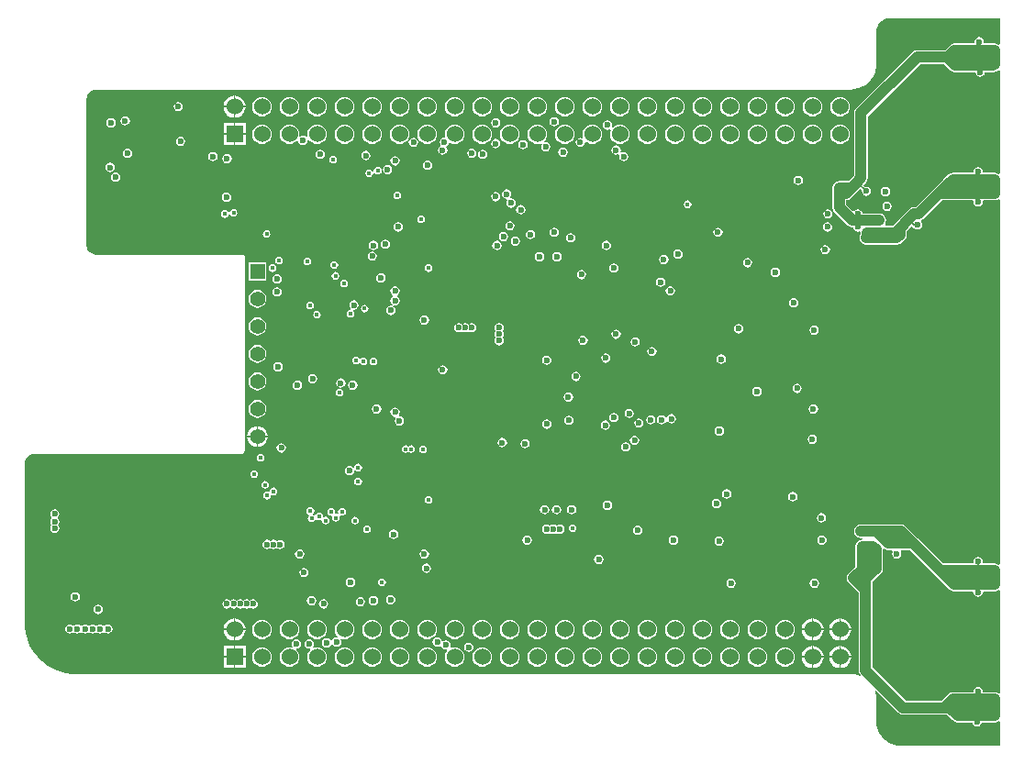
<source format=gbr>
G04 Layer_Physical_Order=2*
G04 Layer_Color=16440176*
%FSLAX26Y26*%
%MOIN*%
%TF.FileFunction,Copper,L2,Inr,Signal*%
%TF.Part,Single*%
G01*
G75*
%TA.AperFunction,Conductor*%
%ADD77C,0.007874*%
%ADD78C,0.013780*%
%ADD80C,0.039370*%
%TA.AperFunction,ComponentPad*%
%ADD91C,0.055118*%
%ADD92R,0.055118X0.055118*%
%ADD93C,0.060000*%
%ADD94R,0.060000X0.060000*%
%TA.AperFunction,ViaPad*%
%ADD95C,0.023622*%
%ADD96C,0.017716*%
G36*
X6140005Y3465010D02*
X6149606Y3463101D01*
X6164508D01*
X6167180Y3458101D01*
X6165341Y3455347D01*
X6164042Y3448819D01*
X6165341Y3442290D01*
X6169039Y3436756D01*
X6174574Y3433057D01*
X6181102Y3431759D01*
X6187631Y3433057D01*
X6193166Y3436756D01*
X6196864Y3442290D01*
X6198162Y3448819D01*
X6196864Y3455347D01*
X6195024Y3458101D01*
X6197697Y3463101D01*
X6229766D01*
X6320842Y3372024D01*
X6320842Y3372024D01*
X6344464Y3348402D01*
X6344465Y3348402D01*
X6372023Y3320843D01*
X6372024Y3320843D01*
X6380163Y3315404D01*
X6389764Y3313494D01*
X6389764Y3313494D01*
X6457290D01*
X6459318Y3311023D01*
X6460617Y3304495D01*
X6464315Y3298960D01*
X6469849Y3295262D01*
X6476378Y3293963D01*
X6482907Y3295262D01*
X6488441Y3298960D01*
X6492140Y3304495D01*
X6493438Y3311023D01*
X6495466Y3313494D01*
X6535434D01*
X6545034Y3315404D01*
X6549887Y3318646D01*
X6554887Y3315974D01*
Y2943869D01*
X6549887Y2941196D01*
X6545034Y2944439D01*
X6535434Y2946348D01*
X6495466D01*
X6493438Y2948819D01*
X6492140Y2955347D01*
X6488441Y2960882D01*
X6482907Y2964580D01*
X6476378Y2965879D01*
X6469849Y2964580D01*
X6464315Y2960882D01*
X6460617Y2955347D01*
X6459318Y2948819D01*
X6457290Y2946348D01*
X6385827D01*
X6385827Y2946348D01*
X6376226Y2944439D01*
X6368087Y2939000D01*
X6343939Y2914852D01*
X6215116D01*
X6092017Y3037951D01*
Y3318898D01*
Y3347876D01*
X6123055Y3378913D01*
X6128494Y3387053D01*
X6130403Y3396653D01*
X6130403Y3396654D01*
Y3465413D01*
X6130751Y3465770D01*
X6134935Y3468398D01*
X6140005Y3465010D01*
D02*
G37*
G36*
X6375961Y5206669D02*
X6384100Y5201231D01*
X6393701Y5199321D01*
X6467484D01*
X6468490Y5194259D01*
X6472189Y5188724D01*
X6477723Y5185026D01*
X6484252Y5183727D01*
X6490781Y5185026D01*
X6496315Y5188724D01*
X6500014Y5194259D01*
X6501020Y5199321D01*
X6531497D01*
X6541097Y5201231D01*
X6549237Y5206669D01*
X6549887Y5207320D01*
X6554887Y5205249D01*
Y4833632D01*
X6549887Y4830960D01*
X6545034Y4834202D01*
X6535434Y4836112D01*
X6495466D01*
X6493438Y4838583D01*
X6492140Y4845111D01*
X6488441Y4850646D01*
X6482907Y4854344D01*
X6476378Y4855643D01*
X6469849Y4854344D01*
X6464315Y4850646D01*
X6460617Y4845111D01*
X6459318Y4838583D01*
X6457290Y4836112D01*
X6385827D01*
X6376226Y4834202D01*
X6368087Y4828764D01*
X6348402Y4809079D01*
X6316905Y4777583D01*
X6249450Y4710128D01*
X6244095D01*
X6234493Y4708218D01*
X6226354Y4702779D01*
X6206669Y4683095D01*
X6206669Y4683095D01*
X6206669Y4683094D01*
X6165789Y4642214D01*
X6140886D01*
X6138214Y4647214D01*
X6141289Y4651816D01*
X6143199Y4661417D01*
X6141289Y4671018D01*
X6135850Y4679158D01*
X6127711Y4684596D01*
X6118110Y4686506D01*
X6056139D01*
X6055132Y4691568D01*
X6051433Y4697103D01*
X6045899Y4700801D01*
X6039370Y4702100D01*
X6032842Y4700801D01*
X6027307Y4697103D01*
X6026361Y4695688D01*
X6021385Y4695198D01*
X5997529Y4719053D01*
Y4735046D01*
X6005664Y4736664D01*
X6013803Y4742102D01*
X6048755Y4777054D01*
X6054517Y4771292D01*
X6053806Y4767717D01*
X6055105Y4761188D01*
X6058803Y4755653D01*
X6064337Y4751955D01*
X6070866Y4750656D01*
X6077395Y4751955D01*
X6082929Y4755653D01*
X6086628Y4761188D01*
X6087926Y4767717D01*
X6086628Y4774245D01*
X6082929Y4779780D01*
X6077395Y4783478D01*
X6070866Y4784777D01*
X6067290Y4784065D01*
X6061528Y4789827D01*
X6068921Y4797220D01*
X6074360Y4805360D01*
X6076270Y4814961D01*
Y5040789D01*
X6266297Y5230817D01*
X6351813D01*
X6375961Y5206669D01*
D02*
G37*
G36*
X6554887Y5302136D02*
X6549887Y5299464D01*
X6545034Y5302706D01*
X6535434Y5304616D01*
X6500041D01*
X6496869Y5308481D01*
X6497375Y5311024D01*
X6496077Y5317552D01*
X6492378Y5323087D01*
X6486844Y5326785D01*
X6480315Y5328084D01*
X6473786Y5326785D01*
X6468252Y5323087D01*
X6464553Y5317552D01*
X6463255Y5311024D01*
X6463761Y5308481D01*
X6460589Y5304616D01*
X6389764D01*
X6380163Y5302706D01*
X6372024Y5297268D01*
X6355750Y5280994D01*
X6255905D01*
X6246305Y5279084D01*
X6238165Y5273646D01*
X6033441Y5068921D01*
X6028002Y5060782D01*
X6026093Y5051181D01*
Y4825353D01*
X6005356Y4804616D01*
X5972441D01*
X5962840Y4802706D01*
X5954701Y4797268D01*
X5949262Y4789128D01*
X5947352Y4779528D01*
Y4759842D01*
Y4708661D01*
X5949262Y4699060D01*
X5954701Y4690921D01*
X6001945Y4643677D01*
X6010084Y4638239D01*
X6019685Y4636329D01*
X6022602D01*
X6023609Y4631267D01*
X6027307Y4625732D01*
X6032842Y4622034D01*
X6039370Y4620735D01*
X6044556Y4621767D01*
X6049016Y4618561D01*
X6048730Y4617126D01*
Y4609587D01*
X6047687Y4608026D01*
X6045778Y4598425D01*
X6047687Y4588824D01*
X6053126Y4580685D01*
X6061265Y4575247D01*
X6070866Y4573337D01*
X6181102D01*
X6190703Y4575247D01*
X6198842Y4580685D01*
X6210654Y4592496D01*
X6216092Y4600635D01*
X6218002Y4610236D01*
Y4623466D01*
X6235763Y4641228D01*
X6237708Y4639283D01*
X6240638Y4637325D01*
X6241467Y4637160D01*
X6243842Y4633606D01*
X6249377Y4629908D01*
X6255905Y4628609D01*
X6262434Y4629908D01*
X6267969Y4633606D01*
X6271667Y4639141D01*
X6272966Y4645669D01*
X6271667Y4652198D01*
X6268714Y4656618D01*
X6269249Y4660460D01*
X6270117Y4662311D01*
X6277583Y4667299D01*
X6345038Y4734754D01*
X6456652D01*
X6459824Y4730889D01*
X6459318Y4728346D01*
X6460617Y4721818D01*
X6464315Y4716283D01*
X6469849Y4712585D01*
X6476378Y4711286D01*
X6482907Y4712585D01*
X6488441Y4716283D01*
X6492140Y4721818D01*
X6493438Y4728346D01*
X6492932Y4730889D01*
X6496104Y4734754D01*
X6535434D01*
X6545034Y4736664D01*
X6549887Y4739906D01*
X6554887Y4737234D01*
Y3412373D01*
X6549887Y3409700D01*
X6545034Y3412943D01*
X6535434Y3414852D01*
X6496104D01*
X6492932Y3418717D01*
X6493438Y3421260D01*
X6492140Y3427788D01*
X6488441Y3433323D01*
X6482907Y3437021D01*
X6476378Y3438320D01*
X6469849Y3437021D01*
X6464315Y3433323D01*
X6460617Y3427788D01*
X6459318Y3421260D01*
X6459824Y3418717D01*
X6456652Y3414852D01*
X6348975D01*
X6257898Y3505929D01*
X6214591Y3549236D01*
X6206451Y3554675D01*
X6196850Y3556584D01*
X6051181D01*
X6041580Y3554675D01*
X6033441Y3549236D01*
X6028002Y3541097D01*
X6026093Y3531496D01*
X6028002Y3521895D01*
X6033441Y3513756D01*
X6041580Y3508317D01*
X6051181Y3506408D01*
X6054976D01*
X6055118Y3501466D01*
X6045517Y3499557D01*
X6037378Y3494118D01*
X6031939Y3485979D01*
X6030030Y3476378D01*
Y3404093D01*
X6005882Y3379945D01*
X6000443Y3371806D01*
X5998534Y3362205D01*
X6000443Y3352604D01*
X6005882Y3344465D01*
X6041841Y3308506D01*
Y3027559D01*
X6043750Y3017958D01*
X6048401Y3010997D01*
X6045266Y3006884D01*
X6043213Y3007735D01*
X6042050Y3007966D01*
X6040954Y3008420D01*
X6025815Y3011431D01*
X6024922D01*
X6024056Y3011648D01*
X6016339Y3012027D01*
X6016042Y3011983D01*
X6015748Y3012042D01*
X3199977Y3012042D01*
X3187659Y3012042D01*
X3163231Y3015258D01*
X3139434Y3021635D01*
X3116671Y3031064D01*
X3095335Y3043383D01*
X3075789Y3058383D01*
X3058369Y3075805D01*
X3043372Y3095353D01*
X3031054Y3116691D01*
X3021628Y3139453D01*
X3015254Y3163253D01*
X3012040Y3187679D01*
X3012042Y3199998D01*
X3012042Y3199999D01*
X3012042Y3200000D01*
X3012042Y3775000D01*
X3012041Y3775005D01*
X3012042Y3775010D01*
X3012039Y3778748D01*
X3013493Y3786082D01*
X3016352Y3792991D01*
X3020504Y3799208D01*
X3025792Y3804495D01*
X3032009Y3808648D01*
X3038918Y3811506D01*
X3046252Y3812961D01*
X3049990Y3812958D01*
X3049995Y3812959D01*
X3050000Y3812958D01*
X3799999Y3812958D01*
X3804608Y3813875D01*
X3808515Y3816485D01*
X3811125Y3820392D01*
X3812042Y3825001D01*
Y4524687D01*
X3812469Y4525128D01*
X3813454Y4526113D01*
X3814454Y4527081D01*
X3814960Y4527559D01*
X3814809Y4529858D01*
X3812907Y4534056D01*
X3809647Y4537316D01*
X3805449Y4539218D01*
X3803150Y4539369D01*
X3803149Y4539370D01*
X3798494Y4537042D01*
X3275000Y4537042D01*
X3274999Y4537042D01*
X3274998Y4537042D01*
X3271259Y4537041D01*
X3263925Y4538499D01*
X3257018Y4541360D01*
X3250801Y4545514D01*
X3245514Y4550801D01*
X3241360Y4557018D01*
X3238499Y4563926D01*
X3237041Y4571260D01*
X3237042Y4574998D01*
X3237042Y4574999D01*
X3237042Y4575000D01*
X3237041Y5099952D01*
X3237069Y5103650D01*
X3238582Y5110972D01*
X3241496Y5117858D01*
X3245698Y5124043D01*
X3251027Y5129288D01*
X3257277Y5133393D01*
X3264208Y5136198D01*
X3271553Y5137596D01*
X3275292Y5137565D01*
X3275343Y5137574D01*
X3275393Y5137564D01*
X6015748Y5137565D01*
X6016042Y5137623D01*
X6016339Y5137579D01*
X6024056Y5137958D01*
X6024922Y5138175D01*
X6025815D01*
X6040954Y5141186D01*
X6042050Y5141640D01*
X6043213Y5141871D01*
X6057474Y5147778D01*
X6058460Y5148437D01*
X6059556Y5148891D01*
X6072391Y5157466D01*
X6073229Y5158305D01*
X6074216Y5158964D01*
X6085130Y5169879D01*
X6085789Y5170865D01*
X6086628Y5171704D01*
X6095204Y5184538D01*
X6095658Y5185634D01*
X6096317Y5186620D01*
X6102223Y5200881D01*
X6102455Y5202044D01*
X6102909Y5203140D01*
X6105920Y5218279D01*
Y5219172D01*
X6106137Y5220038D01*
X6106516Y5227756D01*
X6106471Y5228052D01*
X6106530Y5228346D01*
X6106530Y5346457D01*
X6106530Y5351475D01*
X6108488Y5361318D01*
X6112329Y5370591D01*
X6117904Y5378936D01*
X6125001Y5386032D01*
X6133346Y5391608D01*
X6142619Y5395449D01*
X6152461Y5397407D01*
X6157480Y5397407D01*
X6554887Y5397407D01*
Y5302136D01*
D02*
G37*
G36*
X6186984Y2872024D02*
X6195123Y2866585D01*
X6204724Y2864675D01*
X6363624D01*
X6383834Y2844465D01*
X6383835Y2844465D01*
X6391974Y2839026D01*
X6401575Y2837116D01*
X6401575Y2837116D01*
X6455672D01*
X6456679Y2832054D01*
X6460378Y2826519D01*
X6465912Y2822821D01*
X6472441Y2821523D01*
X6478970Y2822821D01*
X6484504Y2826519D01*
X6488202Y2832054D01*
X6489209Y2837116D01*
X6535434D01*
X6545034Y2839026D01*
X6549887Y2842269D01*
X6554887Y2839596D01*
Y2752199D01*
X6196850Y2752200D01*
X6187954Y2752199D01*
X6170504Y2755670D01*
X6154067Y2762479D01*
X6139274Y2772363D01*
X6126694Y2784944D01*
X6116809Y2799737D01*
X6110001Y2816174D01*
X6106530Y2833623D01*
X6106530Y2842519D01*
X6106530Y2921260D01*
X6106472Y2921554D01*
X6106516Y2921851D01*
X6106136Y2929569D01*
X6105919Y2930434D01*
Y2931326D01*
X6102908Y2946465D01*
X6102454Y2947561D01*
X6102223Y2948724D01*
X6101427Y2950646D01*
X6105584Y2953423D01*
X6186984Y2872024D01*
D02*
G37*
%LPC*%
G36*
X6139764Y4782808D02*
X6133235Y4781510D01*
X6127701Y4777811D01*
X6124002Y4772277D01*
X6122704Y4765748D01*
X6124002Y4759220D01*
X6127701Y4753685D01*
X6133235Y4749987D01*
X6139764Y4748688D01*
X6146292Y4749987D01*
X6151827Y4753685D01*
X6155525Y4759220D01*
X6156824Y4765748D01*
X6155525Y4772277D01*
X6151827Y4777811D01*
X6146292Y4781510D01*
X6139764Y4782808D01*
D02*
G37*
G36*
X6145669Y4729658D02*
X6139141Y4728360D01*
X6133606Y4724662D01*
X6129908Y4719127D01*
X6128609Y4712598D01*
X6129908Y4706070D01*
X6133606Y4700535D01*
X6139141Y4696837D01*
X6145669Y4695538D01*
X6152198Y4696837D01*
X6157733Y4700535D01*
X6161431Y4706070D01*
X6162729Y4712598D01*
X6161431Y4719127D01*
X6157733Y4724662D01*
X6152198Y4728360D01*
X6145669Y4729658D01*
D02*
G37*
G36*
X4901575Y3627296D02*
X4895046Y3625998D01*
X4889511Y3622300D01*
X4885813Y3616765D01*
X4884515Y3610236D01*
X4885813Y3603708D01*
X4889511Y3598173D01*
X4895046Y3594475D01*
X4901575Y3593176D01*
X4908103Y3594475D01*
X4913638Y3598173D01*
X4917336Y3603708D01*
X4918635Y3610236D01*
X4917336Y3616765D01*
X4913638Y3622300D01*
X4908103Y3625998D01*
X4901575Y3627296D01*
D02*
G37*
G36*
X4125984Y3616412D02*
X4120608Y3615342D01*
X4116050Y3612297D01*
X4113004Y3607739D01*
X4111935Y3602362D01*
X4113004Y3596986D01*
X4116050Y3592428D01*
X4120608Y3589382D01*
X4125984Y3588313D01*
X4126473Y3588410D01*
X4127065Y3588086D01*
X4130322Y3584077D01*
X4129651Y3580709D01*
X4130721Y3575332D01*
X4133766Y3570774D01*
X4138324Y3567729D01*
X4143701Y3566659D01*
X4149077Y3567729D01*
X4153635Y3570774D01*
X4156681Y3575332D01*
X4157750Y3580709D01*
X4156802Y3585478D01*
X4158494Y3587560D01*
X4160577Y3589254D01*
X4165346Y3588305D01*
X4170722Y3589375D01*
X4175280Y3592421D01*
X4178326Y3596979D01*
X4179395Y3602355D01*
X4178326Y3607731D01*
X4175280Y3612289D01*
X4170722Y3615335D01*
X4165346Y3616405D01*
X4159970Y3615335D01*
X4155412Y3612289D01*
X4152366Y3607731D01*
X4151297Y3602355D01*
X4152245Y3597585D01*
X4150553Y3595504D01*
X4148470Y3593809D01*
X4143701Y3594758D01*
X4143212Y3594661D01*
X4142620Y3594985D01*
X4139364Y3598993D01*
X4140034Y3602362D01*
X4138964Y3607739D01*
X4135919Y3612297D01*
X4131361Y3615342D01*
X4125984Y3616412D01*
D02*
G37*
G36*
X5000000Y3627296D02*
X4993471Y3625998D01*
X4987937Y3622300D01*
X4984239Y3616765D01*
X4982940Y3610236D01*
X4984239Y3603708D01*
X4987937Y3598173D01*
X4993471Y3594475D01*
X5000000Y3593176D01*
X5006529Y3594475D01*
X5012063Y3598173D01*
X5015761Y3603708D01*
X5017060Y3610236D01*
X5015761Y3616765D01*
X5012063Y3622300D01*
X5006529Y3625998D01*
X5000000Y3627296D01*
D02*
G37*
G36*
X4944882D02*
X4938353Y3625998D01*
X4932819Y3622300D01*
X4929120Y3616765D01*
X4927822Y3610236D01*
X4929120Y3603708D01*
X4932819Y3598173D01*
X4938353Y3594475D01*
X4944882Y3593176D01*
X4951410Y3594475D01*
X4956945Y3598173D01*
X4960643Y3603708D01*
X4961942Y3610236D01*
X4960643Y3616765D01*
X4956945Y3622300D01*
X4951410Y3625998D01*
X4944882Y3627296D01*
D02*
G37*
G36*
X5907480Y3597769D02*
X5900952Y3596470D01*
X5895417Y3592772D01*
X5891719Y3587237D01*
X5890420Y3580709D01*
X5891719Y3574180D01*
X5895417Y3568645D01*
X5900952Y3564947D01*
X5907480Y3563648D01*
X5914009Y3564947D01*
X5919543Y3568645D01*
X5923242Y3574180D01*
X5924540Y3580709D01*
X5923242Y3587237D01*
X5919543Y3592772D01*
X5914009Y3596470D01*
X5907480Y3597769D01*
D02*
G37*
G36*
X4956693Y3556430D02*
X4950164Y3555132D01*
X4944882Y3551602D01*
X4939600Y3555132D01*
X4933071Y3556430D01*
X4926542Y3555132D01*
X4921260Y3551602D01*
X4915977Y3555132D01*
X4909449Y3556430D01*
X4902920Y3555132D01*
X4897386Y3551433D01*
X4893687Y3545899D01*
X4892389Y3539370D01*
X4893687Y3532841D01*
X4897386Y3527307D01*
X4902920Y3523609D01*
X4909449Y3522310D01*
X4915977Y3523609D01*
X4921260Y3527138D01*
X4926542Y3523609D01*
X4933071Y3522310D01*
X4939600Y3523609D01*
X4944882Y3527138D01*
X4950164Y3523609D01*
X4956693Y3522310D01*
X4963221Y3523609D01*
X4968756Y3527307D01*
X4972454Y3532841D01*
X4973753Y3539370D01*
X4972454Y3545899D01*
X4968756Y3551433D01*
X4963221Y3555132D01*
X4956693Y3556430D01*
D02*
G37*
G36*
X5003937Y3557357D02*
X4998560Y3556287D01*
X4994002Y3553242D01*
X4990957Y3548684D01*
X4989887Y3543307D01*
X4990957Y3537931D01*
X4994002Y3533373D01*
X4998560Y3530327D01*
X5003937Y3529258D01*
X5009314Y3530327D01*
X5013872Y3533373D01*
X5016917Y3537931D01*
X5017986Y3543307D01*
X5016917Y3548684D01*
X5013872Y3553242D01*
X5009314Y3556287D01*
X5003937Y3557357D01*
D02*
G37*
G36*
X4212598Y3584916D02*
X4207222Y3583846D01*
X4202664Y3580801D01*
X4199618Y3576243D01*
X4198549Y3570866D01*
X4199618Y3565490D01*
X4202664Y3560932D01*
X4207222Y3557886D01*
X4212598Y3556817D01*
X4217975Y3557886D01*
X4222533Y3560932D01*
X4225578Y3565490D01*
X4226648Y3570866D01*
X4225578Y3576243D01*
X4222533Y3580801D01*
X4217975Y3583846D01*
X4212598Y3584916D01*
D02*
G37*
G36*
X4051181Y3620349D02*
X4045805Y3619279D01*
X4041247Y3616234D01*
X4038201Y3611676D01*
X4037132Y3606299D01*
X4038201Y3600923D01*
X4041247Y3596365D01*
X4044470Y3594211D01*
X4045219Y3588941D01*
X4045184Y3588675D01*
X4042138Y3584117D01*
X4041069Y3578740D01*
X4042138Y3573364D01*
X4045184Y3568806D01*
X4049742Y3565760D01*
X4055118Y3564691D01*
X4060495Y3565760D01*
X4065053Y3568806D01*
X4068098Y3573364D01*
X4068292Y3574340D01*
X4069928Y3575200D01*
X4073725Y3576023D01*
X4077301Y3573634D01*
X4082677Y3572565D01*
X4088054Y3573634D01*
X4092250Y3570866D01*
X4093319Y3565490D01*
X4096365Y3560932D01*
X4100923Y3557886D01*
X4106299Y3556817D01*
X4111676Y3557886D01*
X4116234Y3560932D01*
X4119279Y3565490D01*
X4120349Y3570866D01*
X4119279Y3576243D01*
X4116234Y3580801D01*
X4111676Y3583846D01*
X4106299Y3584916D01*
X4100923Y3583846D01*
X4096727Y3586614D01*
X4095657Y3591991D01*
X4092612Y3596549D01*
X4088054Y3599594D01*
X4082677Y3600664D01*
X4077301Y3599594D01*
X4072743Y3596549D01*
X4070075Y3592556D01*
X4065939Y3591129D01*
X4064821Y3590873D01*
X4061497Y3593168D01*
X4061080Y3596099D01*
X4061116Y3596365D01*
X4064161Y3600923D01*
X4065231Y3606299D01*
X4064161Y3611676D01*
X4061116Y3616234D01*
X4056558Y3619279D01*
X4051181Y3620349D01*
D02*
G37*
G36*
X3885819Y3714829D02*
X3880443Y3713760D01*
X3875885Y3710715D01*
X3872839Y3706157D01*
X3871769Y3700780D01*
X3872839Y3695403D01*
X3875885Y3690845D01*
X3880443Y3687800D01*
X3885819Y3686731D01*
X3891195Y3687800D01*
X3895753Y3690845D01*
X3898799Y3695403D01*
X3899869Y3700780D01*
X3898799Y3706157D01*
X3895753Y3710715D01*
X3891195Y3713760D01*
X3885819Y3714829D01*
D02*
G37*
G36*
X3917323Y3691215D02*
X3911946Y3690145D01*
X3907388Y3687100D01*
X3904343Y3682542D01*
X3903273Y3677166D01*
X3899077Y3674397D01*
X3893701Y3675467D01*
X3888324Y3674397D01*
X3883766Y3671352D01*
X3880721Y3666794D01*
X3879651Y3661417D01*
X3880721Y3656041D01*
X3883766Y3651483D01*
X3888324Y3648437D01*
X3893701Y3647368D01*
X3899077Y3648437D01*
X3903635Y3651483D01*
X3906681Y3656041D01*
X3907750Y3661417D01*
X3911946Y3664185D01*
X3917323Y3663116D01*
X3922699Y3664185D01*
X3927257Y3667231D01*
X3930303Y3671789D01*
X3931372Y3677165D01*
X3930303Y3682542D01*
X3927257Y3687100D01*
X3922699Y3690145D01*
X3917323Y3691215D01*
D02*
G37*
G36*
X3846457Y3754207D02*
X3841080Y3753137D01*
X3836522Y3750092D01*
X3833477Y3745534D01*
X3832407Y3740157D01*
X3833477Y3734781D01*
X3836522Y3730223D01*
X3841080Y3727177D01*
X3846457Y3726108D01*
X3851833Y3727177D01*
X3856391Y3730223D01*
X3859437Y3734781D01*
X3860506Y3740157D01*
X3859437Y3745534D01*
X3856391Y3750092D01*
X3851833Y3753137D01*
X3846457Y3754207D01*
D02*
G37*
G36*
X4224409Y3726648D02*
X4219033Y3725579D01*
X4214475Y3722533D01*
X4211429Y3717975D01*
X4210360Y3712599D01*
X4211429Y3707222D01*
X4214475Y3702664D01*
X4219033Y3699619D01*
X4224409Y3698549D01*
X4229786Y3699619D01*
X4234344Y3702664D01*
X4237389Y3707222D01*
X4238459Y3712599D01*
X4237389Y3717975D01*
X4234344Y3722533D01*
X4229786Y3725579D01*
X4224409Y3726648D01*
D02*
G37*
G36*
X5562992Y3684383D02*
X5556463Y3683084D01*
X5550929Y3679386D01*
X5547231Y3673851D01*
X5545932Y3667323D01*
X5547231Y3660794D01*
X5550929Y3655260D01*
X5556463Y3651561D01*
X5562992Y3650263D01*
X5569521Y3651561D01*
X5575055Y3655260D01*
X5578754Y3660794D01*
X5580052Y3667323D01*
X5578754Y3673851D01*
X5575055Y3679386D01*
X5569521Y3683084D01*
X5562992Y3684383D01*
D02*
G37*
G36*
X5525862Y3650111D02*
X5519334Y3648813D01*
X5513799Y3645115D01*
X5510101Y3639580D01*
X5508802Y3633051D01*
X5510101Y3626523D01*
X5513799Y3620988D01*
X5519334Y3617290D01*
X5525862Y3615991D01*
X5532391Y3617290D01*
X5537926Y3620988D01*
X5541624Y3626523D01*
X5542922Y3633051D01*
X5541624Y3639580D01*
X5537926Y3645115D01*
X5532391Y3648813D01*
X5525862Y3650111D01*
D02*
G37*
G36*
X5129921Y3643044D02*
X5123393Y3641746D01*
X5117858Y3638048D01*
X5114160Y3632513D01*
X5112861Y3625984D01*
X5114160Y3619456D01*
X5117858Y3613921D01*
X5123393Y3610223D01*
X5129921Y3608924D01*
X5136450Y3610223D01*
X5141984Y3613921D01*
X5145683Y3619456D01*
X5146981Y3625984D01*
X5145683Y3632513D01*
X5141984Y3638048D01*
X5136450Y3641746D01*
X5129921Y3643044D01*
D02*
G37*
G36*
X5803138Y3674533D02*
X5796609Y3673235D01*
X5791075Y3669536D01*
X5787377Y3664002D01*
X5786078Y3657473D01*
X5787377Y3650944D01*
X5791075Y3645410D01*
X5796609Y3641711D01*
X5803138Y3640413D01*
X5809667Y3641711D01*
X5815201Y3645410D01*
X5818900Y3650944D01*
X5820198Y3657473D01*
X5818900Y3664002D01*
X5815201Y3669536D01*
X5809667Y3673235D01*
X5803138Y3674533D01*
D02*
G37*
G36*
X4480315Y3659719D02*
X4474939Y3658649D01*
X4470381Y3655604D01*
X4467335Y3651046D01*
X4466266Y3645669D01*
X4467335Y3640293D01*
X4470381Y3635735D01*
X4474939Y3632689D01*
X4480315Y3631620D01*
X4485691Y3632689D01*
X4490249Y3635735D01*
X4493295Y3640293D01*
X4494364Y3645669D01*
X4493295Y3651046D01*
X4490249Y3655604D01*
X4485691Y3658649D01*
X4480315Y3659719D01*
D02*
G37*
G36*
X5098425Y3446194D02*
X5091897Y3444895D01*
X5086362Y3441197D01*
X5082664Y3435662D01*
X5081365Y3429134D01*
X5082664Y3422605D01*
X5086362Y3417071D01*
X5091897Y3413372D01*
X5098425Y3412074D01*
X5104954Y3413372D01*
X5110489Y3417071D01*
X5114187Y3422605D01*
X5115485Y3429134D01*
X5114187Y3435662D01*
X5110489Y3441197D01*
X5104954Y3444895D01*
X5098425Y3446194D01*
D02*
G37*
G36*
X4472441Y3414698D02*
X4465912Y3413399D01*
X4460378Y3409701D01*
X4456680Y3404166D01*
X4455381Y3397638D01*
X4456680Y3391109D01*
X4460378Y3385575D01*
X4465912Y3381876D01*
X4472441Y3380578D01*
X4478970Y3381876D01*
X4484504Y3385575D01*
X4488203Y3391109D01*
X4489501Y3397638D01*
X4488203Y3404166D01*
X4484504Y3409701D01*
X4478970Y3413399D01*
X4472441Y3414698D01*
D02*
G37*
G36*
X4464567Y3465879D02*
X4458038Y3464580D01*
X4452504Y3460882D01*
X4448805Y3455347D01*
X4447507Y3448819D01*
X4448805Y3442290D01*
X4452504Y3436756D01*
X4458038Y3433057D01*
X4464567Y3431759D01*
X4471096Y3433057D01*
X4476630Y3436756D01*
X4480328Y3442290D01*
X4481627Y3448819D01*
X4480328Y3455347D01*
X4476630Y3460882D01*
X4471096Y3464580D01*
X4464567Y3465879D01*
D02*
G37*
G36*
X4011811D02*
X4005282Y3464580D01*
X3999748Y3460882D01*
X3996050Y3455347D01*
X3994751Y3448819D01*
X3996050Y3442290D01*
X3999748Y3436756D01*
X4005282Y3433057D01*
X4011811Y3431759D01*
X4018340Y3433057D01*
X4023874Y3436756D01*
X4027573Y3442290D01*
X4028871Y3448819D01*
X4027573Y3455347D01*
X4023874Y3460882D01*
X4018340Y3464580D01*
X4011811Y3465879D01*
D02*
G37*
G36*
X4027559Y3398950D02*
X4021030Y3397651D01*
X4015496Y3393953D01*
X4011798Y3388418D01*
X4010499Y3381890D01*
X4011798Y3375361D01*
X4015496Y3369827D01*
X4021030Y3366128D01*
X4027559Y3364830D01*
X4034088Y3366128D01*
X4039622Y3369827D01*
X4043321Y3375361D01*
X4044619Y3381890D01*
X4043321Y3388418D01*
X4039622Y3393953D01*
X4034088Y3397651D01*
X4027559Y3398950D01*
D02*
G37*
G36*
X5881890Y3359580D02*
X5875361Y3358281D01*
X5869827Y3354583D01*
X5866128Y3349048D01*
X5864830Y3342520D01*
X5866128Y3335991D01*
X5869827Y3330456D01*
X5875361Y3326758D01*
X5881890Y3325460D01*
X5888418Y3326758D01*
X5893953Y3330456D01*
X5897651Y3335991D01*
X5898950Y3342520D01*
X5897651Y3349048D01*
X5893953Y3354583D01*
X5888418Y3358281D01*
X5881890Y3359580D01*
D02*
G37*
G36*
X5578729Y3359573D02*
X5572200Y3358274D01*
X5566666Y3354576D01*
X5562967Y3349042D01*
X5561669Y3342513D01*
X5562967Y3335984D01*
X5566666Y3330450D01*
X5572200Y3326751D01*
X5578729Y3325453D01*
X5585257Y3326751D01*
X5590792Y3330450D01*
X5594490Y3335984D01*
X5595789Y3342513D01*
X5594490Y3349042D01*
X5590792Y3354576D01*
X5585257Y3358274D01*
X5578729Y3359573D01*
D02*
G37*
G36*
X4311024Y3360506D02*
X4305647Y3359437D01*
X4301089Y3356391D01*
X4298044Y3351833D01*
X4296974Y3346457D01*
X4298044Y3341080D01*
X4301089Y3336522D01*
X4305647Y3333477D01*
X4311024Y3332407D01*
X4316400Y3333477D01*
X4320958Y3336522D01*
X4324004Y3341080D01*
X4325073Y3346457D01*
X4324004Y3351833D01*
X4320958Y3356391D01*
X4316400Y3359437D01*
X4311024Y3360506D01*
D02*
G37*
G36*
X4196850Y3363517D02*
X4190322Y3362218D01*
X4184787Y3358520D01*
X4181089Y3352985D01*
X4179790Y3346457D01*
X4181089Y3339928D01*
X4184787Y3334393D01*
X4190322Y3330695D01*
X4196850Y3329397D01*
X4203379Y3330695D01*
X4208914Y3334393D01*
X4212612Y3339928D01*
X4213910Y3346457D01*
X4212612Y3352985D01*
X4208914Y3358520D01*
X4203379Y3362218D01*
X4196850Y3363517D01*
D02*
G37*
G36*
X5240158Y3552493D02*
X5233629Y3551195D01*
X5228094Y3547496D01*
X5224396Y3541962D01*
X5223097Y3535433D01*
X5224396Y3528905D01*
X5228094Y3523370D01*
X5233629Y3519672D01*
X5240158Y3518373D01*
X5246686Y3519672D01*
X5252221Y3523370D01*
X5255919Y3528905D01*
X5257218Y3535433D01*
X5255919Y3541962D01*
X5252221Y3547496D01*
X5246686Y3551195D01*
X5240158Y3552493D01*
D02*
G37*
G36*
X4353346Y3537729D02*
X4346818Y3536431D01*
X4341283Y3532733D01*
X4337585Y3527198D01*
X4336286Y3520669D01*
X4337585Y3514141D01*
X4341283Y3508606D01*
X4346818Y3504908D01*
X4353346Y3503609D01*
X4359875Y3504908D01*
X4365410Y3508606D01*
X4369108Y3514141D01*
X4370407Y3520669D01*
X4369108Y3527198D01*
X4365410Y3532733D01*
X4359875Y3536431D01*
X4353346Y3537729D01*
D02*
G37*
G36*
X3122047Y3611548D02*
X3115519Y3610250D01*
X3109984Y3606552D01*
X3106286Y3601017D01*
X3104987Y3594488D01*
X3106286Y3587960D01*
X3109984Y3582425D01*
Y3578992D01*
X3106286Y3573458D01*
X3104987Y3566929D01*
X3106286Y3560401D01*
X3109815Y3555118D01*
X3106286Y3549836D01*
X3104987Y3543307D01*
X3106286Y3536778D01*
X3109984Y3531244D01*
X3115519Y3527546D01*
X3122047Y3526247D01*
X3128576Y3527546D01*
X3134110Y3531244D01*
X3137809Y3536778D01*
X3139107Y3543307D01*
X3137809Y3549836D01*
X3134279Y3555118D01*
X3137809Y3560401D01*
X3139107Y3566929D01*
X3137809Y3573458D01*
X3134110Y3578992D01*
Y3582425D01*
X3137809Y3587960D01*
X3139107Y3594488D01*
X3137809Y3601017D01*
X3134110Y3606552D01*
X3128576Y3610250D01*
X3122047Y3611548D01*
D02*
G37*
G36*
X4255897Y3553412D02*
X4250520Y3552343D01*
X4245962Y3549298D01*
X4242917Y3544740D01*
X4241847Y3539363D01*
X4242917Y3533986D01*
X4245962Y3529428D01*
X4250520Y3526383D01*
X4255897Y3525314D01*
X4261274Y3526383D01*
X4265832Y3529428D01*
X4268877Y3533986D01*
X4269947Y3539363D01*
X4268877Y3544740D01*
X4265832Y3549298D01*
X4261274Y3552343D01*
X4255897Y3553412D01*
D02*
G37*
G36*
X3917323Y3501312D02*
X3910794Y3500014D01*
X3905512Y3496484D01*
X3900229Y3500014D01*
X3893701Y3501312D01*
X3887172Y3500014D01*
X3881637Y3496315D01*
X3877939Y3490781D01*
X3876641Y3484252D01*
X3877939Y3477723D01*
X3881637Y3472189D01*
X3887172Y3468490D01*
X3893701Y3467192D01*
X3900229Y3468490D01*
X3905512Y3472020D01*
X3910794Y3468490D01*
X3917323Y3467192D01*
X3923851Y3468490D01*
X3928200Y3471396D01*
X3933432Y3467900D01*
X3939961Y3466601D01*
X3946489Y3467900D01*
X3952024Y3471598D01*
X3955722Y3477133D01*
X3957021Y3483661D01*
X3955722Y3490190D01*
X3952024Y3495725D01*
X3946489Y3499423D01*
X3939961Y3500722D01*
X3933432Y3499423D01*
X3929084Y3496517D01*
X3923851Y3500014D01*
X3917323Y3501312D01*
D02*
G37*
G36*
X4838583Y3517060D02*
X4832054Y3515762D01*
X4826519Y3512063D01*
X4822821Y3506529D01*
X4821523Y3500000D01*
X4822821Y3493471D01*
X4826519Y3487937D01*
X4832054Y3484238D01*
X4838583Y3482940D01*
X4845111Y3484238D01*
X4850646Y3487937D01*
X4854344Y3493471D01*
X4855643Y3500000D01*
X4854344Y3506529D01*
X4850646Y3512063D01*
X4845111Y3515762D01*
X4838583Y3517060D01*
D02*
G37*
G36*
X5535433Y3513123D02*
X5528904Y3511825D01*
X5523370Y3508126D01*
X5519672Y3502592D01*
X5518373Y3496063D01*
X5519672Y3489534D01*
X5523370Y3484000D01*
X5528904Y3480302D01*
X5535433Y3479003D01*
X5541962Y3480302D01*
X5547496Y3484000D01*
X5551195Y3489534D01*
X5552493Y3496063D01*
X5551195Y3502592D01*
X5547496Y3508126D01*
X5541962Y3511825D01*
X5535433Y3513123D01*
D02*
G37*
G36*
X5909449Y3517060D02*
X5902920Y3515762D01*
X5897386Y3512063D01*
X5893687Y3506529D01*
X5892389Y3500000D01*
X5893687Y3493471D01*
X5897386Y3487937D01*
X5902920Y3484238D01*
X5909449Y3482940D01*
X5915977Y3484238D01*
X5921512Y3487937D01*
X5925210Y3493471D01*
X5926509Y3500000D01*
X5925210Y3506529D01*
X5921512Y3512063D01*
X5915977Y3515762D01*
X5909449Y3517060D01*
D02*
G37*
G36*
X5370079D02*
X5363550Y3515762D01*
X5358015Y3512063D01*
X5354317Y3506529D01*
X5353019Y3500000D01*
X5354317Y3493471D01*
X5358015Y3487937D01*
X5363550Y3484238D01*
X5370079Y3482940D01*
X5376607Y3484238D01*
X5382142Y3487937D01*
X5385840Y3493471D01*
X5387139Y3500000D01*
X5385840Y3506529D01*
X5382142Y3512063D01*
X5376607Y3515762D01*
X5370079Y3517060D01*
D02*
G37*
G36*
X5877941Y3993430D02*
X5871412Y3992131D01*
X5865878Y3988433D01*
X5862180Y3982899D01*
X5860881Y3976370D01*
X5862180Y3969841D01*
X5865878Y3964307D01*
X5871412Y3960608D01*
X5877941Y3959310D01*
X5884470Y3960608D01*
X5890004Y3964307D01*
X5893703Y3969841D01*
X5895001Y3976370D01*
X5893703Y3982899D01*
X5890004Y3988433D01*
X5884470Y3992131D01*
X5877941Y3993430D01*
D02*
G37*
G36*
X5362205Y3958005D02*
X5355676Y3956706D01*
X5350141Y3953008D01*
X5346443Y3947474D01*
X5346319Y3946847D01*
X5341011Y3945791D01*
X5338824Y3949063D01*
X5333289Y3952762D01*
X5326761Y3954060D01*
X5320232Y3952762D01*
X5314698Y3949063D01*
X5310999Y3943529D01*
X5309701Y3937000D01*
X5310999Y3930471D01*
X5314698Y3924937D01*
X5320232Y3921238D01*
X5326761Y3919940D01*
X5333289Y3921238D01*
X5338824Y3924937D01*
X5342522Y3930471D01*
X5342647Y3931098D01*
X5347955Y3932154D01*
X5350141Y3928882D01*
X5355676Y3925183D01*
X5362205Y3923885D01*
X5368733Y3925183D01*
X5374268Y3928882D01*
X5377966Y3934416D01*
X5379265Y3940945D01*
X5377966Y3947474D01*
X5374268Y3953008D01*
X5368733Y3956706D01*
X5362205Y3958005D01*
D02*
G37*
G36*
X4988189Y4036745D02*
X4981660Y4035447D01*
X4976126Y4031748D01*
X4972427Y4026214D01*
X4971129Y4019685D01*
X4972427Y4013156D01*
X4976126Y4007622D01*
X4981660Y4003923D01*
X4988189Y4002625D01*
X4994718Y4003923D01*
X5000252Y4007622D01*
X5003950Y4013156D01*
X5005249Y4019685D01*
X5003950Y4026214D01*
X5000252Y4031748D01*
X4994718Y4035447D01*
X4988189Y4036745D01*
D02*
G37*
G36*
X4291339Y3993438D02*
X4284810Y3992140D01*
X4279275Y3988441D01*
X4275577Y3982907D01*
X4274279Y3976378D01*
X4275577Y3969849D01*
X4279275Y3964315D01*
X4284810Y3960617D01*
X4291339Y3959318D01*
X4297867Y3960617D01*
X4303402Y3964315D01*
X4307100Y3969849D01*
X4308399Y3976378D01*
X4307100Y3982907D01*
X4303402Y3988441D01*
X4297867Y3992140D01*
X4291339Y3993438D01*
D02*
G37*
G36*
X3858268Y4009139D02*
X3849789Y4008022D01*
X3841887Y4004749D01*
X3835102Y3999543D01*
X3829896Y3992758D01*
X3826623Y3984857D01*
X3825507Y3976378D01*
X3826623Y3967899D01*
X3829896Y3959998D01*
X3835102Y3953213D01*
X3841887Y3948006D01*
X3849789Y3944734D01*
X3858268Y3943617D01*
X3866747Y3944734D01*
X3874648Y3948006D01*
X3881433Y3953213D01*
X3886639Y3959998D01*
X3889912Y3967899D01*
X3891028Y3976378D01*
X3889912Y3984857D01*
X3886639Y3992758D01*
X3881433Y3999543D01*
X3874648Y4004749D01*
X3866747Y4008022D01*
X3858268Y4009139D01*
D02*
G37*
G36*
X5287391Y3954060D02*
X5280862Y3952762D01*
X5275328Y3949063D01*
X5271630Y3943529D01*
X5270331Y3937000D01*
X5271630Y3930471D01*
X5275328Y3924937D01*
X5280862Y3921238D01*
X5287391Y3919940D01*
X5293920Y3921238D01*
X5299454Y3924937D01*
X5303153Y3930471D01*
X5304451Y3937000D01*
X5303153Y3943529D01*
X5299454Y3949063D01*
X5293920Y3952762D01*
X5287391Y3954060D01*
D02*
G37*
G36*
X4990157Y3952100D02*
X4983629Y3950801D01*
X4978094Y3947103D01*
X4974396Y3941568D01*
X4973097Y3935039D01*
X4974396Y3928511D01*
X4978094Y3922976D01*
X4983629Y3919278D01*
X4990157Y3917979D01*
X4996686Y3919278D01*
X5002221Y3922976D01*
X5005919Y3928511D01*
X5007217Y3935039D01*
X5005919Y3941568D01*
X5002221Y3947103D01*
X4996686Y3950801D01*
X4990157Y3952100D01*
D02*
G37*
G36*
X5208661Y3977690D02*
X5202133Y3976391D01*
X5196598Y3972693D01*
X5192900Y3967159D01*
X5191601Y3960630D01*
X5192900Y3954101D01*
X5196598Y3948567D01*
X5202133Y3944868D01*
X5208661Y3943570D01*
X5215190Y3944868D01*
X5220725Y3948567D01*
X5224423Y3954101D01*
X5225721Y3960630D01*
X5224423Y3967159D01*
X5220725Y3972693D01*
X5215190Y3976391D01*
X5208661Y3977690D01*
D02*
G37*
G36*
X5153543Y3961942D02*
X5147015Y3960643D01*
X5141480Y3956945D01*
X5137782Y3951410D01*
X5136483Y3944882D01*
X5137782Y3938353D01*
X5141480Y3932819D01*
X5147015Y3929120D01*
X5153543Y3927822D01*
X5160072Y3929120D01*
X5165607Y3932819D01*
X5169305Y3938353D01*
X5170603Y3944882D01*
X5169305Y3951410D01*
X5165607Y3956945D01*
X5160072Y3960643D01*
X5153543Y3961942D01*
D02*
G37*
G36*
X4161417Y4087926D02*
X4154889Y4086628D01*
X4149354Y4082929D01*
X4145656Y4077395D01*
X4144357Y4070866D01*
X4145656Y4064338D01*
X4149354Y4058803D01*
X4154889Y4055105D01*
X4161417Y4053806D01*
X4167946Y4055105D01*
X4173481Y4058803D01*
X4177179Y4064338D01*
X4178477Y4070866D01*
X4177179Y4077395D01*
X4173481Y4082929D01*
X4167946Y4086628D01*
X4161417Y4087926D01*
D02*
G37*
G36*
X4204724Y4080052D02*
X4198196Y4078754D01*
X4192661Y4075055D01*
X4188963Y4069521D01*
X4187664Y4062992D01*
X4188963Y4056463D01*
X4192661Y4050929D01*
X4198196Y4047231D01*
X4204724Y4045932D01*
X4211253Y4047231D01*
X4216788Y4050929D01*
X4220486Y4056463D01*
X4221784Y4062992D01*
X4220486Y4069521D01*
X4216788Y4075055D01*
X4211253Y4078754D01*
X4204724Y4080052D01*
D02*
G37*
G36*
X5015748Y4111548D02*
X5009219Y4110250D01*
X5003685Y4106551D01*
X4999986Y4101017D01*
X4998688Y4094488D01*
X4999986Y4087960D01*
X5003685Y4082425D01*
X5009219Y4078727D01*
X5015748Y4077428D01*
X5022277Y4078727D01*
X5027811Y4082425D01*
X5031510Y4087960D01*
X5032808Y4094488D01*
X5031510Y4101017D01*
X5027811Y4106551D01*
X5022277Y4110250D01*
X5015748Y4111548D01*
D02*
G37*
G36*
X4059055Y4103674D02*
X4052526Y4102376D01*
X4046992Y4098677D01*
X4043294Y4093143D01*
X4041995Y4086614D01*
X4043294Y4080086D01*
X4046992Y4074551D01*
X4052526Y4070853D01*
X4059055Y4069554D01*
X4065584Y4070853D01*
X4071118Y4074551D01*
X4074817Y4080086D01*
X4076115Y4086614D01*
X4074817Y4093143D01*
X4071118Y4098677D01*
X4065584Y4102376D01*
X4059055Y4103674D01*
D02*
G37*
G36*
X4003937Y4080052D02*
X3997408Y4078754D01*
X3991874Y4075055D01*
X3988175Y4069521D01*
X3986877Y4062992D01*
X3988175Y4056463D01*
X3991874Y4050929D01*
X3997408Y4047231D01*
X4003937Y4045932D01*
X4010466Y4047231D01*
X4016000Y4050929D01*
X4019698Y4056463D01*
X4020997Y4062992D01*
X4019698Y4069521D01*
X4016000Y4075055D01*
X4010466Y4078754D01*
X4003937Y4080052D01*
D02*
G37*
G36*
X5673228Y4056430D02*
X5666700Y4055132D01*
X5661165Y4051433D01*
X5657467Y4045899D01*
X5656168Y4039370D01*
X5657467Y4032841D01*
X5661165Y4027307D01*
X5666700Y4023609D01*
X5673228Y4022310D01*
X5679757Y4023609D01*
X5685292Y4027307D01*
X5688990Y4032841D01*
X5690288Y4039370D01*
X5688990Y4045899D01*
X5685292Y4051433D01*
X5679757Y4055132D01*
X5673228Y4056430D01*
D02*
G37*
G36*
X4157480Y4049483D02*
X4152104Y4048413D01*
X4147546Y4045368D01*
X4144500Y4040810D01*
X4143431Y4035433D01*
X4144500Y4030057D01*
X4147546Y4025499D01*
X4152104Y4022453D01*
X4157480Y4021384D01*
X4162857Y4022453D01*
X4167415Y4025499D01*
X4170460Y4030057D01*
X4171530Y4035433D01*
X4170460Y4040810D01*
X4167415Y4045368D01*
X4162857Y4048413D01*
X4157480Y4049483D01*
D02*
G37*
G36*
X3858268Y4109139D02*
X3849789Y4108022D01*
X3841887Y4104749D01*
X3835102Y4099543D01*
X3829896Y4092758D01*
X3826623Y4084857D01*
X3825507Y4076378D01*
X3826623Y4067899D01*
X3829896Y4059998D01*
X3835102Y4053213D01*
X3841887Y4048006D01*
X3849789Y4044734D01*
X3858268Y4043617D01*
X3866747Y4044734D01*
X3874648Y4048006D01*
X3881433Y4053213D01*
X3886639Y4059998D01*
X3889912Y4067899D01*
X3891028Y4076378D01*
X3889912Y4084857D01*
X3886639Y4092758D01*
X3881433Y4099543D01*
X3874648Y4104749D01*
X3866747Y4108022D01*
X3858268Y4109139D01*
D02*
G37*
G36*
X5818898Y4068241D02*
X5812369Y4066943D01*
X5806834Y4063244D01*
X5803136Y4057710D01*
X5801837Y4051181D01*
X5803136Y4044653D01*
X5806834Y4039118D01*
X5812369Y4035420D01*
X5818898Y4034121D01*
X5825426Y4035420D01*
X5830961Y4039118D01*
X5834659Y4044653D01*
X5835958Y4051181D01*
X5834659Y4057710D01*
X5830961Y4063244D01*
X5825426Y4066943D01*
X5818898Y4068241D01*
D02*
G37*
G36*
X4358267Y3981627D02*
X4351739Y3980328D01*
X4346204Y3976630D01*
X4342506Y3971095D01*
X4341207Y3964567D01*
X4342506Y3958038D01*
X4346204Y3952504D01*
X4351739Y3948805D01*
X4357611Y3947637D01*
X4359292Y3945281D01*
X4360417Y3942836D01*
X4358254Y3939599D01*
X4356956Y3933071D01*
X4358254Y3926542D01*
X4361952Y3921008D01*
X4367487Y3917309D01*
X4374016Y3916011D01*
X4380544Y3917309D01*
X4386079Y3921008D01*
X4389777Y3926542D01*
X4391076Y3933071D01*
X4389777Y3939599D01*
X4386079Y3945134D01*
X4380544Y3948832D01*
X4374672Y3950001D01*
X4372991Y3952356D01*
X4371866Y3954801D01*
X4374029Y3958038D01*
X4375327Y3964567D01*
X4374029Y3971095D01*
X4370331Y3976630D01*
X4364796Y3980328D01*
X4358267Y3981627D01*
D02*
G37*
G36*
X4748032Y3871391D02*
X4741503Y3870092D01*
X4735968Y3866394D01*
X4732270Y3860859D01*
X4730971Y3854331D01*
X4732270Y3847802D01*
X4735968Y3842267D01*
X4741503Y3838569D01*
X4748032Y3837271D01*
X4754560Y3838569D01*
X4760095Y3842267D01*
X4763793Y3847802D01*
X4765092Y3854331D01*
X4763793Y3860859D01*
X4760095Y3866394D01*
X4754560Y3870092D01*
X4748032Y3871391D01*
D02*
G37*
G36*
X4830699Y3867446D02*
X4824170Y3866148D01*
X4818636Y3862449D01*
X4814937Y3856915D01*
X4813639Y3850386D01*
X4814937Y3843857D01*
X4818636Y3838323D01*
X4824170Y3834624D01*
X4830699Y3833326D01*
X4837227Y3834624D01*
X4842762Y3838323D01*
X4846460Y3843857D01*
X4847759Y3850386D01*
X4846460Y3856915D01*
X4842762Y3862449D01*
X4837227Y3866148D01*
X4830699Y3867446D01*
D02*
G37*
G36*
X3855315Y3873425D02*
X3820773D01*
X3821675Y3866573D01*
X3825460Y3857436D01*
X3831480Y3849591D01*
X3839326Y3843570D01*
X3848463Y3839786D01*
X3855315Y3838884D01*
Y3873425D01*
D02*
G37*
G36*
X3895762D02*
X3861220D01*
Y3838884D01*
X3868073Y3839786D01*
X3877209Y3843570D01*
X3885055Y3849591D01*
X3891075Y3857436D01*
X3894860Y3866573D01*
X3895762Y3873425D01*
D02*
G37*
G36*
X5196850Y3855643D02*
X5190322Y3854344D01*
X5184787Y3850646D01*
X5181089Y3845111D01*
X5179790Y3838583D01*
X5181089Y3832054D01*
X5184787Y3826519D01*
X5190322Y3822821D01*
X5196850Y3821523D01*
X5203379Y3822821D01*
X5208914Y3826519D01*
X5212612Y3832054D01*
X5213910Y3838583D01*
X5212612Y3845111D01*
X5208914Y3850646D01*
X5203379Y3854344D01*
X5196850Y3855643D01*
D02*
G37*
G36*
X3870079Y3813262D02*
X3864702Y3812193D01*
X3860144Y3809147D01*
X3857099Y3804589D01*
X3856029Y3799213D01*
X3857099Y3793836D01*
X3860144Y3789278D01*
X3864702Y3786233D01*
X3870079Y3785163D01*
X3875455Y3786233D01*
X3880013Y3789278D01*
X3883059Y3793836D01*
X3884128Y3799213D01*
X3883059Y3804589D01*
X3880013Y3809147D01*
X3875455Y3812193D01*
X3870079Y3813262D01*
D02*
G37*
G36*
X4224409Y3777829D02*
X4219033Y3776760D01*
X4214475Y3773714D01*
X4211429Y3769156D01*
X4210540Y3764685D01*
X4207658Y3763445D01*
X4205531Y3763182D01*
X4204968Y3764024D01*
X4199434Y3767722D01*
X4192905Y3769021D01*
X4186376Y3767722D01*
X4180842Y3764024D01*
X4177144Y3758490D01*
X4175845Y3751961D01*
X4177144Y3745432D01*
X4180842Y3739898D01*
X4186376Y3736200D01*
X4192905Y3734901D01*
X4199434Y3736200D01*
X4204968Y3739898D01*
X4208667Y3745432D01*
X4209909Y3751679D01*
X4211430Y3752573D01*
X4213014Y3753235D01*
X4214721Y3753680D01*
X4219033Y3750800D01*
X4224409Y3749730D01*
X4229786Y3750800D01*
X4234344Y3753845D01*
X4237389Y3758403D01*
X4238459Y3763780D01*
X4237389Y3769156D01*
X4234344Y3773714D01*
X4229786Y3776760D01*
X4224409Y3777829D01*
D02*
G37*
G36*
X3944882Y3851706D02*
X3938353Y3850407D01*
X3932819Y3846709D01*
X3929120Y3841174D01*
X3927822Y3834646D01*
X3929120Y3828117D01*
X3932819Y3822582D01*
X3938353Y3818884D01*
X3944882Y3817586D01*
X3951410Y3818884D01*
X3956945Y3822582D01*
X3960643Y3828117D01*
X3961942Y3834646D01*
X3960643Y3841174D01*
X3956945Y3846709D01*
X3951410Y3850407D01*
X3944882Y3851706D01*
D02*
G37*
G36*
X4460630Y3843184D02*
X4455253Y3842114D01*
X4450695Y3839068D01*
X4447650Y3834510D01*
X4446580Y3829134D01*
X4447650Y3823758D01*
X4450695Y3819200D01*
X4455253Y3816154D01*
X4460630Y3815084D01*
X4466006Y3816154D01*
X4470564Y3819200D01*
X4473610Y3823758D01*
X4474679Y3829134D01*
X4473610Y3834510D01*
X4470564Y3839068D01*
X4466006Y3842114D01*
X4460630Y3843184D01*
D02*
G37*
G36*
X5122047Y3934383D02*
X5115519Y3933084D01*
X5109984Y3929386D01*
X5106286Y3923851D01*
X5104987Y3917323D01*
X5106286Y3910794D01*
X5109984Y3905260D01*
X5115519Y3901561D01*
X5122047Y3900263D01*
X5128576Y3901561D01*
X5134110Y3905260D01*
X5137809Y3910794D01*
X5139107Y3917323D01*
X5137809Y3923851D01*
X5134110Y3929386D01*
X5128576Y3933084D01*
X5122047Y3934383D01*
D02*
G37*
G36*
X5536417Y3913714D02*
X5529889Y3912415D01*
X5524354Y3908717D01*
X5520656Y3903182D01*
X5519357Y3896653D01*
X5520656Y3890125D01*
X5524354Y3884590D01*
X5529889Y3880892D01*
X5536417Y3879593D01*
X5542946Y3880892D01*
X5548481Y3884590D01*
X5552179Y3890125D01*
X5553477Y3896653D01*
X5552179Y3903182D01*
X5548481Y3908717D01*
X5542946Y3912415D01*
X5536417Y3913714D01*
D02*
G37*
G36*
X5244084Y3942249D02*
X5237555Y3940950D01*
X5232021Y3937252D01*
X5228323Y3931718D01*
X5227024Y3925189D01*
X5228323Y3918660D01*
X5232021Y3913126D01*
X5237555Y3909427D01*
X5244084Y3908129D01*
X5250613Y3909427D01*
X5256147Y3913126D01*
X5259846Y3918660D01*
X5261144Y3925189D01*
X5259846Y3931718D01*
X5256147Y3937252D01*
X5250613Y3940950D01*
X5244084Y3942249D01*
D02*
G37*
G36*
X4909449Y3938320D02*
X4902920Y3937021D01*
X4897386Y3933323D01*
X4893687Y3927788D01*
X4892389Y3921260D01*
X4893687Y3914731D01*
X4897386Y3909197D01*
X4902920Y3905498D01*
X4909449Y3904200D01*
X4915977Y3905498D01*
X4921512Y3909197D01*
X4925210Y3914731D01*
X4926509Y3921260D01*
X4925210Y3927788D01*
X4921512Y3933323D01*
X4915977Y3937021D01*
X4909449Y3938320D01*
D02*
G37*
G36*
X3861220Y3913872D02*
Y3879331D01*
X3895762D01*
X3894860Y3886183D01*
X3891075Y3895320D01*
X3885055Y3903165D01*
X3877209Y3909186D01*
X3868073Y3912970D01*
X3861220Y3913872D01*
D02*
G37*
G36*
X5228336Y3879257D02*
X5221807Y3877959D01*
X5216273Y3874260D01*
X5212574Y3868726D01*
X5211276Y3862197D01*
X5212574Y3855668D01*
X5216273Y3850134D01*
X5221807Y3846436D01*
X5228336Y3845137D01*
X5234865Y3846436D01*
X5240399Y3850134D01*
X5244097Y3855668D01*
X5245396Y3862197D01*
X5244097Y3868726D01*
X5240399Y3874260D01*
X5234865Y3877959D01*
X5228336Y3879257D01*
D02*
G37*
G36*
X4417323Y3844758D02*
X4411946Y3843689D01*
X4407480Y3840705D01*
X4403014Y3843689D01*
X4397638Y3844758D01*
X4392261Y3843689D01*
X4387703Y3840643D01*
X4384658Y3836085D01*
X4383588Y3830709D01*
X4384658Y3825332D01*
X4387703Y3820774D01*
X4392261Y3817729D01*
X4397638Y3816659D01*
X4403014Y3817729D01*
X4407480Y3820713D01*
X4411946Y3817729D01*
X4417323Y3816659D01*
X4422699Y3817729D01*
X4427257Y3820774D01*
X4430303Y3825332D01*
X4431372Y3830709D01*
X4430303Y3836085D01*
X4427257Y3840643D01*
X4422699Y3843689D01*
X4417323Y3844758D01*
D02*
G37*
G36*
X3855315Y3913872D02*
X3848463Y3912970D01*
X3839326Y3909186D01*
X3831480Y3903165D01*
X3825460Y3895320D01*
X3821675Y3886183D01*
X3820773Y3879331D01*
X3855315D01*
Y3913872D01*
D02*
G37*
G36*
X5874016Y3883202D02*
X5867487Y3881903D01*
X5861952Y3878205D01*
X5858254Y3872670D01*
X5856956Y3866142D01*
X5858254Y3859613D01*
X5861952Y3854078D01*
X5867487Y3850380D01*
X5874016Y3849082D01*
X5880544Y3850380D01*
X5886079Y3854078D01*
X5889777Y3859613D01*
X5891076Y3866142D01*
X5889777Y3872670D01*
X5886079Y3878205D01*
X5880544Y3881903D01*
X5874016Y3883202D01*
D02*
G37*
G36*
X3842520Y3284777D02*
X3835991Y3283478D01*
X3830709Y3279948D01*
X3825426Y3283478D01*
X3818898Y3284777D01*
X3812369Y3283478D01*
X3807087Y3279948D01*
X3801804Y3283478D01*
X3795276Y3284777D01*
X3788747Y3283478D01*
X3783465Y3279948D01*
X3778182Y3283478D01*
X3771653Y3284777D01*
X3765125Y3283478D01*
X3759843Y3279948D01*
X3754560Y3283478D01*
X3748032Y3284777D01*
X3741503Y3283478D01*
X3735968Y3279780D01*
X3732270Y3274245D01*
X3730971Y3267716D01*
X3732270Y3261188D01*
X3735968Y3255653D01*
X3741503Y3251955D01*
X3748032Y3250656D01*
X3754560Y3251955D01*
X3759843Y3255485D01*
X3765125Y3251955D01*
X3771653Y3250656D01*
X3778182Y3251955D01*
X3783465Y3255485D01*
X3788747Y3251955D01*
X3795276Y3250656D01*
X3801804Y3251955D01*
X3807087Y3255485D01*
X3812369Y3251955D01*
X3818898Y3250656D01*
X3825426Y3251955D01*
X3830709Y3255485D01*
X3835991Y3251955D01*
X3842520Y3250656D01*
X3849048Y3251955D01*
X3854583Y3255653D01*
X3858281Y3261188D01*
X3859580Y3267716D01*
X3858281Y3274245D01*
X3854583Y3279780D01*
X3849048Y3283478D01*
X3842520Y3284777D01*
D02*
G37*
G36*
X5775000Y3110223D02*
X5765884Y3109022D01*
X5757389Y3105504D01*
X5750094Y3099906D01*
X5744496Y3092611D01*
X5740978Y3084116D01*
X5739777Y3075000D01*
X5740978Y3065884D01*
X5744496Y3057389D01*
X5750094Y3050094D01*
X5757389Y3044496D01*
X5765884Y3040978D01*
X5775000Y3039777D01*
X5784116Y3040978D01*
X5792611Y3044496D01*
X5799906Y3050094D01*
X5805504Y3057389D01*
X5809022Y3065884D01*
X5810223Y3075000D01*
X5809022Y3084116D01*
X5805504Y3092611D01*
X5799906Y3099906D01*
X5792611Y3105504D01*
X5784116Y3109022D01*
X5775000Y3110223D01*
D02*
G37*
G36*
X5675000D02*
X5665884Y3109022D01*
X5657389Y3105504D01*
X5650094Y3099906D01*
X5644496Y3092611D01*
X5640978Y3084116D01*
X5639777Y3075000D01*
X5640978Y3065884D01*
X5644496Y3057389D01*
X5650094Y3050094D01*
X5657389Y3044496D01*
X5665884Y3040978D01*
X5675000Y3039777D01*
X5684116Y3040978D01*
X5692611Y3044496D01*
X5699906Y3050094D01*
X5705504Y3057389D01*
X5709022Y3065884D01*
X5710223Y3075000D01*
X5709022Y3084116D01*
X5705504Y3092611D01*
X5699906Y3099906D01*
X5692611Y3105504D01*
X5684116Y3109022D01*
X5675000Y3110223D01*
D02*
G37*
G36*
X5872047Y3114956D02*
X5864558Y3113970D01*
X5854827Y3109940D01*
X5846472Y3103528D01*
X5840060Y3095173D01*
X5836029Y3085442D01*
X5835043Y3077953D01*
X5872047D01*
Y3114956D01*
D02*
G37*
G36*
X3772047Y3115000D02*
X3735000D01*
Y3077953D01*
X3772047D01*
Y3115000D01*
D02*
G37*
G36*
X5575000Y3110223D02*
X5565884Y3109022D01*
X5557389Y3105504D01*
X5550094Y3099906D01*
X5544496Y3092611D01*
X5540978Y3084116D01*
X5539777Y3075000D01*
X5540978Y3065884D01*
X5544496Y3057389D01*
X5550094Y3050094D01*
X5557389Y3044496D01*
X5565884Y3040978D01*
X5575000Y3039777D01*
X5584116Y3040978D01*
X5592611Y3044496D01*
X5599906Y3050094D01*
X5605504Y3057389D01*
X5609022Y3065884D01*
X5610223Y3075000D01*
X5609022Y3084116D01*
X5605504Y3092611D01*
X5599906Y3099906D01*
X5592611Y3105504D01*
X5584116Y3109022D01*
X5575000Y3110223D01*
D02*
G37*
G36*
X5275000D02*
X5265884Y3109022D01*
X5257389Y3105504D01*
X5250094Y3099906D01*
X5244496Y3092611D01*
X5240978Y3084116D01*
X5239777Y3075000D01*
X5240978Y3065884D01*
X5244496Y3057389D01*
X5250094Y3050094D01*
X5257389Y3044496D01*
X5265884Y3040978D01*
X5275000Y3039777D01*
X5284116Y3040978D01*
X5292611Y3044496D01*
X5299906Y3050094D01*
X5305504Y3057389D01*
X5309022Y3065884D01*
X5310223Y3075000D01*
X5309022Y3084116D01*
X5305504Y3092611D01*
X5299906Y3099906D01*
X5292611Y3105504D01*
X5284116Y3109022D01*
X5275000Y3110223D01*
D02*
G37*
G36*
X5175000D02*
X5165884Y3109022D01*
X5157389Y3105504D01*
X5150094Y3099906D01*
X5144496Y3092611D01*
X5140978Y3084116D01*
X5139777Y3075000D01*
X5140978Y3065884D01*
X5144496Y3057389D01*
X5150094Y3050094D01*
X5157389Y3044496D01*
X5165884Y3040978D01*
X5175000Y3039777D01*
X5184116Y3040978D01*
X5192611Y3044496D01*
X5199906Y3050094D01*
X5205504Y3057389D01*
X5209022Y3065884D01*
X5210223Y3075000D01*
X5209022Y3084116D01*
X5205504Y3092611D01*
X5199906Y3099906D01*
X5192611Y3105504D01*
X5184116Y3109022D01*
X5175000Y3110223D01*
D02*
G37*
G36*
X5475000D02*
X5465884Y3109022D01*
X5457389Y3105504D01*
X5450094Y3099906D01*
X5444496Y3092611D01*
X5440978Y3084116D01*
X5439777Y3075000D01*
X5440978Y3065884D01*
X5444496Y3057389D01*
X5450094Y3050094D01*
X5457389Y3044496D01*
X5465884Y3040978D01*
X5475000Y3039777D01*
X5484116Y3040978D01*
X5492611Y3044496D01*
X5499906Y3050094D01*
X5505504Y3057389D01*
X5509022Y3065884D01*
X5510223Y3075000D01*
X5509022Y3084116D01*
X5505504Y3092611D01*
X5499906Y3099906D01*
X5492611Y3105504D01*
X5484116Y3109022D01*
X5475000Y3110223D01*
D02*
G37*
G36*
X5375000D02*
X5365884Y3109022D01*
X5357389Y3105504D01*
X5350094Y3099906D01*
X5344496Y3092611D01*
X5340978Y3084116D01*
X5339777Y3075000D01*
X5340978Y3065884D01*
X5344496Y3057389D01*
X5350094Y3050094D01*
X5357389Y3044496D01*
X5365884Y3040978D01*
X5375000Y3039777D01*
X5384116Y3040978D01*
X5392611Y3044496D01*
X5399906Y3050094D01*
X5405504Y3057389D01*
X5409022Y3065884D01*
X5410223Y3075000D01*
X5409022Y3084116D01*
X5405504Y3092611D01*
X5399906Y3099906D01*
X5392611Y3105504D01*
X5384116Y3109022D01*
X5375000Y3110223D01*
D02*
G37*
G36*
X3772047Y3172047D02*
X3735044D01*
X3736030Y3164558D01*
X3740060Y3154827D01*
X3746472Y3146472D01*
X3754827Y3140060D01*
X3764558Y3136030D01*
X3772047Y3135044D01*
Y3172047D01*
D02*
G37*
G36*
X4000000Y3139107D02*
X3993471Y3137809D01*
X3987937Y3134110D01*
X3984238Y3128576D01*
X3982940Y3122047D01*
X3984238Y3115519D01*
X3985492Y3113642D01*
X3985369Y3113228D01*
X3982416Y3109246D01*
X3975000Y3110223D01*
X3965884Y3109022D01*
X3957389Y3105504D01*
X3950094Y3099906D01*
X3944496Y3092611D01*
X3940978Y3084116D01*
X3939777Y3075000D01*
X3940978Y3065884D01*
X3944496Y3057389D01*
X3950094Y3050094D01*
X3957389Y3044496D01*
X3965884Y3040978D01*
X3975000Y3039777D01*
X3984116Y3040978D01*
X3992611Y3044496D01*
X3999906Y3050094D01*
X4005504Y3057389D01*
X4009022Y3065884D01*
X4010223Y3075000D01*
X4009022Y3084116D01*
X4005504Y3092611D01*
X3999906Y3099906D01*
X3999541Y3100186D01*
X3999669Y3101524D01*
X4001190Y3105224D01*
X4006529Y3106286D01*
X4012063Y3109984D01*
X4015762Y3115519D01*
X4017060Y3122047D01*
X4015762Y3128576D01*
X4012063Y3134110D01*
X4006529Y3137809D01*
X4000000Y3139107D01*
D02*
G37*
G36*
X5972047Y3172047D02*
X5935043D01*
X5936029Y3164558D01*
X5940060Y3154827D01*
X5946472Y3146472D01*
X5954827Y3140060D01*
X5964558Y3136030D01*
X5972047Y3135044D01*
Y3172047D01*
D02*
G37*
G36*
X5872047D02*
X5835043D01*
X5836029Y3164558D01*
X5840060Y3154827D01*
X5846472Y3146472D01*
X5854827Y3140060D01*
X5864558Y3136030D01*
X5872047Y3135044D01*
Y3172047D01*
D02*
G37*
G36*
X4625984Y3127296D02*
X4619456Y3125998D01*
X4613921Y3122300D01*
X4610223Y3116765D01*
X4608924Y3110236D01*
X4610223Y3103708D01*
X4613921Y3098173D01*
X4619456Y3094475D01*
X4625984Y3093176D01*
X4632513Y3094475D01*
X4638048Y3098173D01*
X4641746Y3103708D01*
X4643044Y3110236D01*
X4641746Y3116765D01*
X4638048Y3122300D01*
X4632513Y3125998D01*
X4625984Y3127296D01*
D02*
G37*
G36*
X3815000Y3115000D02*
X3777953D01*
Y3077953D01*
X3815000D01*
Y3115000D01*
D02*
G37*
G36*
X5972047Y3114956D02*
X5964558Y3113970D01*
X5954827Y3109940D01*
X5946472Y3103528D01*
X5940060Y3095173D01*
X5936029Y3085442D01*
X5935043Y3077953D01*
X5972047D01*
Y3114956D01*
D02*
G37*
G36*
X5977953D02*
Y3077953D01*
X6014957D01*
X6013971Y3085442D01*
X6009940Y3095173D01*
X6003528Y3103528D01*
X5995173Y3109940D01*
X5985442Y3113970D01*
X5977953Y3114956D01*
D02*
G37*
G36*
X5877953D02*
Y3077953D01*
X5914957D01*
X5913971Y3085442D01*
X5909940Y3095173D01*
X5903528Y3103528D01*
X5895173Y3109940D01*
X5885442Y3113970D01*
X5877953Y3114956D01*
D02*
G37*
G36*
X3875000Y3110223D02*
X3865884Y3109022D01*
X3857389Y3105504D01*
X3850094Y3099906D01*
X3844496Y3092611D01*
X3840978Y3084116D01*
X3839777Y3075000D01*
X3840978Y3065884D01*
X3844496Y3057389D01*
X3850094Y3050094D01*
X3857389Y3044496D01*
X3865884Y3040978D01*
X3875000Y3039777D01*
X3884116Y3040978D01*
X3892611Y3044496D01*
X3899906Y3050094D01*
X3905504Y3057389D01*
X3909022Y3065884D01*
X3910223Y3075000D01*
X3909022Y3084116D01*
X3905504Y3092611D01*
X3899906Y3099906D01*
X3892611Y3105504D01*
X3884116Y3109022D01*
X3875000Y3110223D01*
D02*
G37*
G36*
X6014957Y3072047D02*
X5977953D01*
Y3035044D01*
X5985442Y3036030D01*
X5995173Y3040060D01*
X6003528Y3046472D01*
X6009940Y3054827D01*
X6013971Y3064558D01*
X6014957Y3072047D01*
D02*
G37*
G36*
X4175000Y3110223D02*
X4165884Y3109022D01*
X4157389Y3105504D01*
X4150094Y3099906D01*
X4144496Y3092611D01*
X4140978Y3084116D01*
X4139777Y3075000D01*
X4140978Y3065884D01*
X4144496Y3057389D01*
X4150094Y3050094D01*
X4157389Y3044496D01*
X4165884Y3040978D01*
X4175000Y3039777D01*
X4184116Y3040978D01*
X4192611Y3044496D01*
X4199906Y3050094D01*
X4205504Y3057389D01*
X4209022Y3065884D01*
X4210223Y3075000D01*
X4209022Y3084116D01*
X4205504Y3092611D01*
X4199906Y3099906D01*
X4192611Y3105504D01*
X4184116Y3109022D01*
X4175000Y3110223D01*
D02*
G37*
G36*
X4047244Y3139107D02*
X4040715Y3137809D01*
X4035181Y3134110D01*
X4031483Y3128576D01*
X4030184Y3122047D01*
X4031483Y3115519D01*
X4035181Y3109984D01*
X4040715Y3106286D01*
X4047244Y3104987D01*
X4048942Y3105325D01*
X4051061Y3100648D01*
X4050094Y3099906D01*
X4044496Y3092611D01*
X4040978Y3084116D01*
X4039777Y3075000D01*
X4040978Y3065884D01*
X4044496Y3057389D01*
X4050094Y3050094D01*
X4057389Y3044496D01*
X4065884Y3040978D01*
X4075000Y3039777D01*
X4084116Y3040978D01*
X4092611Y3044496D01*
X4099906Y3050094D01*
X4105504Y3057389D01*
X4109022Y3065884D01*
X4110223Y3075000D01*
X4109022Y3084116D01*
X4105504Y3092611D01*
X4099906Y3099906D01*
X4092611Y3105504D01*
X4084116Y3109022D01*
X4075000Y3110223D01*
X4065884Y3109022D01*
X4064217Y3108332D01*
X4060903Y3112371D01*
X4063006Y3115519D01*
X4064304Y3122047D01*
X4063006Y3128576D01*
X4059307Y3134110D01*
X4053773Y3137809D01*
X4047244Y3139107D01*
D02*
G37*
G36*
X5914957Y3072047D02*
X5877953D01*
Y3035044D01*
X5885442Y3036030D01*
X5895173Y3040060D01*
X5903528Y3046472D01*
X5909940Y3054827D01*
X5913971Y3064558D01*
X5914957Y3072047D01*
D02*
G37*
G36*
X3815000D02*
X3777953D01*
Y3035000D01*
X3815000D01*
Y3072047D01*
D02*
G37*
G36*
X3772047D02*
X3735000D01*
Y3035000D01*
X3772047D01*
Y3072047D01*
D02*
G37*
G36*
X5972047D02*
X5935043D01*
X5936029Y3064558D01*
X5940060Y3054827D01*
X5946472Y3046472D01*
X5954827Y3040060D01*
X5964558Y3036030D01*
X5972047Y3035044D01*
Y3072047D01*
D02*
G37*
G36*
X5872047D02*
X5835043D01*
X5836029Y3064558D01*
X5840060Y3054827D01*
X5846472Y3046472D01*
X5854827Y3040060D01*
X5864558Y3036030D01*
X5872047Y3035044D01*
Y3072047D01*
D02*
G37*
G36*
X4875000Y3110223D02*
X4865884Y3109022D01*
X4857389Y3105504D01*
X4850094Y3099906D01*
X4844496Y3092611D01*
X4840978Y3084116D01*
X4839777Y3075000D01*
X4840978Y3065884D01*
X4844496Y3057389D01*
X4850094Y3050094D01*
X4857389Y3044496D01*
X4865884Y3040978D01*
X4875000Y3039777D01*
X4884116Y3040978D01*
X4892611Y3044496D01*
X4899906Y3050094D01*
X4905504Y3057389D01*
X4909022Y3065884D01*
X4910223Y3075000D01*
X4909022Y3084116D01*
X4905504Y3092611D01*
X4899906Y3099906D01*
X4892611Y3105504D01*
X4884116Y3109022D01*
X4875000Y3110223D01*
D02*
G37*
G36*
X4775000D02*
X4765884Y3109022D01*
X4757389Y3105504D01*
X4750094Y3099906D01*
X4744496Y3092611D01*
X4740978Y3084116D01*
X4739777Y3075000D01*
X4740978Y3065884D01*
X4744496Y3057389D01*
X4750094Y3050094D01*
X4757389Y3044496D01*
X4765884Y3040978D01*
X4775000Y3039777D01*
X4784116Y3040978D01*
X4792611Y3044496D01*
X4799906Y3050094D01*
X4805504Y3057389D01*
X4809022Y3065884D01*
X4810223Y3075000D01*
X4809022Y3084116D01*
X4805504Y3092611D01*
X4799906Y3099906D01*
X4792611Y3105504D01*
X4784116Y3109022D01*
X4775000Y3110223D01*
D02*
G37*
G36*
X5075000D02*
X5065884Y3109022D01*
X5057389Y3105504D01*
X5050094Y3099906D01*
X5044496Y3092611D01*
X5040978Y3084116D01*
X5039777Y3075000D01*
X5040978Y3065884D01*
X5044496Y3057389D01*
X5050094Y3050094D01*
X5057389Y3044496D01*
X5065884Y3040978D01*
X5075000Y3039777D01*
X5084116Y3040978D01*
X5092611Y3044496D01*
X5099906Y3050094D01*
X5105504Y3057389D01*
X5109022Y3065884D01*
X5110223Y3075000D01*
X5109022Y3084116D01*
X5105504Y3092611D01*
X5099906Y3099906D01*
X5092611Y3105504D01*
X5084116Y3109022D01*
X5075000Y3110223D01*
D02*
G37*
G36*
X4975000D02*
X4965884Y3109022D01*
X4957389Y3105504D01*
X4950094Y3099906D01*
X4944496Y3092611D01*
X4940978Y3084116D01*
X4939777Y3075000D01*
X4940978Y3065884D01*
X4944496Y3057389D01*
X4950094Y3050094D01*
X4957389Y3044496D01*
X4965884Y3040978D01*
X4975000Y3039777D01*
X4984116Y3040978D01*
X4992611Y3044496D01*
X4999906Y3050094D01*
X5005504Y3057389D01*
X5009022Y3065884D01*
X5010223Y3075000D01*
X5009022Y3084116D01*
X5005504Y3092611D01*
X4999906Y3099906D01*
X4992611Y3105504D01*
X4984116Y3109022D01*
X4975000Y3110223D01*
D02*
G37*
G36*
X4675000D02*
X4665884Y3109022D01*
X4657389Y3105504D01*
X4650094Y3099906D01*
X4644496Y3092611D01*
X4640978Y3084116D01*
X4639777Y3075000D01*
X4640978Y3065884D01*
X4644496Y3057389D01*
X4650094Y3050094D01*
X4657389Y3044496D01*
X4665884Y3040978D01*
X4675000Y3039777D01*
X4684116Y3040978D01*
X4692611Y3044496D01*
X4699906Y3050094D01*
X4705504Y3057389D01*
X4709022Y3065884D01*
X4710223Y3075000D01*
X4709022Y3084116D01*
X4705504Y3092611D01*
X4699906Y3099906D01*
X4692611Y3105504D01*
X4684116Y3109022D01*
X4675000Y3110223D01*
D02*
G37*
G36*
X4375000D02*
X4365884Y3109022D01*
X4357389Y3105504D01*
X4350094Y3099906D01*
X4344496Y3092611D01*
X4340978Y3084116D01*
X4339777Y3075000D01*
X4340978Y3065884D01*
X4344496Y3057389D01*
X4350094Y3050094D01*
X4357389Y3044496D01*
X4365884Y3040978D01*
X4375000Y3039777D01*
X4384116Y3040978D01*
X4392611Y3044496D01*
X4399906Y3050094D01*
X4405504Y3057389D01*
X4409022Y3065884D01*
X4410223Y3075000D01*
X4409022Y3084116D01*
X4405504Y3092611D01*
X4399906Y3099906D01*
X4392611Y3105504D01*
X4384116Y3109022D01*
X4375000Y3110223D01*
D02*
G37*
G36*
X4275000D02*
X4265884Y3109022D01*
X4257389Y3105504D01*
X4250094Y3099906D01*
X4244496Y3092611D01*
X4240978Y3084116D01*
X4239777Y3075000D01*
X4240978Y3065884D01*
X4244496Y3057389D01*
X4250094Y3050094D01*
X4257389Y3044496D01*
X4265884Y3040978D01*
X4275000Y3039777D01*
X4284116Y3040978D01*
X4292611Y3044496D01*
X4299906Y3050094D01*
X4305504Y3057389D01*
X4309022Y3065884D01*
X4310223Y3075000D01*
X4309022Y3084116D01*
X4305504Y3092611D01*
X4299906Y3099906D01*
X4292611Y3105504D01*
X4284116Y3109022D01*
X4275000Y3110223D01*
D02*
G37*
G36*
X4511811Y3146981D02*
X4505282Y3145683D01*
X4499748Y3141985D01*
X4496050Y3136450D01*
X4494751Y3129921D01*
X4496050Y3123393D01*
X4499748Y3117858D01*
X4505282Y3114160D01*
X4511811Y3112861D01*
X4518340Y3114160D01*
X4521504Y3116274D01*
X4527008Y3114233D01*
X4527537Y3111575D01*
X4531235Y3106041D01*
X4536769Y3102343D01*
X4543298Y3101044D01*
X4544911Y3101365D01*
X4547732Y3096828D01*
X4544496Y3092611D01*
X4540978Y3084116D01*
X4539777Y3075000D01*
X4540978Y3065884D01*
X4544496Y3057389D01*
X4550094Y3050094D01*
X4557389Y3044496D01*
X4565884Y3040978D01*
X4575000Y3039777D01*
X4584116Y3040978D01*
X4592611Y3044496D01*
X4599906Y3050094D01*
X4605504Y3057389D01*
X4609022Y3065884D01*
X4610223Y3075000D01*
X4609022Y3084116D01*
X4605504Y3092611D01*
X4599906Y3099906D01*
X4592611Y3105504D01*
X4584116Y3109022D01*
X4575000Y3110223D01*
X4565884Y3109022D01*
X4562404Y3107581D01*
X4559060Y3111575D01*
X4560358Y3118104D01*
X4559060Y3124633D01*
X4555361Y3130167D01*
X4549827Y3133865D01*
X4543298Y3135164D01*
X4536769Y3133865D01*
X4533605Y3131751D01*
X4528101Y3133792D01*
X4527573Y3136450D01*
X4523874Y3141985D01*
X4518340Y3145683D01*
X4511811Y3146981D01*
D02*
G37*
G36*
X4475000Y3110223D02*
X4465884Y3109022D01*
X4457389Y3105504D01*
X4450094Y3099906D01*
X4444496Y3092611D01*
X4440978Y3084116D01*
X4439777Y3075000D01*
X4440978Y3065884D01*
X4444496Y3057389D01*
X4450094Y3050094D01*
X4457389Y3044496D01*
X4465884Y3040978D01*
X4475000Y3039777D01*
X4484116Y3040978D01*
X4492611Y3044496D01*
X4499906Y3050094D01*
X4505504Y3057389D01*
X4509022Y3065884D01*
X4510223Y3075000D01*
X4509022Y3084116D01*
X4505504Y3092611D01*
X4499906Y3099906D01*
X4492611Y3105504D01*
X4484116Y3109022D01*
X4475000Y3110223D01*
D02*
G37*
G36*
X3814956Y3172047D02*
X3777953D01*
Y3135044D01*
X3785442Y3136030D01*
X3795173Y3140060D01*
X3803528Y3146472D01*
X3809940Y3154827D01*
X3813970Y3164558D01*
X3814956Y3172047D01*
D02*
G37*
G36*
X5972047Y3214956D02*
X5964558Y3213970D01*
X5954827Y3209940D01*
X5946472Y3203528D01*
X5940060Y3195173D01*
X5936029Y3185442D01*
X5935043Y3177953D01*
X5972047D01*
Y3214956D01*
D02*
G37*
G36*
X5872047D02*
X5864558Y3213970D01*
X5854827Y3209940D01*
X5846472Y3203528D01*
X5840060Y3195173D01*
X5836029Y3185442D01*
X5835043Y3177953D01*
X5872047D01*
Y3214956D01*
D02*
G37*
G36*
X5877953D02*
Y3177953D01*
X5914957D01*
X5913971Y3185442D01*
X5909940Y3195173D01*
X5903528Y3203528D01*
X5895173Y3209940D01*
X5885442Y3213970D01*
X5877953Y3214956D01*
D02*
G37*
G36*
X3777953D02*
Y3177953D01*
X3814956D01*
X3813970Y3185442D01*
X3809940Y3195173D01*
X3803528Y3203528D01*
X3795173Y3209940D01*
X3785442Y3213970D01*
X3777953Y3214956D01*
D02*
G37*
G36*
X3772047D02*
X3764558Y3213970D01*
X3754827Y3209940D01*
X3746472Y3203528D01*
X3740060Y3195173D01*
X3736030Y3185442D01*
X3735044Y3177953D01*
X3772047D01*
Y3214956D01*
D02*
G37*
G36*
X5675000Y3210223D02*
X5665884Y3209022D01*
X5657389Y3205504D01*
X5650094Y3199906D01*
X5644496Y3192611D01*
X5640978Y3184116D01*
X5639777Y3175000D01*
X5640978Y3165884D01*
X5644496Y3157389D01*
X5650094Y3150094D01*
X5657389Y3144496D01*
X5665884Y3140978D01*
X5675000Y3139777D01*
X5684116Y3140978D01*
X5692611Y3144496D01*
X5699906Y3150094D01*
X5705504Y3157389D01*
X5709022Y3165884D01*
X5710223Y3175000D01*
X5709022Y3184116D01*
X5705504Y3192611D01*
X5699906Y3199906D01*
X5692611Y3205504D01*
X5684116Y3209022D01*
X5675000Y3210223D01*
D02*
G37*
G36*
X5575000D02*
X5565884Y3209022D01*
X5557389Y3205504D01*
X5550094Y3199906D01*
X5544496Y3192611D01*
X5540978Y3184116D01*
X5539777Y3175000D01*
X5540978Y3165884D01*
X5544496Y3157389D01*
X5550094Y3150094D01*
X5557389Y3144496D01*
X5565884Y3140978D01*
X5575000Y3139777D01*
X5584116Y3140978D01*
X5592611Y3144496D01*
X5599906Y3150094D01*
X5605504Y3157389D01*
X5609022Y3165884D01*
X5610223Y3175000D01*
X5609022Y3184116D01*
X5605504Y3192611D01*
X5599906Y3199906D01*
X5592611Y3205504D01*
X5584116Y3209022D01*
X5575000Y3210223D01*
D02*
G37*
G36*
X4175000D02*
X4165884Y3209022D01*
X4157389Y3205504D01*
X4150094Y3199906D01*
X4144496Y3192611D01*
X4140978Y3184116D01*
X4139777Y3175000D01*
X4140978Y3165884D01*
X4144496Y3157389D01*
X4149642Y3150682D01*
X4149011Y3148646D01*
X4147098Y3146091D01*
X4146427Y3146224D01*
X4139898Y3144925D01*
X4134363Y3141227D01*
X4130665Y3135693D01*
X4130382Y3134267D01*
X4130200Y3134194D01*
X4125178Y3133739D01*
X4122300Y3138048D01*
X4116765Y3141746D01*
X4110236Y3143044D01*
X4103708Y3141746D01*
X4098173Y3138048D01*
X4094475Y3132513D01*
X4093176Y3125984D01*
X4094475Y3119456D01*
X4098173Y3113921D01*
X4103708Y3110223D01*
X4110236Y3108924D01*
X4116765Y3110223D01*
X4122300Y3113921D01*
X4125998Y3119456D01*
X4126281Y3120881D01*
X4126463Y3120954D01*
X4131484Y3121409D01*
X4134363Y3117101D01*
X4139898Y3113403D01*
X4146427Y3112104D01*
X4152955Y3113403D01*
X4158490Y3117101D01*
X4162188Y3122635D01*
X4163487Y3129164D01*
X4162188Y3135693D01*
X4160891Y3137634D01*
X4164206Y3141673D01*
X4165884Y3140978D01*
X4175000Y3139777D01*
X4184116Y3140978D01*
X4192611Y3144496D01*
X4199906Y3150094D01*
X4205504Y3157389D01*
X4209022Y3165884D01*
X4210223Y3175000D01*
X4209022Y3184116D01*
X4205504Y3192611D01*
X4199906Y3199906D01*
X4192611Y3205504D01*
X4184116Y3209022D01*
X4175000Y3210223D01*
D02*
G37*
G36*
X5775000D02*
X5765884Y3209022D01*
X5757389Y3205504D01*
X5750094Y3199906D01*
X5744496Y3192611D01*
X5740978Y3184116D01*
X5739777Y3175000D01*
X5740978Y3165884D01*
X5744496Y3157389D01*
X5750094Y3150094D01*
X5757389Y3144496D01*
X5765884Y3140978D01*
X5775000Y3139777D01*
X5784116Y3140978D01*
X5792611Y3144496D01*
X5799906Y3150094D01*
X5805504Y3157389D01*
X5809022Y3165884D01*
X5810223Y3175000D01*
X5809022Y3184116D01*
X5805504Y3192611D01*
X5799906Y3199906D01*
X5792611Y3205504D01*
X5784116Y3209022D01*
X5775000Y3210223D01*
D02*
G37*
G36*
X4279528Y3296588D02*
X4272999Y3295289D01*
X4267464Y3291591D01*
X4263766Y3286056D01*
X4262467Y3279528D01*
X4263766Y3272999D01*
X4267464Y3267464D01*
X4272999Y3263766D01*
X4279528Y3262468D01*
X4286056Y3263766D01*
X4291591Y3267464D01*
X4295289Y3272999D01*
X4296588Y3279528D01*
X4295289Y3286056D01*
X4291591Y3291591D01*
X4286056Y3295289D01*
X4279528Y3296588D01*
D02*
G37*
G36*
X4055118D02*
X4048590Y3295289D01*
X4043055Y3291591D01*
X4039357Y3286056D01*
X4038058Y3279528D01*
X4039357Y3272999D01*
X4043055Y3267464D01*
X4048590Y3263766D01*
X4055118Y3262468D01*
X4061647Y3263766D01*
X4067181Y3267464D01*
X4070880Y3272999D01*
X4072178Y3279528D01*
X4070880Y3286056D01*
X4067181Y3291591D01*
X4061647Y3295289D01*
X4055118Y3296588D01*
D02*
G37*
G36*
X3196850Y3310591D02*
X3190322Y3309292D01*
X3184787Y3305594D01*
X3181089Y3300059D01*
X3179790Y3293531D01*
X3181089Y3287002D01*
X3184787Y3281468D01*
X3190322Y3277769D01*
X3196850Y3276471D01*
X3203379Y3277769D01*
X3208914Y3281468D01*
X3212612Y3287002D01*
X3213910Y3293531D01*
X3212612Y3300059D01*
X3208914Y3305594D01*
X3203379Y3309292D01*
X3196850Y3310591D01*
D02*
G37*
G36*
X4342520Y3300525D02*
X4335991Y3299226D01*
X4330456Y3295528D01*
X4326758Y3289993D01*
X4325460Y3283465D01*
X4326758Y3276936D01*
X4330456Y3271401D01*
X4335991Y3267703D01*
X4342520Y3266405D01*
X4349048Y3267703D01*
X4354583Y3271401D01*
X4358281Y3276936D01*
X4359580Y3283465D01*
X4358281Y3289993D01*
X4354583Y3295528D01*
X4349048Y3299226D01*
X4342520Y3300525D01*
D02*
G37*
G36*
X4232283Y3292651D02*
X4225755Y3291352D01*
X4220220Y3287654D01*
X4216522Y3282119D01*
X4215223Y3275591D01*
X4216522Y3269062D01*
X4220220Y3263527D01*
X4225755Y3259829D01*
X4232283Y3258530D01*
X4238812Y3259829D01*
X4244347Y3263527D01*
X4248045Y3269062D01*
X4249344Y3275591D01*
X4248045Y3282119D01*
X4244347Y3287654D01*
X4238812Y3291352D01*
X4232283Y3292651D01*
D02*
G37*
G36*
X3314961Y3194226D02*
X3308432Y3192927D01*
X3304682Y3190421D01*
X3301181Y3189621D01*
X3297680Y3190421D01*
X3293930Y3192927D01*
X3287402Y3194226D01*
X3280873Y3192927D01*
X3277123Y3190421D01*
X3273622Y3189621D01*
X3270121Y3190421D01*
X3266371Y3192927D01*
X3259843Y3194226D01*
X3253314Y3192927D01*
X3249564Y3190421D01*
X3246063Y3189621D01*
X3242562Y3190421D01*
X3238812Y3192927D01*
X3232284Y3194226D01*
X3225755Y3192927D01*
X3222005Y3190421D01*
X3218504Y3189621D01*
X3215003Y3190421D01*
X3211253Y3192927D01*
X3204724Y3194226D01*
X3198196Y3192927D01*
X3194445Y3190421D01*
X3190945Y3189621D01*
X3187444Y3190421D01*
X3183694Y3192927D01*
X3177165Y3194226D01*
X3170637Y3192927D01*
X3165102Y3189229D01*
X3161404Y3183694D01*
X3160105Y3177165D01*
X3161404Y3170637D01*
X3165102Y3165102D01*
X3170637Y3161404D01*
X3177165Y3160105D01*
X3183694Y3161404D01*
X3187444Y3163910D01*
X3190945Y3164710D01*
X3194445Y3163910D01*
X3198196Y3161404D01*
X3204724Y3160105D01*
X3211253Y3161404D01*
X3215003Y3163910D01*
X3218504Y3164710D01*
X3222005Y3163910D01*
X3225755Y3161404D01*
X3232284Y3160105D01*
X3238812Y3161404D01*
X3242562Y3163910D01*
X3246063Y3164710D01*
X3249564Y3163910D01*
X3253314Y3161404D01*
X3259843Y3160105D01*
X3266371Y3161404D01*
X3270121Y3163910D01*
X3273622Y3164710D01*
X3277123Y3163910D01*
X3280873Y3161404D01*
X3287402Y3160105D01*
X3293930Y3161404D01*
X3297680Y3163910D01*
X3301181Y3164710D01*
X3304682Y3163910D01*
X3308432Y3161404D01*
X3314961Y3160105D01*
X3321489Y3161404D01*
X3327024Y3165102D01*
X3330722Y3170637D01*
X3332021Y3177165D01*
X3330722Y3183694D01*
X3327024Y3189229D01*
X3321489Y3192927D01*
X3314961Y3194226D01*
D02*
G37*
G36*
X5977953Y3214956D02*
Y3177953D01*
X6014957D01*
X6013971Y3185442D01*
X6009940Y3195173D01*
X6003528Y3203528D01*
X5995173Y3209940D01*
X5985442Y3213970D01*
X5977953Y3214956D01*
D02*
G37*
G36*
X4098425Y3284777D02*
X4091897Y3283478D01*
X4086362Y3279780D01*
X4082664Y3274245D01*
X4081365Y3267716D01*
X4082664Y3261188D01*
X4086362Y3255653D01*
X4091897Y3251955D01*
X4098425Y3250656D01*
X4104954Y3251955D01*
X4110489Y3255653D01*
X4114187Y3261188D01*
X4115485Y3267716D01*
X4114187Y3274245D01*
X4110489Y3279780D01*
X4104954Y3283478D01*
X4098425Y3284777D01*
D02*
G37*
G36*
X3279528Y3265092D02*
X3272999Y3263793D01*
X3267464Y3260095D01*
X3263766Y3254560D01*
X3262468Y3248032D01*
X3263766Y3241503D01*
X3267464Y3235968D01*
X3272999Y3232270D01*
X3279528Y3230971D01*
X3286056Y3232270D01*
X3291591Y3235968D01*
X3295289Y3241503D01*
X3296588Y3248032D01*
X3295289Y3254560D01*
X3291591Y3260095D01*
X3286056Y3263793D01*
X3279528Y3265092D01*
D02*
G37*
G36*
X4375000Y3210223D02*
X4365884Y3209022D01*
X4357389Y3205504D01*
X4350094Y3199906D01*
X4344496Y3192611D01*
X4340978Y3184116D01*
X4339777Y3175000D01*
X4340978Y3165884D01*
X4344496Y3157389D01*
X4350094Y3150094D01*
X4357389Y3144496D01*
X4365884Y3140978D01*
X4375000Y3139777D01*
X4384116Y3140978D01*
X4392611Y3144496D01*
X4399906Y3150094D01*
X4405504Y3157389D01*
X4409022Y3165884D01*
X4410223Y3175000D01*
X4409022Y3184116D01*
X4405504Y3192611D01*
X4399906Y3199906D01*
X4392611Y3205504D01*
X4384116Y3209022D01*
X4375000Y3210223D01*
D02*
G37*
G36*
X4275000D02*
X4265884Y3209022D01*
X4257389Y3205504D01*
X4250094Y3199906D01*
X4244496Y3192611D01*
X4240978Y3184116D01*
X4239777Y3175000D01*
X4240978Y3165884D01*
X4244496Y3157389D01*
X4250094Y3150094D01*
X4257389Y3144496D01*
X4265884Y3140978D01*
X4275000Y3139777D01*
X4284116Y3140978D01*
X4292611Y3144496D01*
X4299906Y3150094D01*
X4305504Y3157389D01*
X4309022Y3165884D01*
X4310223Y3175000D01*
X4309022Y3184116D01*
X4305504Y3192611D01*
X4299906Y3199906D01*
X4292611Y3205504D01*
X4284116Y3209022D01*
X4275000Y3210223D01*
D02*
G37*
G36*
X4575000D02*
X4565884Y3209022D01*
X4557389Y3205504D01*
X4550094Y3199906D01*
X4544496Y3192611D01*
X4540978Y3184116D01*
X4539777Y3175000D01*
X4540978Y3165884D01*
X4544496Y3157389D01*
X4550094Y3150094D01*
X4557389Y3144496D01*
X4565884Y3140978D01*
X4575000Y3139777D01*
X4584116Y3140978D01*
X4592611Y3144496D01*
X4599906Y3150094D01*
X4605504Y3157389D01*
X4609022Y3165884D01*
X4610223Y3175000D01*
X4609022Y3184116D01*
X4605504Y3192611D01*
X4599906Y3199906D01*
X4592611Y3205504D01*
X4584116Y3209022D01*
X4575000Y3210223D01*
D02*
G37*
G36*
X4475000D02*
X4465884Y3209022D01*
X4457389Y3205504D01*
X4450094Y3199906D01*
X4444496Y3192611D01*
X4440978Y3184116D01*
X4439777Y3175000D01*
X4440978Y3165884D01*
X4444496Y3157389D01*
X4450094Y3150094D01*
X4457389Y3144496D01*
X4465884Y3140978D01*
X4475000Y3139777D01*
X4484116Y3140978D01*
X4492611Y3144496D01*
X4499906Y3150094D01*
X4505504Y3157389D01*
X4509022Y3165884D01*
X4510223Y3175000D01*
X4509022Y3184116D01*
X4505504Y3192611D01*
X4499906Y3199906D01*
X4492611Y3205504D01*
X4484116Y3209022D01*
X4475000Y3210223D01*
D02*
G37*
G36*
X4075000D02*
X4065884Y3209022D01*
X4057389Y3205504D01*
X4050094Y3199906D01*
X4044496Y3192611D01*
X4040978Y3184116D01*
X4039777Y3175000D01*
X4040978Y3165884D01*
X4044496Y3157389D01*
X4050094Y3150094D01*
X4057389Y3144496D01*
X4065884Y3140978D01*
X4075000Y3139777D01*
X4084116Y3140978D01*
X4092611Y3144496D01*
X4099906Y3150094D01*
X4105504Y3157389D01*
X4109022Y3165884D01*
X4110223Y3175000D01*
X4109022Y3184116D01*
X4105504Y3192611D01*
X4099906Y3199906D01*
X4092611Y3205504D01*
X4084116Y3209022D01*
X4075000Y3210223D01*
D02*
G37*
G36*
X6014957Y3172047D02*
X5977953D01*
Y3135044D01*
X5985442Y3136030D01*
X5995173Y3140060D01*
X6003528Y3146472D01*
X6009940Y3154827D01*
X6013971Y3164558D01*
X6014957Y3172047D01*
D02*
G37*
G36*
X5914957D02*
X5877953D01*
Y3135044D01*
X5885442Y3136030D01*
X5895173Y3140060D01*
X5903528Y3146472D01*
X5909940Y3154827D01*
X5913971Y3164558D01*
X5914957Y3172047D01*
D02*
G37*
G36*
X3975000Y3210223D02*
X3965884Y3209022D01*
X3957389Y3205504D01*
X3950094Y3199906D01*
X3944496Y3192611D01*
X3940978Y3184116D01*
X3939777Y3175000D01*
X3940978Y3165884D01*
X3944496Y3157389D01*
X3950094Y3150094D01*
X3957389Y3144496D01*
X3965884Y3140978D01*
X3975000Y3139777D01*
X3984116Y3140978D01*
X3992611Y3144496D01*
X3999906Y3150094D01*
X4005504Y3157389D01*
X4009022Y3165884D01*
X4010223Y3175000D01*
X4009022Y3184116D01*
X4005504Y3192611D01*
X3999906Y3199906D01*
X3992611Y3205504D01*
X3984116Y3209022D01*
X3975000Y3210223D01*
D02*
G37*
G36*
X3875000D02*
X3865884Y3209022D01*
X3857389Y3205504D01*
X3850094Y3199906D01*
X3844496Y3192611D01*
X3840978Y3184116D01*
X3839777Y3175000D01*
X3840978Y3165884D01*
X3844496Y3157389D01*
X3850094Y3150094D01*
X3857389Y3144496D01*
X3865884Y3140978D01*
X3875000Y3139777D01*
X3884116Y3140978D01*
X3892611Y3144496D01*
X3899906Y3150094D01*
X3905504Y3157389D01*
X3909022Y3165884D01*
X3910223Y3175000D01*
X3909022Y3184116D01*
X3905504Y3192611D01*
X3899906Y3199906D01*
X3892611Y3205504D01*
X3884116Y3209022D01*
X3875000Y3210223D01*
D02*
G37*
G36*
X5275000D02*
X5265884Y3209022D01*
X5257389Y3205504D01*
X5250094Y3199906D01*
X5244496Y3192611D01*
X5240978Y3184116D01*
X5239777Y3175000D01*
X5240978Y3165884D01*
X5244496Y3157389D01*
X5250094Y3150094D01*
X5257389Y3144496D01*
X5265884Y3140978D01*
X5275000Y3139777D01*
X5284116Y3140978D01*
X5292611Y3144496D01*
X5299906Y3150094D01*
X5305504Y3157389D01*
X5309022Y3165884D01*
X5310223Y3175000D01*
X5309022Y3184116D01*
X5305504Y3192611D01*
X5299906Y3199906D01*
X5292611Y3205504D01*
X5284116Y3209022D01*
X5275000Y3210223D01*
D02*
G37*
G36*
X5175000D02*
X5165884Y3209022D01*
X5157389Y3205504D01*
X5150094Y3199906D01*
X5144496Y3192611D01*
X5140978Y3184116D01*
X5139777Y3175000D01*
X5140978Y3165884D01*
X5144496Y3157389D01*
X5150094Y3150094D01*
X5157389Y3144496D01*
X5165884Y3140978D01*
X5175000Y3139777D01*
X5184116Y3140978D01*
X5192611Y3144496D01*
X5199906Y3150094D01*
X5205504Y3157389D01*
X5209022Y3165884D01*
X5210223Y3175000D01*
X5209022Y3184116D01*
X5205504Y3192611D01*
X5199906Y3199906D01*
X5192611Y3205504D01*
X5184116Y3209022D01*
X5175000Y3210223D01*
D02*
G37*
G36*
X5475000D02*
X5465884Y3209022D01*
X5457389Y3205504D01*
X5450094Y3199906D01*
X5444496Y3192611D01*
X5440978Y3184116D01*
X5439777Y3175000D01*
X5440978Y3165884D01*
X5444496Y3157389D01*
X5450094Y3150094D01*
X5457389Y3144496D01*
X5465884Y3140978D01*
X5475000Y3139777D01*
X5484116Y3140978D01*
X5492611Y3144496D01*
X5499906Y3150094D01*
X5505504Y3157389D01*
X5509022Y3165884D01*
X5510223Y3175000D01*
X5509022Y3184116D01*
X5505504Y3192611D01*
X5499906Y3199906D01*
X5492611Y3205504D01*
X5484116Y3209022D01*
X5475000Y3210223D01*
D02*
G37*
G36*
X5375000D02*
X5365884Y3209022D01*
X5357389Y3205504D01*
X5350094Y3199906D01*
X5344496Y3192611D01*
X5340978Y3184116D01*
X5339777Y3175000D01*
X5340978Y3165884D01*
X5344496Y3157389D01*
X5350094Y3150094D01*
X5357389Y3144496D01*
X5365884Y3140978D01*
X5375000Y3139777D01*
X5384116Y3140978D01*
X5392611Y3144496D01*
X5399906Y3150094D01*
X5405504Y3157389D01*
X5409022Y3165884D01*
X5410223Y3175000D01*
X5409022Y3184116D01*
X5405504Y3192611D01*
X5399906Y3199906D01*
X5392611Y3205504D01*
X5384116Y3209022D01*
X5375000Y3210223D01*
D02*
G37*
G36*
X5075000D02*
X5065884Y3209022D01*
X5057389Y3205504D01*
X5050094Y3199906D01*
X5044496Y3192611D01*
X5040978Y3184116D01*
X5039777Y3175000D01*
X5040978Y3165884D01*
X5044496Y3157389D01*
X5050094Y3150094D01*
X5057389Y3144496D01*
X5065884Y3140978D01*
X5075000Y3139777D01*
X5084116Y3140978D01*
X5092611Y3144496D01*
X5099906Y3150094D01*
X5105504Y3157389D01*
X5109022Y3165884D01*
X5110223Y3175000D01*
X5109022Y3184116D01*
X5105504Y3192611D01*
X5099906Y3199906D01*
X5092611Y3205504D01*
X5084116Y3209022D01*
X5075000Y3210223D01*
D02*
G37*
G36*
X4775000D02*
X4765884Y3209022D01*
X4757389Y3205504D01*
X4750094Y3199906D01*
X4744496Y3192611D01*
X4740978Y3184116D01*
X4739777Y3175000D01*
X4740978Y3165884D01*
X4744496Y3157389D01*
X4750094Y3150094D01*
X4757389Y3144496D01*
X4765884Y3140978D01*
X4775000Y3139777D01*
X4784116Y3140978D01*
X4792611Y3144496D01*
X4799906Y3150094D01*
X4805504Y3157389D01*
X4809022Y3165884D01*
X4810223Y3175000D01*
X4809022Y3184116D01*
X4805504Y3192611D01*
X4799906Y3199906D01*
X4792611Y3205504D01*
X4784116Y3209022D01*
X4775000Y3210223D01*
D02*
G37*
G36*
X4675000D02*
X4665884Y3209022D01*
X4657389Y3205504D01*
X4650094Y3199906D01*
X4644496Y3192611D01*
X4640978Y3184116D01*
X4639777Y3175000D01*
X4640978Y3165884D01*
X4644496Y3157389D01*
X4650094Y3150094D01*
X4657389Y3144496D01*
X4665884Y3140978D01*
X4675000Y3139777D01*
X4684116Y3140978D01*
X4692611Y3144496D01*
X4699906Y3150094D01*
X4705504Y3157389D01*
X4709022Y3165884D01*
X4710223Y3175000D01*
X4709022Y3184116D01*
X4705504Y3192611D01*
X4699906Y3199906D01*
X4692611Y3205504D01*
X4684116Y3209022D01*
X4675000Y3210223D01*
D02*
G37*
G36*
X4975000D02*
X4965884Y3209022D01*
X4957389Y3205504D01*
X4950094Y3199906D01*
X4944496Y3192611D01*
X4940978Y3184116D01*
X4939777Y3175000D01*
X4940978Y3165884D01*
X4944496Y3157389D01*
X4950094Y3150094D01*
X4957389Y3144496D01*
X4965884Y3140978D01*
X4975000Y3139777D01*
X4984116Y3140978D01*
X4992611Y3144496D01*
X4999906Y3150094D01*
X5005504Y3157389D01*
X5009022Y3165884D01*
X5010223Y3175000D01*
X5009022Y3184116D01*
X5005504Y3192611D01*
X4999906Y3199906D01*
X4992611Y3205504D01*
X4984116Y3209022D01*
X4975000Y3210223D01*
D02*
G37*
G36*
X4875000D02*
X4865884Y3209022D01*
X4857389Y3205504D01*
X4850094Y3199906D01*
X4844496Y3192611D01*
X4840978Y3184116D01*
X4839777Y3175000D01*
X4840978Y3165884D01*
X4844496Y3157389D01*
X4850094Y3150094D01*
X4857389Y3144496D01*
X4865884Y3140978D01*
X4875000Y3139777D01*
X4884116Y3140978D01*
X4892611Y3144496D01*
X4899906Y3150094D01*
X4905504Y3157389D01*
X4909022Y3165884D01*
X4910223Y3175000D01*
X4909022Y3184116D01*
X4905504Y3192611D01*
X4899906Y3199906D01*
X4892611Y3205504D01*
X4884116Y3209022D01*
X4875000Y3210223D01*
D02*
G37*
G36*
X4531496Y4135170D02*
X4524967Y4133872D01*
X4519433Y4130173D01*
X4515735Y4124639D01*
X4514436Y4118110D01*
X4515735Y4111582D01*
X4519433Y4106047D01*
X4524967Y4102349D01*
X4531496Y4101050D01*
X4538025Y4102349D01*
X4543559Y4106047D01*
X4547258Y4111582D01*
X4548556Y4118110D01*
X4547258Y4124639D01*
X4543559Y4130173D01*
X4538025Y4133872D01*
X4531496Y4135170D01*
D02*
G37*
G36*
X4475000Y5010223D02*
X4465884Y5009022D01*
X4457389Y5005504D01*
X4450094Y4999906D01*
X4444496Y4992611D01*
X4440978Y4984116D01*
X4439777Y4975000D01*
X4440978Y4965884D01*
X4444496Y4957389D01*
X4450094Y4950094D01*
X4457389Y4944496D01*
X4465884Y4940978D01*
X4475000Y4939777D01*
X4484116Y4940978D01*
X4492611Y4944496D01*
X4499906Y4950094D01*
X4505504Y4957389D01*
X4509022Y4965884D01*
X4510223Y4975000D01*
X4509022Y4984116D01*
X4505504Y4992611D01*
X4499906Y4999906D01*
X4492611Y5005504D01*
X4484116Y5009022D01*
X4475000Y5010223D01*
D02*
G37*
G36*
X4375000D02*
X4365884Y5009022D01*
X4357389Y5005504D01*
X4350094Y4999906D01*
X4344496Y4992611D01*
X4340978Y4984116D01*
X4339777Y4975000D01*
X4340978Y4965884D01*
X4344496Y4957389D01*
X4350094Y4950094D01*
X4357389Y4944496D01*
X4365884Y4940978D01*
X4375000Y4939777D01*
X4384116Y4940978D01*
X4392611Y4944496D01*
X4399906Y4950094D01*
X4405504Y4957389D01*
X4409022Y4965884D01*
X4410223Y4975000D01*
X4409022Y4984116D01*
X4405504Y4992611D01*
X4399906Y4999906D01*
X4392611Y5005504D01*
X4384116Y5009022D01*
X4375000Y5010223D01*
D02*
G37*
G36*
X4675000D02*
X4665884Y5009022D01*
X4657389Y5005504D01*
X4650094Y4999906D01*
X4644496Y4992611D01*
X4640978Y4984116D01*
X4639777Y4975000D01*
X4640978Y4965884D01*
X4644496Y4957389D01*
X4650094Y4950094D01*
X4657389Y4944496D01*
X4665884Y4940978D01*
X4675000Y4939777D01*
X4684116Y4940978D01*
X4692611Y4944496D01*
X4699906Y4950094D01*
X4705504Y4957389D01*
X4709022Y4965884D01*
X4710223Y4975000D01*
X4709022Y4984116D01*
X4705504Y4992611D01*
X4699906Y4999906D01*
X4692611Y5005504D01*
X4684116Y5009022D01*
X4675000Y5010223D01*
D02*
G37*
G36*
X4575000D02*
X4565884Y5009022D01*
X4557389Y5005504D01*
X4550094Y4999906D01*
X4544496Y4992611D01*
X4540978Y4984116D01*
X4539777Y4975000D01*
X4540768Y4967475D01*
X4538812Y4964189D01*
X4536891Y4962685D01*
X4531526Y4961618D01*
X4525991Y4957919D01*
X4522293Y4952385D01*
X4520994Y4945856D01*
X4522293Y4939328D01*
X4523438Y4937614D01*
X4524953Y4933091D01*
X4522163Y4931207D01*
X4519424Y4929376D01*
X4515725Y4923842D01*
X4514427Y4917313D01*
X4515725Y4910784D01*
X4519424Y4905250D01*
X4524958Y4901551D01*
X4531487Y4900253D01*
X4538016Y4901551D01*
X4543550Y4905250D01*
X4547248Y4910784D01*
X4548547Y4917313D01*
X4547248Y4923842D01*
X4546104Y4925555D01*
X4544589Y4930078D01*
X4547378Y4931962D01*
X4550118Y4933793D01*
X4553816Y4939328D01*
X4554093Y4940722D01*
X4554660Y4941371D01*
X4559748Y4943519D01*
X4565884Y4940978D01*
X4575000Y4939777D01*
X4584116Y4940978D01*
X4592611Y4944496D01*
X4599906Y4950094D01*
X4605504Y4957389D01*
X4609022Y4965884D01*
X4610223Y4975000D01*
X4609022Y4984116D01*
X4605504Y4992611D01*
X4599906Y4999906D01*
X4592611Y5005504D01*
X4584116Y5009022D01*
X4575000Y5010223D01*
D02*
G37*
G36*
X4275000D02*
X4265884Y5009022D01*
X4257389Y5005504D01*
X4250094Y4999906D01*
X4244496Y4992611D01*
X4240978Y4984116D01*
X4239777Y4975000D01*
X4240978Y4965884D01*
X4244496Y4957389D01*
X4250094Y4950094D01*
X4257389Y4944496D01*
X4265884Y4940978D01*
X4275000Y4939777D01*
X4284116Y4940978D01*
X4292611Y4944496D01*
X4299906Y4950094D01*
X4305504Y4957389D01*
X4309022Y4965884D01*
X4310223Y4975000D01*
X4309022Y4984116D01*
X4305504Y4992611D01*
X4299906Y4999906D01*
X4292611Y5005504D01*
X4284116Y5009022D01*
X4275000Y5010223D01*
D02*
G37*
G36*
X3815000Y4972047D02*
X3777953D01*
Y4935000D01*
X3815000D01*
Y4972047D01*
D02*
G37*
G36*
X3772047D02*
X3735000D01*
Y4935000D01*
X3772047D01*
Y4972047D01*
D02*
G37*
G36*
X4175000Y5010223D02*
X4165884Y5009022D01*
X4157389Y5005504D01*
X4150094Y4999906D01*
X4144496Y4992611D01*
X4140978Y4984116D01*
X4139777Y4975000D01*
X4140978Y4965884D01*
X4144496Y4957389D01*
X4150094Y4950094D01*
X4157389Y4944496D01*
X4165884Y4940978D01*
X4175000Y4939777D01*
X4184116Y4940978D01*
X4192611Y4944496D01*
X4199906Y4950094D01*
X4205504Y4957389D01*
X4209022Y4965884D01*
X4210223Y4975000D01*
X4209022Y4984116D01*
X4205504Y4992611D01*
X4199906Y4999906D01*
X4192611Y5005504D01*
X4184116Y5009022D01*
X4175000Y5010223D01*
D02*
G37*
G36*
X3875000D02*
X3865884Y5009022D01*
X3857389Y5005504D01*
X3850094Y4999906D01*
X3844496Y4992611D01*
X3840978Y4984116D01*
X3839777Y4975000D01*
X3840978Y4965884D01*
X3844496Y4957389D01*
X3850094Y4950094D01*
X3857389Y4944496D01*
X3865884Y4940978D01*
X3875000Y4939777D01*
X3884116Y4940978D01*
X3892611Y4944496D01*
X3899906Y4950094D01*
X3905504Y4957389D01*
X3909022Y4965884D01*
X3910223Y4975000D01*
X3909022Y4984116D01*
X3905504Y4992611D01*
X3899906Y4999906D01*
X3892611Y5005504D01*
X3884116Y5009022D01*
X3875000Y5010223D01*
D02*
G37*
G36*
X5575000D02*
X5565884Y5009022D01*
X5557389Y5005504D01*
X5550094Y4999906D01*
X5544496Y4992611D01*
X5540978Y4984116D01*
X5539777Y4975000D01*
X5540978Y4965884D01*
X5544496Y4957389D01*
X5550094Y4950094D01*
X5557389Y4944496D01*
X5565884Y4940978D01*
X5575000Y4939777D01*
X5584116Y4940978D01*
X5592611Y4944496D01*
X5599906Y4950094D01*
X5605504Y4957389D01*
X5609022Y4965884D01*
X5610223Y4975000D01*
X5609022Y4984116D01*
X5605504Y4992611D01*
X5599906Y4999906D01*
X5592611Y5005504D01*
X5584116Y5009022D01*
X5575000Y5010223D01*
D02*
G37*
G36*
X5475000D02*
X5465884Y5009022D01*
X5457389Y5005504D01*
X5450094Y4999906D01*
X5444496Y4992611D01*
X5440978Y4984116D01*
X5439777Y4975000D01*
X5440978Y4965884D01*
X5444496Y4957389D01*
X5450094Y4950094D01*
X5457389Y4944496D01*
X5465884Y4940978D01*
X5475000Y4939777D01*
X5484116Y4940978D01*
X5492611Y4944496D01*
X5499906Y4950094D01*
X5505504Y4957389D01*
X5509022Y4965884D01*
X5510223Y4975000D01*
X5509022Y4984116D01*
X5505504Y4992611D01*
X5499906Y4999906D01*
X5492611Y5005504D01*
X5484116Y5009022D01*
X5475000Y5010223D01*
D02*
G37*
G36*
X5775000D02*
X5765884Y5009022D01*
X5757389Y5005504D01*
X5750094Y4999906D01*
X5744496Y4992611D01*
X5740978Y4984116D01*
X5739777Y4975000D01*
X5740978Y4965884D01*
X5744496Y4957389D01*
X5750094Y4950094D01*
X5757389Y4944496D01*
X5765884Y4940978D01*
X5775000Y4939777D01*
X5784116Y4940978D01*
X5792611Y4944496D01*
X5799906Y4950094D01*
X5805504Y4957389D01*
X5809022Y4965884D01*
X5810223Y4975000D01*
X5809022Y4984116D01*
X5805504Y4992611D01*
X5799906Y4999906D01*
X5792611Y5005504D01*
X5784116Y5009022D01*
X5775000Y5010223D01*
D02*
G37*
G36*
X5675000D02*
X5665884Y5009022D01*
X5657389Y5005504D01*
X5650094Y4999906D01*
X5644496Y4992611D01*
X5640978Y4984116D01*
X5639777Y4975000D01*
X5640978Y4965884D01*
X5644496Y4957389D01*
X5650094Y4950094D01*
X5657389Y4944496D01*
X5665884Y4940978D01*
X5675000Y4939777D01*
X5684116Y4940978D01*
X5692611Y4944496D01*
X5699906Y4950094D01*
X5705504Y4957389D01*
X5709022Y4965884D01*
X5710223Y4975000D01*
X5709022Y4984116D01*
X5705504Y4992611D01*
X5699906Y4999906D01*
X5692611Y5005504D01*
X5684116Y5009022D01*
X5675000Y5010223D01*
D02*
G37*
G36*
X5375000D02*
X5365884Y5009022D01*
X5357389Y5005504D01*
X5350094Y4999906D01*
X5344496Y4992611D01*
X5340978Y4984116D01*
X5339777Y4975000D01*
X5340978Y4965884D01*
X5344496Y4957389D01*
X5350094Y4950094D01*
X5357389Y4944496D01*
X5365884Y4940978D01*
X5375000Y4939777D01*
X5384116Y4940978D01*
X5392611Y4944496D01*
X5399906Y4950094D01*
X5405504Y4957389D01*
X5409022Y4965884D01*
X5410223Y4975000D01*
X5409022Y4984116D01*
X5405504Y4992611D01*
X5399906Y4999906D01*
X5392611Y5005504D01*
X5384116Y5009022D01*
X5375000Y5010223D01*
D02*
G37*
G36*
X4975000D02*
X4965884Y5009022D01*
X4957389Y5005504D01*
X4950094Y4999906D01*
X4944496Y4992611D01*
X4940978Y4984116D01*
X4939777Y4975000D01*
X4940978Y4965884D01*
X4944496Y4957389D01*
X4950094Y4950094D01*
X4957389Y4944496D01*
X4965884Y4940978D01*
X4975000Y4939777D01*
X4984116Y4940978D01*
X4992611Y4944496D01*
X4999906Y4950094D01*
X5005504Y4957389D01*
X5009022Y4965884D01*
X5010223Y4975000D01*
X5009022Y4984116D01*
X5005504Y4992611D01*
X4999906Y4999906D01*
X4992611Y5005504D01*
X4984116Y5009022D01*
X4975000Y5010223D01*
D02*
G37*
G36*
X4775000D02*
X4765884Y5009022D01*
X4757389Y5005504D01*
X4750094Y4999906D01*
X4744496Y4992611D01*
X4740978Y4984116D01*
X4739777Y4975000D01*
X4740978Y4965884D01*
X4744496Y4957389D01*
X4750094Y4950094D01*
X4757389Y4944496D01*
X4765884Y4940978D01*
X4775000Y4939777D01*
X4784116Y4940978D01*
X4792611Y4944496D01*
X4799906Y4950094D01*
X4805504Y4957389D01*
X4809022Y4965884D01*
X4810223Y4975000D01*
X4809022Y4984116D01*
X4805504Y4992611D01*
X4799906Y4999906D01*
X4792611Y5005504D01*
X4784116Y5009022D01*
X4775000Y5010223D01*
D02*
G37*
G36*
X5275000D02*
X5265884Y5009022D01*
X5257389Y5005504D01*
X5250094Y4999906D01*
X5244496Y4992611D01*
X5240978Y4984116D01*
X5239777Y4975000D01*
X5240978Y4965884D01*
X5244496Y4957389D01*
X5250094Y4950094D01*
X5257389Y4944496D01*
X5265884Y4940978D01*
X5275000Y4939777D01*
X5284116Y4940978D01*
X5292611Y4944496D01*
X5299906Y4950094D01*
X5305504Y4957389D01*
X5309022Y4965884D01*
X5310223Y4975000D01*
X5309022Y4984116D01*
X5305504Y4992611D01*
X5299906Y4999906D01*
X5292611Y5005504D01*
X5284116Y5009022D01*
X5275000Y5010223D01*
D02*
G37*
G36*
X5129921Y5024934D02*
X5123393Y5023636D01*
X5117858Y5019937D01*
X5114160Y5014403D01*
X5112861Y5007874D01*
X5114160Y5001345D01*
X5117858Y4995811D01*
X5123393Y4992113D01*
X5129921Y4990814D01*
X5136450Y4992113D01*
X5139807Y4994355D01*
X5143846Y4991041D01*
X5140978Y4984116D01*
X5139777Y4975000D01*
X5140978Y4965884D01*
X5144496Y4957389D01*
X5150094Y4950094D01*
X5157389Y4944496D01*
X5165884Y4940978D01*
X5175000Y4939777D01*
X5184116Y4940978D01*
X5192611Y4944496D01*
X5199906Y4950094D01*
X5205504Y4957389D01*
X5209022Y4965884D01*
X5210223Y4975000D01*
X5209022Y4984116D01*
X5205504Y4992611D01*
X5199906Y4999906D01*
X5192611Y5005504D01*
X5184116Y5009022D01*
X5175000Y5010223D01*
X5165884Y5009022D01*
X5157389Y5005504D01*
X5150469Y5000194D01*
X5149068Y5000606D01*
X5145958Y5002730D01*
X5146981Y5007874D01*
X5145683Y5014403D01*
X5141985Y5019937D01*
X5136450Y5023636D01*
X5129921Y5024934D01*
D02*
G37*
G36*
X3578740Y4965879D02*
X3572212Y4964580D01*
X3566677Y4960882D01*
X3562979Y4955347D01*
X3561680Y4948819D01*
X3562979Y4942290D01*
X3566677Y4936756D01*
X3572212Y4933057D01*
X3578740Y4931759D01*
X3585269Y4933057D01*
X3590803Y4936756D01*
X3594502Y4942290D01*
X3595800Y4948819D01*
X3594502Y4955347D01*
X3590803Y4960882D01*
X3585269Y4964580D01*
X3578740Y4965879D01*
D02*
G37*
G36*
X3696850Y4910761D02*
X3690322Y4909462D01*
X3684787Y4905764D01*
X3681089Y4900229D01*
X3679790Y4893701D01*
X3681089Y4887172D01*
X3684787Y4881637D01*
X3690322Y4877939D01*
X3696850Y4876641D01*
X3703379Y4877939D01*
X3708914Y4881637D01*
X3712612Y4887172D01*
X3713910Y4893701D01*
X3712612Y4900229D01*
X3708914Y4905764D01*
X3703379Y4909462D01*
X3696850Y4910761D01*
D02*
G37*
G36*
X3748032Y4902887D02*
X3741503Y4901588D01*
X3735968Y4897890D01*
X3732270Y4892355D01*
X3730971Y4885827D01*
X3732270Y4879298D01*
X3735968Y4873764D01*
X3741503Y4870065D01*
X3748032Y4868767D01*
X3754560Y4870065D01*
X3760095Y4873764D01*
X3763793Y4879298D01*
X3765092Y4885827D01*
X3763793Y4892355D01*
X3760095Y4897890D01*
X3754560Y4901588D01*
X3748032Y4902887D01*
D02*
G37*
G36*
X4251968Y4914698D02*
X4245440Y4913399D01*
X4239905Y4909701D01*
X4236207Y4904166D01*
X4234908Y4897638D01*
X4236207Y4891109D01*
X4239905Y4885574D01*
X4245440Y4881876D01*
X4251968Y4880578D01*
X4258497Y4881876D01*
X4264032Y4885574D01*
X4267730Y4891109D01*
X4269029Y4897638D01*
X4267730Y4904166D01*
X4264032Y4909701D01*
X4258497Y4913399D01*
X4251968Y4914698D01*
D02*
G37*
G36*
X5161417Y4934383D02*
X5154889Y4933084D01*
X5149354Y4929386D01*
X5145656Y4923851D01*
X5144357Y4917323D01*
X5145656Y4910794D01*
X5149354Y4905260D01*
X5154889Y4901561D01*
X5161417Y4900263D01*
X5167946Y4901561D01*
X5168896Y4902196D01*
X5169415Y4901960D01*
X5172949Y4898891D01*
X5171916Y4893701D01*
X5173215Y4887172D01*
X5176913Y4881637D01*
X5182448Y4877939D01*
X5188976Y4876641D01*
X5195505Y4877939D01*
X5201040Y4881637D01*
X5204738Y4887172D01*
X5206037Y4893701D01*
X5204738Y4900229D01*
X5201040Y4905764D01*
X5195505Y4909462D01*
X5188976Y4910761D01*
X5182448Y4909462D01*
X5181498Y4908827D01*
X5180979Y4909064D01*
X5177445Y4912133D01*
X5178477Y4917323D01*
X5177179Y4923851D01*
X5173481Y4929386D01*
X5167946Y4933084D01*
X5161417Y4934383D01*
D02*
G37*
G36*
X4133858Y4895939D02*
X4128482Y4894870D01*
X4123924Y4891824D01*
X4120878Y4887266D01*
X4119809Y4881890D01*
X4120878Y4876513D01*
X4123924Y4871955D01*
X4128482Y4868910D01*
X4133858Y4867840D01*
X4139235Y4868910D01*
X4143793Y4871955D01*
X4146838Y4876513D01*
X4147908Y4881890D01*
X4146838Y4887266D01*
X4143793Y4891824D01*
X4139235Y4894870D01*
X4133858Y4895939D01*
D02*
G37*
G36*
X4295276Y4856569D02*
X4289899Y4855500D01*
X4285341Y4852454D01*
X4282296Y4847896D01*
X4281226Y4842520D01*
X4281286Y4842218D01*
X4276576Y4840267D01*
X4274698Y4843077D01*
X4270140Y4846123D01*
X4264764Y4847192D01*
X4259387Y4846123D01*
X4254829Y4843077D01*
X4251784Y4838519D01*
X4250714Y4833143D01*
X4251784Y4827766D01*
X4254829Y4823208D01*
X4259387Y4820163D01*
X4264764Y4819093D01*
X4270140Y4820163D01*
X4274698Y4823208D01*
X4277744Y4827766D01*
X4278813Y4833143D01*
X4278753Y4833445D01*
X4283463Y4835396D01*
X4285341Y4832585D01*
X4289899Y4829540D01*
X4295276Y4828470D01*
X4300652Y4829540D01*
X4305210Y4832585D01*
X4308256Y4837143D01*
X4309325Y4842520D01*
X4308256Y4847896D01*
X4305210Y4852454D01*
X4300652Y4855500D01*
X4295276Y4856569D01*
D02*
G37*
G36*
X3322828Y4871381D02*
X3316299Y4870083D01*
X3310765Y4866384D01*
X3307066Y4860850D01*
X3305768Y4854321D01*
X3307066Y4847792D01*
X3310765Y4842258D01*
X3316299Y4838560D01*
X3322828Y4837261D01*
X3329357Y4838560D01*
X3334891Y4842258D01*
X3338590Y4847792D01*
X3339888Y4854321D01*
X3338590Y4860850D01*
X3334891Y4866384D01*
X3329357Y4870083D01*
X3322828Y4871381D01*
D02*
G37*
G36*
X4358268Y4895013D02*
X4351739Y4893714D01*
X4346204Y4890016D01*
X4342506Y4884481D01*
X4341208Y4877953D01*
X4342506Y4871424D01*
X4346204Y4865890D01*
X4351739Y4862191D01*
X4358268Y4860893D01*
X4364796Y4862191D01*
X4370331Y4865890D01*
X4374029Y4871424D01*
X4375328Y4877953D01*
X4374029Y4884481D01*
X4370331Y4890016D01*
X4364796Y4893714D01*
X4358268Y4895013D01*
D02*
G37*
G36*
X4476378Y4879265D02*
X4469849Y4877966D01*
X4464315Y4874268D01*
X4460617Y4868733D01*
X4459318Y4862205D01*
X4460617Y4855676D01*
X4464315Y4850141D01*
X4469849Y4846443D01*
X4476378Y4845145D01*
X4482907Y4846443D01*
X4488441Y4850141D01*
X4492140Y4855676D01*
X4493438Y4862205D01*
X4492140Y4868733D01*
X4488441Y4874268D01*
X4482907Y4877966D01*
X4476378Y4879265D01*
D02*
G37*
G36*
X4822825Y4954058D02*
X4816296Y4952760D01*
X4810762Y4949061D01*
X4807064Y4943527D01*
X4805765Y4936998D01*
X4807064Y4930469D01*
X4810762Y4924935D01*
X4816296Y4921236D01*
X4822825Y4919938D01*
X4829354Y4921236D01*
X4834888Y4924935D01*
X4838587Y4930469D01*
X4839885Y4936998D01*
X4838587Y4943527D01*
X4834888Y4949061D01*
X4829354Y4952760D01*
X4822825Y4954058D01*
D02*
G37*
G36*
X4875000Y5010223D02*
X4865884Y5009022D01*
X4857389Y5005504D01*
X4850094Y4999906D01*
X4844496Y4992611D01*
X4840978Y4984116D01*
X4839777Y4975000D01*
X4840978Y4965884D01*
X4844496Y4957389D01*
X4850094Y4950094D01*
X4857389Y4944496D01*
X4865884Y4940978D01*
X4875000Y4939777D01*
X4884116Y4940978D01*
X4888502Y4942794D01*
X4891817Y4938755D01*
X4889750Y4935663D01*
X4888452Y4929134D01*
X4889750Y4922605D01*
X4893449Y4917071D01*
X4898983Y4913372D01*
X4905512Y4912074D01*
X4912040Y4913372D01*
X4917575Y4917071D01*
X4921273Y4922605D01*
X4922572Y4929134D01*
X4921273Y4935663D01*
X4917575Y4941197D01*
X4912040Y4944895D01*
X4905512Y4946194D01*
X4902171Y4945529D01*
X4900038Y4949829D01*
X4899981Y4950192D01*
X4905504Y4957389D01*
X4909022Y4965884D01*
X4910223Y4975000D01*
X4909022Y4984116D01*
X4905504Y4992611D01*
X4899906Y4999906D01*
X4892611Y5005504D01*
X4884116Y5009022D01*
X4875000Y5010223D01*
D02*
G37*
G36*
X4425197Y4961942D02*
X4418668Y4960643D01*
X4413134Y4956945D01*
X4409435Y4951410D01*
X4408137Y4944882D01*
X4409435Y4938353D01*
X4413134Y4932819D01*
X4418668Y4929120D01*
X4425197Y4927822D01*
X4431725Y4929120D01*
X4437260Y4932819D01*
X4440958Y4938353D01*
X4442257Y4944882D01*
X4440958Y4951410D01*
X4437260Y4956945D01*
X4431725Y4960643D01*
X4425197Y4961942D01*
D02*
G37*
G36*
X4724409Y4958005D02*
X4717881Y4956706D01*
X4712346Y4953008D01*
X4708648Y4947474D01*
X4707349Y4940945D01*
X4708648Y4934416D01*
X4712346Y4928882D01*
X4717881Y4925183D01*
X4724409Y4923885D01*
X4730938Y4925183D01*
X4736473Y4928882D01*
X4740171Y4934416D01*
X4741470Y4940945D01*
X4740171Y4947474D01*
X4736473Y4953008D01*
X4730938Y4956706D01*
X4724409Y4958005D01*
D02*
G37*
G36*
X4968504Y4926509D02*
X4961975Y4925210D01*
X4956441Y4921512D01*
X4952742Y4915977D01*
X4951444Y4909449D01*
X4952742Y4902920D01*
X4956441Y4897386D01*
X4961975Y4893687D01*
X4968504Y4892389D01*
X4975033Y4893687D01*
X4980567Y4897386D01*
X4984265Y4902920D01*
X4985564Y4909449D01*
X4984265Y4915977D01*
X4980567Y4921512D01*
X4975033Y4925210D01*
X4968504Y4926509D01*
D02*
G37*
G36*
X4677165Y4918635D02*
X4670637Y4917336D01*
X4665102Y4913638D01*
X4661404Y4908103D01*
X4660105Y4901575D01*
X4661404Y4895046D01*
X4665102Y4889511D01*
X4670637Y4885813D01*
X4677165Y4884515D01*
X4683694Y4885813D01*
X4689229Y4889511D01*
X4692927Y4895046D01*
X4694225Y4901575D01*
X4692927Y4908103D01*
X4689229Y4913638D01*
X4683694Y4917336D01*
X4677165Y4918635D01*
D02*
G37*
G36*
X4086614D02*
X4080086Y4917336D01*
X4074551Y4913638D01*
X4070853Y4908103D01*
X4069554Y4901575D01*
X4070853Y4895046D01*
X4074551Y4889511D01*
X4080086Y4885813D01*
X4086614Y4884515D01*
X4093143Y4885813D01*
X4098677Y4889511D01*
X4102376Y4895046D01*
X4103674Y4901575D01*
X4102376Y4908103D01*
X4098677Y4913638D01*
X4093143Y4917336D01*
X4086614Y4918635D01*
D02*
G37*
G36*
X4637795Y4922572D02*
X4631267Y4921273D01*
X4625732Y4917575D01*
X4622034Y4912040D01*
X4620735Y4905512D01*
X4622034Y4898983D01*
X4625732Y4893449D01*
X4631267Y4889750D01*
X4637795Y4888452D01*
X4644324Y4889750D01*
X4649859Y4893449D01*
X4653557Y4898983D01*
X4654855Y4905512D01*
X4653557Y4912040D01*
X4649859Y4917575D01*
X4644324Y4921273D01*
X4637795Y4922572D01*
D02*
G37*
G36*
X3385827D02*
X3379298Y4921273D01*
X3373764Y4917575D01*
X3370065Y4912040D01*
X3368767Y4905512D01*
X3370065Y4898983D01*
X3373764Y4893449D01*
X3379298Y4889750D01*
X3385827Y4888452D01*
X3392355Y4889750D01*
X3397890Y4893449D01*
X3401588Y4898983D01*
X3402887Y4905512D01*
X3401588Y4912040D01*
X3397890Y4917575D01*
X3392355Y4921273D01*
X3385827Y4922572D01*
D02*
G37*
G36*
X5175000Y5110223D02*
X5165884Y5109022D01*
X5157389Y5105504D01*
X5150094Y5099906D01*
X5144496Y5092611D01*
X5140978Y5084116D01*
X5139777Y5075000D01*
X5140978Y5065884D01*
X5144496Y5057389D01*
X5150094Y5050094D01*
X5157389Y5044496D01*
X5165884Y5040978D01*
X5175000Y5039777D01*
X5184116Y5040978D01*
X5192611Y5044496D01*
X5199906Y5050094D01*
X5205504Y5057389D01*
X5209022Y5065884D01*
X5210223Y5075000D01*
X5209022Y5084116D01*
X5205504Y5092611D01*
X5199906Y5099906D01*
X5192611Y5105504D01*
X5184116Y5109022D01*
X5175000Y5110223D01*
D02*
G37*
G36*
X5075000D02*
X5065884Y5109022D01*
X5057389Y5105504D01*
X5050094Y5099906D01*
X5044496Y5092611D01*
X5040978Y5084116D01*
X5039777Y5075000D01*
X5040978Y5065884D01*
X5044496Y5057389D01*
X5050094Y5050094D01*
X5057389Y5044496D01*
X5065884Y5040978D01*
X5075000Y5039777D01*
X5084116Y5040978D01*
X5092611Y5044496D01*
X5099906Y5050094D01*
X5105504Y5057389D01*
X5109022Y5065884D01*
X5110223Y5075000D01*
X5109022Y5084116D01*
X5105504Y5092611D01*
X5099906Y5099906D01*
X5092611Y5105504D01*
X5084116Y5109022D01*
X5075000Y5110223D01*
D02*
G37*
G36*
X5375000D02*
X5365884Y5109022D01*
X5357389Y5105504D01*
X5350094Y5099906D01*
X5344496Y5092611D01*
X5340978Y5084116D01*
X5339777Y5075000D01*
X5340978Y5065884D01*
X5344496Y5057389D01*
X5350094Y5050094D01*
X5357389Y5044496D01*
X5365884Y5040978D01*
X5375000Y5039777D01*
X5384116Y5040978D01*
X5392611Y5044496D01*
X5399906Y5050094D01*
X5405504Y5057389D01*
X5409022Y5065884D01*
X5410223Y5075000D01*
X5409022Y5084116D01*
X5405504Y5092611D01*
X5399906Y5099906D01*
X5392611Y5105504D01*
X5384116Y5109022D01*
X5375000Y5110223D01*
D02*
G37*
G36*
X5275000D02*
X5265884Y5109022D01*
X5257389Y5105504D01*
X5250094Y5099906D01*
X5244496Y5092611D01*
X5240978Y5084116D01*
X5239777Y5075000D01*
X5240978Y5065884D01*
X5244496Y5057389D01*
X5250094Y5050094D01*
X5257389Y5044496D01*
X5265884Y5040978D01*
X5275000Y5039777D01*
X5284116Y5040978D01*
X5292611Y5044496D01*
X5299906Y5050094D01*
X5305504Y5057389D01*
X5309022Y5065884D01*
X5310223Y5075000D01*
X5309022Y5084116D01*
X5305504Y5092611D01*
X5299906Y5099906D01*
X5292611Y5105504D01*
X5284116Y5109022D01*
X5275000Y5110223D01*
D02*
G37*
G36*
X4975000D02*
X4965884Y5109022D01*
X4957389Y5105504D01*
X4950094Y5099906D01*
X4944496Y5092611D01*
X4940978Y5084116D01*
X4939777Y5075000D01*
X4940978Y5065884D01*
X4944496Y5057389D01*
X4950094Y5050094D01*
X4957389Y5044496D01*
X4965884Y5040978D01*
X4975000Y5039777D01*
X4984116Y5040978D01*
X4992611Y5044496D01*
X4999906Y5050094D01*
X5005504Y5057389D01*
X5009022Y5065884D01*
X5010223Y5075000D01*
X5009022Y5084116D01*
X5005504Y5092611D01*
X4999906Y5099906D01*
X4992611Y5105504D01*
X4984116Y5109022D01*
X4975000Y5110223D01*
D02*
G37*
G36*
X4675000D02*
X4665884Y5109022D01*
X4657389Y5105504D01*
X4650094Y5099906D01*
X4644496Y5092611D01*
X4640978Y5084116D01*
X4639777Y5075000D01*
X4640978Y5065884D01*
X4644496Y5057389D01*
X4650094Y5050094D01*
X4657389Y5044496D01*
X4665884Y5040978D01*
X4675000Y5039777D01*
X4684116Y5040978D01*
X4692611Y5044496D01*
X4699906Y5050094D01*
X4705504Y5057389D01*
X4709022Y5065884D01*
X4710223Y5075000D01*
X4709022Y5084116D01*
X4705504Y5092611D01*
X4699906Y5099906D01*
X4692611Y5105504D01*
X4684116Y5109022D01*
X4675000Y5110223D01*
D02*
G37*
G36*
X4575000D02*
X4565884Y5109022D01*
X4557389Y5105504D01*
X4550094Y5099906D01*
X4544496Y5092611D01*
X4540978Y5084116D01*
X4539777Y5075000D01*
X4540978Y5065884D01*
X4544496Y5057389D01*
X4550094Y5050094D01*
X4557389Y5044496D01*
X4565884Y5040978D01*
X4575000Y5039777D01*
X4584116Y5040978D01*
X4592611Y5044496D01*
X4599906Y5050094D01*
X4605504Y5057389D01*
X4609022Y5065884D01*
X4610223Y5075000D01*
X4609022Y5084116D01*
X4605504Y5092611D01*
X4599906Y5099906D01*
X4592611Y5105504D01*
X4584116Y5109022D01*
X4575000Y5110223D01*
D02*
G37*
G36*
X4875000D02*
X4865884Y5109022D01*
X4857389Y5105504D01*
X4850094Y5099906D01*
X4844496Y5092611D01*
X4840978Y5084116D01*
X4839777Y5075000D01*
X4840978Y5065884D01*
X4844496Y5057389D01*
X4850094Y5050094D01*
X4857389Y5044496D01*
X4865884Y5040978D01*
X4875000Y5039777D01*
X4884116Y5040978D01*
X4892611Y5044496D01*
X4899906Y5050094D01*
X4905504Y5057389D01*
X4909022Y5065884D01*
X4910223Y5075000D01*
X4909022Y5084116D01*
X4905504Y5092611D01*
X4899906Y5099906D01*
X4892611Y5105504D01*
X4884116Y5109022D01*
X4875000Y5110223D01*
D02*
G37*
G36*
X4775000D02*
X4765884Y5109022D01*
X4757389Y5105504D01*
X4750094Y5099906D01*
X4744496Y5092611D01*
X4740978Y5084116D01*
X4739777Y5075000D01*
X4740978Y5065884D01*
X4744496Y5057389D01*
X4750094Y5050094D01*
X4757389Y5044496D01*
X4765884Y5040978D01*
X4775000Y5039777D01*
X4784116Y5040978D01*
X4792611Y5044496D01*
X4799906Y5050094D01*
X4805504Y5057389D01*
X4809022Y5065884D01*
X4810223Y5075000D01*
X4809022Y5084116D01*
X4805504Y5092611D01*
X4799906Y5099906D01*
X4792611Y5105504D01*
X4784116Y5109022D01*
X4775000Y5110223D01*
D02*
G37*
G36*
X3570866Y5091863D02*
X3564338Y5090565D01*
X3558803Y5086866D01*
X3555105Y5081332D01*
X3553806Y5074803D01*
X3555105Y5068275D01*
X3558803Y5062740D01*
X3564338Y5059042D01*
X3570866Y5057743D01*
X3577395Y5059042D01*
X3582929Y5062740D01*
X3586628Y5068275D01*
X3587926Y5074803D01*
X3586628Y5081332D01*
X3582929Y5086866D01*
X3577395Y5090565D01*
X3570866Y5091863D01*
D02*
G37*
G36*
X5975000Y5110223D02*
X5965884Y5109022D01*
X5957389Y5105504D01*
X5950094Y5099906D01*
X5944496Y5092611D01*
X5940978Y5084116D01*
X5939777Y5075000D01*
X5940978Y5065884D01*
X5944496Y5057389D01*
X5950094Y5050094D01*
X5957389Y5044496D01*
X5965884Y5040978D01*
X5975000Y5039777D01*
X5984116Y5040978D01*
X5992611Y5044496D01*
X5999906Y5050094D01*
X6005504Y5057389D01*
X6009022Y5065884D01*
X6010223Y5075000D01*
X6009022Y5084116D01*
X6005504Y5092611D01*
X5999906Y5099906D01*
X5992611Y5105504D01*
X5984116Y5109022D01*
X5975000Y5110223D01*
D02*
G37*
G36*
X3777953Y5114957D02*
Y5077953D01*
X3814956D01*
X3813970Y5085442D01*
X3809940Y5095173D01*
X3803528Y5103528D01*
X3795173Y5109940D01*
X3785442Y5113971D01*
X3777953Y5114957D01*
D02*
G37*
G36*
X3772047D02*
X3764558Y5113971D01*
X3754827Y5109940D01*
X3746472Y5103528D01*
X3740060Y5095173D01*
X3736030Y5085442D01*
X3735044Y5077953D01*
X3772047D01*
Y5114957D01*
D02*
G37*
G36*
X5875000Y5110223D02*
X5865884Y5109022D01*
X5857389Y5105504D01*
X5850094Y5099906D01*
X5844496Y5092611D01*
X5840978Y5084116D01*
X5839777Y5075000D01*
X5840978Y5065884D01*
X5844496Y5057389D01*
X5850094Y5050094D01*
X5857389Y5044496D01*
X5865884Y5040978D01*
X5875000Y5039777D01*
X5884116Y5040978D01*
X5892611Y5044496D01*
X5899906Y5050094D01*
X5905504Y5057389D01*
X5909022Y5065884D01*
X5910223Y5075000D01*
X5909022Y5084116D01*
X5905504Y5092611D01*
X5899906Y5099906D01*
X5892611Y5105504D01*
X5884116Y5109022D01*
X5875000Y5110223D01*
D02*
G37*
G36*
X5575000D02*
X5565884Y5109022D01*
X5557389Y5105504D01*
X5550094Y5099906D01*
X5544496Y5092611D01*
X5540978Y5084116D01*
X5539777Y5075000D01*
X5540978Y5065884D01*
X5544496Y5057389D01*
X5550094Y5050094D01*
X5557389Y5044496D01*
X5565884Y5040978D01*
X5575000Y5039777D01*
X5584116Y5040978D01*
X5592611Y5044496D01*
X5599906Y5050094D01*
X5605504Y5057389D01*
X5609022Y5065884D01*
X5610223Y5075000D01*
X5609022Y5084116D01*
X5605504Y5092611D01*
X5599906Y5099906D01*
X5592611Y5105504D01*
X5584116Y5109022D01*
X5575000Y5110223D01*
D02*
G37*
G36*
X5475000D02*
X5465884Y5109022D01*
X5457389Y5105504D01*
X5450094Y5099906D01*
X5444496Y5092611D01*
X5440978Y5084116D01*
X5439777Y5075000D01*
X5440978Y5065884D01*
X5444496Y5057389D01*
X5450094Y5050094D01*
X5457389Y5044496D01*
X5465884Y5040978D01*
X5475000Y5039777D01*
X5484116Y5040978D01*
X5492611Y5044496D01*
X5499906Y5050094D01*
X5505504Y5057389D01*
X5509022Y5065884D01*
X5510223Y5075000D01*
X5509022Y5084116D01*
X5505504Y5092611D01*
X5499906Y5099906D01*
X5492611Y5105504D01*
X5484116Y5109022D01*
X5475000Y5110223D01*
D02*
G37*
G36*
X5775000D02*
X5765884Y5109022D01*
X5757389Y5105504D01*
X5750094Y5099906D01*
X5744496Y5092611D01*
X5740978Y5084116D01*
X5739777Y5075000D01*
X5740978Y5065884D01*
X5744496Y5057389D01*
X5750094Y5050094D01*
X5757389Y5044496D01*
X5765884Y5040978D01*
X5775000Y5039777D01*
X5784116Y5040978D01*
X5792611Y5044496D01*
X5799906Y5050094D01*
X5805504Y5057389D01*
X5809022Y5065884D01*
X5810223Y5075000D01*
X5809022Y5084116D01*
X5805504Y5092611D01*
X5799906Y5099906D01*
X5792611Y5105504D01*
X5784116Y5109022D01*
X5775000Y5110223D01*
D02*
G37*
G36*
X5675000D02*
X5665884Y5109022D01*
X5657389Y5105504D01*
X5650094Y5099906D01*
X5644496Y5092611D01*
X5640978Y5084116D01*
X5639777Y5075000D01*
X5640978Y5065884D01*
X5644496Y5057389D01*
X5650094Y5050094D01*
X5657389Y5044496D01*
X5665884Y5040978D01*
X5675000Y5039777D01*
X5684116Y5040978D01*
X5692611Y5044496D01*
X5699906Y5050094D01*
X5705504Y5057389D01*
X5709022Y5065884D01*
X5710223Y5075000D01*
X5709022Y5084116D01*
X5705504Y5092611D01*
X5699906Y5099906D01*
X5692611Y5105504D01*
X5684116Y5109022D01*
X5675000Y5110223D01*
D02*
G37*
G36*
X4475000D02*
X4465884Y5109022D01*
X4457389Y5105504D01*
X4450094Y5099906D01*
X4444496Y5092611D01*
X4440978Y5084116D01*
X4439777Y5075000D01*
X4440978Y5065884D01*
X4444496Y5057389D01*
X4450094Y5050094D01*
X4457389Y5044496D01*
X4465884Y5040978D01*
X4475000Y5039777D01*
X4484116Y5040978D01*
X4492611Y5044496D01*
X4499906Y5050094D01*
X4505504Y5057389D01*
X4509022Y5065884D01*
X4510223Y5075000D01*
X4509022Y5084116D01*
X4505504Y5092611D01*
X4499906Y5099906D01*
X4492611Y5105504D01*
X4484116Y5109022D01*
X4475000Y5110223D01*
D02*
G37*
G36*
X3326772Y5032808D02*
X3320243Y5031510D01*
X3314708Y5027811D01*
X3311010Y5022277D01*
X3309712Y5015748D01*
X3311010Y5009219D01*
X3314708Y5003685D01*
X3320243Y4999986D01*
X3326772Y4998688D01*
X3333300Y4999986D01*
X3338835Y5003685D01*
X3342533Y5009219D01*
X3343832Y5015748D01*
X3342533Y5022277D01*
X3338835Y5027811D01*
X3333300Y5031510D01*
X3326772Y5032808D01*
D02*
G37*
G36*
X3815000Y5015000D02*
X3777953D01*
Y4977953D01*
X3815000D01*
Y5015000D01*
D02*
G37*
G36*
X4936142Y5037611D02*
X4929613Y5036313D01*
X4924078Y5032615D01*
X4920380Y5027080D01*
X4919082Y5020551D01*
X4920380Y5014023D01*
X4924078Y5008488D01*
X4929613Y5004790D01*
X4936142Y5003491D01*
X4942670Y5004790D01*
X4948205Y5008488D01*
X4951903Y5014023D01*
X4953202Y5020551D01*
X4951903Y5027080D01*
X4948205Y5032615D01*
X4942670Y5036313D01*
X4936142Y5037611D01*
D02*
G37*
G36*
X4724409Y5032808D02*
X4717881Y5031510D01*
X4712346Y5027811D01*
X4708648Y5022277D01*
X4707349Y5015748D01*
X4708648Y5009219D01*
X4712346Y5003685D01*
X4717881Y4999986D01*
X4724409Y4998688D01*
X4730938Y4999986D01*
X4736473Y5003685D01*
X4740171Y5009219D01*
X4741470Y5015748D01*
X4740171Y5022277D01*
X4736473Y5027811D01*
X4730938Y5031510D01*
X4724409Y5032808D01*
D02*
G37*
G36*
X3772047Y5015000D02*
X3735000D01*
Y4977953D01*
X3772047D01*
Y5015000D01*
D02*
G37*
G36*
X5975000Y5010223D02*
X5965884Y5009022D01*
X5957389Y5005504D01*
X5950094Y4999906D01*
X5944496Y4992611D01*
X5940978Y4984116D01*
X5939777Y4975000D01*
X5940978Y4965884D01*
X5944496Y4957389D01*
X5950094Y4950094D01*
X5957389Y4944496D01*
X5965884Y4940978D01*
X5975000Y4939777D01*
X5984116Y4940978D01*
X5992611Y4944496D01*
X5999906Y4950094D01*
X6005504Y4957389D01*
X6009022Y4965884D01*
X6010223Y4975000D01*
X6009022Y4984116D01*
X6005504Y4992611D01*
X5999906Y4999906D01*
X5992611Y5005504D01*
X5984116Y5009022D01*
X5975000Y5010223D01*
D02*
G37*
G36*
X5875000D02*
X5865884Y5009022D01*
X5857389Y5005504D01*
X5850094Y4999906D01*
X5844496Y4992611D01*
X5840978Y4984116D01*
X5839777Y4975000D01*
X5840978Y4965884D01*
X5844496Y4957389D01*
X5850094Y4950094D01*
X5857389Y4944496D01*
X5865884Y4940978D01*
X5875000Y4939777D01*
X5884116Y4940978D01*
X5892611Y4944496D01*
X5899906Y4950094D01*
X5905504Y4957389D01*
X5909022Y4965884D01*
X5910223Y4975000D01*
X5909022Y4984116D01*
X5905504Y4992611D01*
X5899906Y4999906D01*
X5892611Y5005504D01*
X5884116Y5009022D01*
X5875000Y5010223D01*
D02*
G37*
G36*
X4075000D02*
X4065884Y5009022D01*
X4057389Y5005504D01*
X4050094Y4999906D01*
X4044496Y4992611D01*
X4040978Y4984116D01*
X4039777Y4975000D01*
X4040978Y4965884D01*
X4036530Y4963554D01*
X4035685Y4964819D01*
X4030151Y4968517D01*
X4023622Y4969816D01*
X4017093Y4968517D01*
X4014154Y4966553D01*
X4009492Y4969452D01*
X4010223Y4975000D01*
X4009022Y4984116D01*
X4005504Y4992611D01*
X3999906Y4999906D01*
X3992611Y5005504D01*
X3984116Y5009022D01*
X3975000Y5010223D01*
X3965884Y5009022D01*
X3957389Y5005504D01*
X3950094Y4999906D01*
X3944496Y4992611D01*
X3940978Y4984116D01*
X3939777Y4975000D01*
X3940978Y4965884D01*
X3944496Y4957389D01*
X3950094Y4950094D01*
X3957389Y4944496D01*
X3965884Y4940978D01*
X3975000Y4939777D01*
X3984116Y4940978D01*
X3992611Y4944496D01*
X3999906Y4950094D01*
X4001818Y4952586D01*
X4006910Y4951008D01*
X4007860Y4946227D01*
X4011559Y4940693D01*
X4017093Y4936994D01*
X4023622Y4935696D01*
X4030151Y4936994D01*
X4035685Y4940693D01*
X4039383Y4946227D01*
X4040682Y4952756D01*
X4040673Y4952799D01*
X4041267Y4953383D01*
X4047927Y4952918D01*
X4050094Y4950094D01*
X4057389Y4944496D01*
X4065884Y4940978D01*
X4075000Y4939777D01*
X4084116Y4940978D01*
X4092611Y4944496D01*
X4099906Y4950094D01*
X4105504Y4957389D01*
X4109022Y4965884D01*
X4110223Y4975000D01*
X4109022Y4984116D01*
X4105504Y4992611D01*
X4099906Y4999906D01*
X4092611Y5005504D01*
X4084116Y5009022D01*
X4075000Y5010223D01*
D02*
G37*
G36*
X5075000D02*
X5065884Y5009022D01*
X5057389Y5005504D01*
X5050094Y4999906D01*
X5044496Y4992611D01*
X5040978Y4984116D01*
X5039777Y4975000D01*
X5040978Y4965884D01*
X5041674Y4964202D01*
X5038910Y4961507D01*
X5037716Y4960693D01*
X5031486Y4961932D01*
X5024957Y4960633D01*
X5019423Y4956935D01*
X5015725Y4951401D01*
X5014426Y4944872D01*
X5015725Y4938343D01*
X5019423Y4932809D01*
X5024957Y4929110D01*
X5031486Y4927812D01*
X5038015Y4929110D01*
X5043549Y4932809D01*
X5047248Y4938343D01*
X5048546Y4944872D01*
X5048521Y4944998D01*
X5053058Y4947820D01*
X5057389Y4944496D01*
X5065884Y4940978D01*
X5075000Y4939777D01*
X5084116Y4940978D01*
X5092611Y4944496D01*
X5099906Y4950094D01*
X5105504Y4957389D01*
X5109022Y4965884D01*
X5110223Y4975000D01*
X5109022Y4984116D01*
X5105504Y4992611D01*
X5099906Y4999906D01*
X5092611Y5005504D01*
X5084116Y5009022D01*
X5075000Y5010223D01*
D02*
G37*
G36*
X4175000Y5110223D02*
X4165884Y5109022D01*
X4157389Y5105504D01*
X4150094Y5099906D01*
X4144496Y5092611D01*
X4140978Y5084116D01*
X4139777Y5075000D01*
X4140978Y5065884D01*
X4144496Y5057389D01*
X4150094Y5050094D01*
X4157389Y5044496D01*
X4165884Y5040978D01*
X4175000Y5039777D01*
X4184116Y5040978D01*
X4192611Y5044496D01*
X4199906Y5050094D01*
X4205504Y5057389D01*
X4209022Y5065884D01*
X4210223Y5075000D01*
X4209022Y5084116D01*
X4205504Y5092611D01*
X4199906Y5099906D01*
X4192611Y5105504D01*
X4184116Y5109022D01*
X4175000Y5110223D01*
D02*
G37*
G36*
X4075000D02*
X4065884Y5109022D01*
X4057389Y5105504D01*
X4050094Y5099906D01*
X4044496Y5092611D01*
X4040978Y5084116D01*
X4039777Y5075000D01*
X4040978Y5065884D01*
X4044496Y5057389D01*
X4050094Y5050094D01*
X4057389Y5044496D01*
X4065884Y5040978D01*
X4075000Y5039777D01*
X4084116Y5040978D01*
X4092611Y5044496D01*
X4099906Y5050094D01*
X4105504Y5057389D01*
X4109022Y5065884D01*
X4110223Y5075000D01*
X4109022Y5084116D01*
X4105504Y5092611D01*
X4099906Y5099906D01*
X4092611Y5105504D01*
X4084116Y5109022D01*
X4075000Y5110223D01*
D02*
G37*
G36*
X4375000D02*
X4365884Y5109022D01*
X4357389Y5105504D01*
X4350094Y5099906D01*
X4344496Y5092611D01*
X4340978Y5084116D01*
X4339777Y5075000D01*
X4340978Y5065884D01*
X4344496Y5057389D01*
X4350094Y5050094D01*
X4357389Y5044496D01*
X4365884Y5040978D01*
X4375000Y5039777D01*
X4384116Y5040978D01*
X4392611Y5044496D01*
X4399906Y5050094D01*
X4405504Y5057389D01*
X4409022Y5065884D01*
X4410223Y5075000D01*
X4409022Y5084116D01*
X4405504Y5092611D01*
X4399906Y5099906D01*
X4392611Y5105504D01*
X4384116Y5109022D01*
X4375000Y5110223D01*
D02*
G37*
G36*
X4275000D02*
X4265884Y5109022D01*
X4257389Y5105504D01*
X4250094Y5099906D01*
X4244496Y5092611D01*
X4240978Y5084116D01*
X4239777Y5075000D01*
X4240978Y5065884D01*
X4244496Y5057389D01*
X4250094Y5050094D01*
X4257389Y5044496D01*
X4265884Y5040978D01*
X4275000Y5039777D01*
X4284116Y5040978D01*
X4292611Y5044496D01*
X4299906Y5050094D01*
X4305504Y5057389D01*
X4309022Y5065884D01*
X4310223Y5075000D01*
X4309022Y5084116D01*
X4305504Y5092611D01*
X4299906Y5099906D01*
X4292611Y5105504D01*
X4284116Y5109022D01*
X4275000Y5110223D01*
D02*
G37*
G36*
X3975000D02*
X3965884Y5109022D01*
X3957389Y5105504D01*
X3950094Y5099906D01*
X3944496Y5092611D01*
X3940978Y5084116D01*
X3939777Y5075000D01*
X3940978Y5065884D01*
X3944496Y5057389D01*
X3950094Y5050094D01*
X3957389Y5044496D01*
X3965884Y5040978D01*
X3975000Y5039777D01*
X3984116Y5040978D01*
X3992611Y5044496D01*
X3999906Y5050094D01*
X4005504Y5057389D01*
X4009022Y5065884D01*
X4010223Y5075000D01*
X4009022Y5084116D01*
X4005504Y5092611D01*
X3999906Y5099906D01*
X3992611Y5105504D01*
X3984116Y5109022D01*
X3975000Y5110223D01*
D02*
G37*
G36*
X3772047Y5072047D02*
X3735044D01*
X3736030Y5064558D01*
X3740060Y5054827D01*
X3746472Y5046472D01*
X3754827Y5040060D01*
X3764558Y5036029D01*
X3772047Y5035043D01*
Y5072047D01*
D02*
G37*
G36*
X3377953Y5040682D02*
X3371424Y5039383D01*
X3365890Y5035685D01*
X3362191Y5030151D01*
X3360893Y5023622D01*
X3362191Y5017093D01*
X3365890Y5011559D01*
X3371424Y5007860D01*
X3377953Y5006562D01*
X3384481Y5007860D01*
X3390016Y5011559D01*
X3393714Y5017093D01*
X3395013Y5023622D01*
X3393714Y5030151D01*
X3390016Y5035685D01*
X3384481Y5039383D01*
X3377953Y5040682D01*
D02*
G37*
G36*
X3875000Y5110223D02*
X3865884Y5109022D01*
X3857389Y5105504D01*
X3850094Y5099906D01*
X3844496Y5092611D01*
X3840978Y5084116D01*
X3839777Y5075000D01*
X3840978Y5065884D01*
X3844496Y5057389D01*
X3850094Y5050094D01*
X3857389Y5044496D01*
X3865884Y5040978D01*
X3875000Y5039777D01*
X3884116Y5040978D01*
X3892611Y5044496D01*
X3899906Y5050094D01*
X3905504Y5057389D01*
X3909022Y5065884D01*
X3910223Y5075000D01*
X3909022Y5084116D01*
X3905504Y5092611D01*
X3899906Y5099906D01*
X3892611Y5105504D01*
X3884116Y5109022D01*
X3875000Y5110223D01*
D02*
G37*
G36*
X3814956Y5072047D02*
X3777953D01*
Y5035043D01*
X3785442Y5036029D01*
X3795173Y5040060D01*
X3803528Y5046472D01*
X3809940Y5054827D01*
X3813970Y5064558D01*
X3814956Y5072047D01*
D02*
G37*
G36*
X4330709Y4863517D02*
X4324180Y4862218D01*
X4318645Y4858520D01*
X4314947Y4852985D01*
X4313649Y4846457D01*
X4314947Y4839928D01*
X4318645Y4834393D01*
X4324180Y4830695D01*
X4330709Y4829397D01*
X4337237Y4830695D01*
X4342772Y4834393D01*
X4346470Y4839928D01*
X4347769Y4846457D01*
X4346470Y4852985D01*
X4342772Y4858520D01*
X4337237Y4862218D01*
X4330709Y4863517D01*
D02*
G37*
G36*
X5358268Y4422572D02*
X5351739Y4421273D01*
X5346204Y4417575D01*
X5342506Y4412040D01*
X5341208Y4405512D01*
X5342506Y4398983D01*
X5346204Y4393449D01*
X5351739Y4389750D01*
X5358268Y4388452D01*
X5364796Y4389750D01*
X5370331Y4393449D01*
X5374029Y4398983D01*
X5375328Y4405512D01*
X5374029Y4412040D01*
X5370331Y4417575D01*
X5364796Y4421273D01*
X5358268Y4422572D01*
D02*
G37*
G36*
X3929134Y4418635D02*
X3922605Y4417336D01*
X3917071Y4413638D01*
X3913372Y4408103D01*
X3912074Y4401575D01*
X3913372Y4395046D01*
X3917071Y4389511D01*
X3922605Y4385813D01*
X3929134Y4384515D01*
X3935662Y4385813D01*
X3941197Y4389511D01*
X3944895Y4395046D01*
X3946194Y4401575D01*
X3944895Y4408103D01*
X3941197Y4413638D01*
X3935662Y4417336D01*
X3929134Y4418635D01*
D02*
G37*
G36*
X5322835Y4454068D02*
X5316306Y4452769D01*
X5310771Y4449071D01*
X5307073Y4443537D01*
X5305775Y4437008D01*
X5307073Y4430479D01*
X5310771Y4424945D01*
X5316306Y4421246D01*
X5322835Y4419948D01*
X5329363Y4421246D01*
X5334898Y4424945D01*
X5338596Y4430479D01*
X5339895Y4437008D01*
X5338596Y4443537D01*
X5334898Y4449071D01*
X5329363Y4452769D01*
X5322835Y4454068D01*
D02*
G37*
G36*
X4173228Y4447120D02*
X4167852Y4446051D01*
X4163294Y4443005D01*
X4160248Y4438447D01*
X4159179Y4433071D01*
X4160248Y4427694D01*
X4163294Y4423136D01*
X4167852Y4420091D01*
X4173228Y4419021D01*
X4178605Y4420091D01*
X4183163Y4423136D01*
X4186208Y4427694D01*
X4187278Y4433071D01*
X4186208Y4438447D01*
X4183163Y4443005D01*
X4178605Y4446051D01*
X4173228Y4447120D01*
D02*
G37*
G36*
X4358268Y4422572D02*
X4351739Y4421273D01*
X4346204Y4417575D01*
X4342506Y4412040D01*
X4341208Y4405512D01*
X4342506Y4398983D01*
X4346204Y4393449D01*
X4350508Y4390573D01*
X4350817Y4389385D01*
Y4386205D01*
X4350508Y4385017D01*
X4346204Y4382142D01*
X4342506Y4376607D01*
X4341208Y4370079D01*
X4342506Y4363550D01*
X4346204Y4358015D01*
X4351197Y4354679D01*
X4349039Y4350399D01*
X4342511Y4351697D01*
X4335982Y4350399D01*
X4330448Y4346700D01*
X4326749Y4341166D01*
X4325451Y4334637D01*
X4326749Y4328108D01*
X4330448Y4322574D01*
X4335982Y4318876D01*
X4342511Y4317577D01*
X4349040Y4318876D01*
X4354574Y4322574D01*
X4358273Y4328108D01*
X4359571Y4334637D01*
X4358273Y4341166D01*
X4354574Y4346700D01*
X4349582Y4350037D01*
X4351739Y4354317D01*
X4358268Y4353019D01*
X4364796Y4354317D01*
X4370331Y4358015D01*
X4374029Y4363550D01*
X4375328Y4370079D01*
X4374029Y4376607D01*
X4370331Y4382142D01*
X4366028Y4385017D01*
X4365719Y4386205D01*
Y4389385D01*
X4366028Y4390573D01*
X4370331Y4393449D01*
X4374029Y4398983D01*
X4375328Y4405512D01*
X4374029Y4412040D01*
X4370331Y4417575D01*
X4364796Y4421273D01*
X4358268Y4422572D01*
D02*
G37*
G36*
X4049212Y4366412D02*
X4043836Y4365343D01*
X4039278Y4362297D01*
X4036232Y4357739D01*
X4035163Y4352363D01*
X4036232Y4346986D01*
X4039278Y4342428D01*
X4043836Y4339383D01*
X4049212Y4338313D01*
X4054589Y4339383D01*
X4059147Y4342428D01*
X4062192Y4346986D01*
X4063262Y4352363D01*
X4062192Y4357739D01*
X4059147Y4362297D01*
X4054589Y4365343D01*
X4049212Y4366412D01*
D02*
G37*
G36*
X4248032Y4355136D02*
X4242655Y4354067D01*
X4238097Y4351021D01*
X4235051Y4346463D01*
X4233982Y4341087D01*
X4235051Y4335710D01*
X4238097Y4331152D01*
X4242655Y4328107D01*
X4248032Y4327037D01*
X4253408Y4328107D01*
X4257966Y4331152D01*
X4261011Y4335710D01*
X4262081Y4341087D01*
X4261011Y4346463D01*
X4257966Y4351021D01*
X4253408Y4354067D01*
X4248032Y4355136D01*
D02*
G37*
G36*
X5807087Y4379265D02*
X5800558Y4377966D01*
X5795023Y4374268D01*
X5791325Y4368733D01*
X5790026Y4362205D01*
X5791325Y4355676D01*
X5795023Y4350141D01*
X5800558Y4346443D01*
X5807087Y4345145D01*
X5813615Y4346443D01*
X5819150Y4350141D01*
X5822848Y4355676D01*
X5824147Y4362205D01*
X5822848Y4368733D01*
X5819150Y4374268D01*
X5813615Y4377966D01*
X5807087Y4379265D01*
D02*
G37*
G36*
X3858268Y4409139D02*
X3849789Y4408022D01*
X3841887Y4404749D01*
X3835102Y4399543D01*
X3829896Y4392758D01*
X3826623Y4384857D01*
X3825507Y4376378D01*
X3826623Y4367899D01*
X3829896Y4359998D01*
X3835102Y4353213D01*
X3841887Y4348007D01*
X3849789Y4344734D01*
X3858268Y4343617D01*
X3866747Y4344734D01*
X3874648Y4348007D01*
X3881433Y4353213D01*
X3886639Y4359998D01*
X3889912Y4367899D01*
X3891028Y4376378D01*
X3889912Y4384857D01*
X3886639Y4392758D01*
X3881433Y4399543D01*
X3874648Y4404749D01*
X3866747Y4408022D01*
X3858268Y4409139D01*
D02*
G37*
G36*
X5153543Y4505249D02*
X5147015Y4503950D01*
X5141480Y4500252D01*
X5137782Y4494718D01*
X5136483Y4488189D01*
X5137782Y4481660D01*
X5141480Y4476126D01*
X5147015Y4472427D01*
X5153543Y4471129D01*
X5160072Y4472427D01*
X5165607Y4476126D01*
X5169305Y4481660D01*
X5170603Y4488189D01*
X5169305Y4494718D01*
X5165607Y4500252D01*
X5160072Y4503950D01*
X5153543Y4505249D01*
D02*
G37*
G36*
X5740158Y4489501D02*
X5733629Y4488202D01*
X5728094Y4484504D01*
X5724396Y4478970D01*
X5723097Y4472441D01*
X5724396Y4465912D01*
X5728094Y4460378D01*
X5733629Y4456679D01*
X5740158Y4455381D01*
X5746686Y4456679D01*
X5752221Y4460378D01*
X5755919Y4465912D01*
X5757218Y4472441D01*
X5755919Y4478970D01*
X5752221Y4484504D01*
X5746686Y4488202D01*
X5740158Y4489501D01*
D02*
G37*
G36*
X4480315Y4502239D02*
X4474939Y4501169D01*
X4470381Y4498123D01*
X4467335Y4493565D01*
X4466266Y4488189D01*
X4467335Y4482812D01*
X4470381Y4478255D01*
X4474939Y4475209D01*
X4480315Y4474140D01*
X4485691Y4475209D01*
X4490249Y4478255D01*
X4493295Y4482812D01*
X4494364Y4488189D01*
X4493295Y4493565D01*
X4490249Y4498123D01*
X4485691Y4501169D01*
X4480315Y4502239D01*
D02*
G37*
G36*
X3913386D02*
X3908009Y4501169D01*
X3903451Y4498123D01*
X3900406Y4493565D01*
X3899336Y4488189D01*
X3900406Y4482812D01*
X3903451Y4478255D01*
X3908009Y4475209D01*
X3913386Y4474140D01*
X3918762Y4475209D01*
X3923320Y4478255D01*
X3926366Y4482812D01*
X3927435Y4488189D01*
X3926366Y4493565D01*
X3923320Y4498123D01*
X3918762Y4501169D01*
X3913386Y4502239D01*
D02*
G37*
G36*
X5035433Y4481627D02*
X5028904Y4480328D01*
X5023370Y4476630D01*
X5019672Y4471096D01*
X5018373Y4464567D01*
X5019672Y4458038D01*
X5023370Y4452504D01*
X5028904Y4448805D01*
X5035433Y4447507D01*
X5041962Y4448805D01*
X5047496Y4452504D01*
X5051195Y4458038D01*
X5052493Y4464567D01*
X5051195Y4471096D01*
X5047496Y4476630D01*
X5041962Y4480328D01*
X5035433Y4481627D01*
D02*
G37*
G36*
X4307087Y4469816D02*
X4300558Y4468517D01*
X4295023Y4464819D01*
X4291325Y4459284D01*
X4290026Y4452756D01*
X4291325Y4446227D01*
X4295023Y4440693D01*
X4300558Y4436994D01*
X4307087Y4435696D01*
X4313615Y4436994D01*
X4319150Y4440693D01*
X4322848Y4446227D01*
X4324147Y4452756D01*
X4322848Y4459284D01*
X4319150Y4464819D01*
X4313615Y4468517D01*
X4307087Y4469816D01*
D02*
G37*
G36*
X3929126Y4465870D02*
X3922597Y4464572D01*
X3917063Y4460873D01*
X3913365Y4455339D01*
X3912066Y4448810D01*
X3913365Y4442281D01*
X3917063Y4436747D01*
X3922597Y4433048D01*
X3929126Y4431750D01*
X3935655Y4433048D01*
X3941189Y4436747D01*
X3944887Y4442281D01*
X3946186Y4448810D01*
X3944887Y4455339D01*
X3941189Y4460873D01*
X3935655Y4464572D01*
X3929126Y4465870D01*
D02*
G37*
G36*
X4141732Y4474679D02*
X4136356Y4473610D01*
X4131798Y4470564D01*
X4128752Y4466006D01*
X4127683Y4460630D01*
X4128752Y4455253D01*
X4131798Y4450695D01*
X4136356Y4447650D01*
X4141732Y4446580D01*
X4147109Y4447650D01*
X4151667Y4450695D01*
X4154712Y4455253D01*
X4155782Y4460630D01*
X4154712Y4466006D01*
X4151667Y4470564D01*
X4147109Y4473610D01*
X4141732Y4474679D01*
D02*
G37*
G36*
X3890748Y4508858D02*
X3825787D01*
Y4443898D01*
X3890748D01*
Y4508858D01*
D02*
G37*
G36*
X4208661Y4371391D02*
X4202133Y4370092D01*
X4196598Y4366394D01*
X4192900Y4360859D01*
X4191601Y4354331D01*
X4192900Y4347802D01*
X4196598Y4342267D01*
X4197441Y4341704D01*
X4197176Y4339574D01*
X4195937Y4336695D01*
X4191466Y4335806D01*
X4186908Y4332761D01*
X4183862Y4328203D01*
X4182792Y4322826D01*
X4183862Y4317449D01*
X4186908Y4312891D01*
X4191466Y4309846D01*
X4196842Y4308776D01*
X4202218Y4309846D01*
X4206776Y4312891D01*
X4209822Y4317449D01*
X4210891Y4322826D01*
X4209822Y4328203D01*
X4206941Y4332515D01*
X4207384Y4334215D01*
X4208052Y4335813D01*
X4208943Y4337327D01*
X4215190Y4338569D01*
X4220725Y4342267D01*
X4224423Y4347802D01*
X4225721Y4354331D01*
X4224423Y4360859D01*
X4220725Y4366394D01*
X4215190Y4370092D01*
X4208661Y4371391D01*
D02*
G37*
G36*
X5124016Y4178477D02*
X5117487Y4177179D01*
X5111952Y4173481D01*
X5108254Y4167946D01*
X5106956Y4161417D01*
X5108254Y4154889D01*
X5111952Y4149354D01*
X5117487Y4145656D01*
X5124016Y4144357D01*
X5130544Y4145656D01*
X5136079Y4149354D01*
X5139777Y4154889D01*
X5141076Y4161417D01*
X5139777Y4167946D01*
X5136079Y4173481D01*
X5130544Y4177179D01*
X5124016Y4178477D01*
D02*
G37*
G36*
X3858268Y4209139D02*
X3849789Y4208022D01*
X3841887Y4204749D01*
X3835102Y4199543D01*
X3829896Y4192758D01*
X3826623Y4184857D01*
X3825507Y4176378D01*
X3826623Y4167899D01*
X3829896Y4159998D01*
X3835102Y4153213D01*
X3841887Y4148007D01*
X3849789Y4144734D01*
X3858268Y4143617D01*
X3866747Y4144734D01*
X3874648Y4148007D01*
X3881433Y4153213D01*
X3886639Y4159998D01*
X3889912Y4167899D01*
X3891028Y4176378D01*
X3889912Y4184857D01*
X3886639Y4192758D01*
X3881433Y4199543D01*
X3874648Y4204749D01*
X3866747Y4208022D01*
X3858268Y4209139D01*
D02*
G37*
G36*
X5230933Y4237533D02*
X5224404Y4236234D01*
X5218870Y4232536D01*
X5215171Y4227001D01*
X5213873Y4220472D01*
X5215171Y4213944D01*
X5218870Y4208409D01*
X5224404Y4204711D01*
X5230933Y4203412D01*
X5237462Y4204711D01*
X5242996Y4208409D01*
X5246694Y4213944D01*
X5247993Y4220472D01*
X5246694Y4227001D01*
X5242996Y4232536D01*
X5237462Y4236234D01*
X5230933Y4237533D01*
D02*
G37*
G36*
X5291522Y4202283D02*
X5284993Y4200984D01*
X5279459Y4197286D01*
X5275761Y4191751D01*
X5274462Y4185223D01*
X5275761Y4178694D01*
X5279459Y4173159D01*
X5284993Y4169461D01*
X5291522Y4168163D01*
X5298051Y4169461D01*
X5303585Y4173159D01*
X5307283Y4178694D01*
X5308582Y4185223D01*
X5307283Y4191751D01*
X5303585Y4197286D01*
X5298051Y4200984D01*
X5291522Y4202283D01*
D02*
G37*
G36*
X5543307Y4174540D02*
X5536779Y4173242D01*
X5531244Y4169544D01*
X5527546Y4164009D01*
X5526247Y4157480D01*
X5527546Y4150952D01*
X5531244Y4145417D01*
X5536779Y4141719D01*
X5543307Y4140420D01*
X5549836Y4141719D01*
X5555370Y4145417D01*
X5559069Y4150952D01*
X5560367Y4157480D01*
X5559069Y4164009D01*
X5555370Y4169544D01*
X5549836Y4173242D01*
X5543307Y4174540D01*
D02*
G37*
G36*
X4216535Y4167593D02*
X4211159Y4166523D01*
X4206601Y4163478D01*
X4203555Y4158920D01*
X4202486Y4153543D01*
X4203555Y4148167D01*
X4206601Y4143609D01*
X4211159Y4140563D01*
X4216535Y4139494D01*
X4221912Y4140563D01*
X4226470Y4143609D01*
X4226736Y4143644D01*
X4232006Y4142895D01*
X4234160Y4139672D01*
X4238718Y4136626D01*
X4244095Y4135557D01*
X4249471Y4136626D01*
X4254029Y4139672D01*
X4257074Y4144230D01*
X4258144Y4149606D01*
X4257074Y4154983D01*
X4254029Y4159541D01*
X4249471Y4162586D01*
X4244095Y4163656D01*
X4238718Y4162586D01*
X4234160Y4159541D01*
X4233894Y4159505D01*
X4228623Y4160255D01*
X4226470Y4163478D01*
X4221912Y4166523D01*
X4216535Y4167593D01*
D02*
G37*
G36*
X3933063Y4146973D02*
X3926534Y4145675D01*
X3921000Y4141976D01*
X3917302Y4136442D01*
X3916003Y4129913D01*
X3917302Y4123384D01*
X3921000Y4117850D01*
X3926534Y4114151D01*
X3933063Y4112853D01*
X3939592Y4114151D01*
X3945126Y4117850D01*
X3948825Y4123384D01*
X3950123Y4129913D01*
X3948825Y4136442D01*
X3945126Y4141976D01*
X3939592Y4145675D01*
X3933063Y4146973D01*
D02*
G37*
G36*
X4909449Y4170603D02*
X4902920Y4169305D01*
X4897386Y4165607D01*
X4893687Y4160072D01*
X4892389Y4153543D01*
X4893687Y4147015D01*
X4897386Y4141480D01*
X4902920Y4137782D01*
X4909449Y4136483D01*
X4915977Y4137782D01*
X4921512Y4141480D01*
X4925210Y4147015D01*
X4926509Y4153543D01*
X4925210Y4160072D01*
X4921512Y4165607D01*
X4915977Y4169305D01*
X4909449Y4170603D01*
D02*
G37*
G36*
X4279528Y4163656D02*
X4274151Y4162586D01*
X4269593Y4159541D01*
X4266548Y4154983D01*
X4265478Y4149606D01*
X4266548Y4144230D01*
X4269593Y4139672D01*
X4274151Y4136626D01*
X4279528Y4135557D01*
X4284904Y4136626D01*
X4289462Y4139672D01*
X4292508Y4144230D01*
X4293577Y4149606D01*
X4292508Y4154983D01*
X4289462Y4159541D01*
X4284904Y4162586D01*
X4279528Y4163656D01*
D02*
G37*
G36*
X4464567Y4316273D02*
X4458038Y4314974D01*
X4452504Y4311276D01*
X4448805Y4305741D01*
X4447507Y4299213D01*
X4448805Y4292684D01*
X4452504Y4287149D01*
X4458038Y4283451D01*
X4464567Y4282153D01*
X4471096Y4283451D01*
X4476630Y4287149D01*
X4480328Y4292684D01*
X4481627Y4299213D01*
X4480328Y4305741D01*
X4476630Y4311276D01*
X4471096Y4314974D01*
X4464567Y4316273D01*
D02*
G37*
G36*
X5606299Y4284777D02*
X5599771Y4283478D01*
X5594236Y4279780D01*
X5590538Y4274245D01*
X5589239Y4267717D01*
X5590538Y4261188D01*
X5594236Y4255653D01*
X5599771Y4251955D01*
X5606299Y4250656D01*
X5612828Y4251955D01*
X5618363Y4255653D01*
X5622061Y4261188D01*
X5623359Y4267717D01*
X5622061Y4274245D01*
X5618363Y4279780D01*
X5612828Y4283478D01*
X5606299Y4284777D01*
D02*
G37*
G36*
X4074803Y4332947D02*
X4069427Y4331878D01*
X4064869Y4328832D01*
X4061823Y4324274D01*
X4060754Y4318898D01*
X4061823Y4313521D01*
X4064869Y4308963D01*
X4069427Y4305918D01*
X4074803Y4304848D01*
X4080180Y4305918D01*
X4084738Y4308963D01*
X4087783Y4313521D01*
X4088853Y4318898D01*
X4087783Y4324274D01*
X4084738Y4328832D01*
X4080180Y4331878D01*
X4074803Y4332947D01*
D02*
G37*
G36*
X4637795Y4288714D02*
X4631267Y4287415D01*
X4625984Y4283885D01*
X4620702Y4287415D01*
X4614173Y4288714D01*
X4607645Y4287415D01*
X4602362Y4283885D01*
X4597080Y4287415D01*
X4590551Y4288714D01*
X4584023Y4287415D01*
X4578488Y4283717D01*
X4574790Y4278182D01*
X4573491Y4271654D01*
X4574790Y4265125D01*
X4578488Y4259590D01*
X4584023Y4255892D01*
X4590551Y4254593D01*
X4597080Y4255892D01*
X4602362Y4259422D01*
X4607645Y4255892D01*
X4614173Y4254593D01*
X4620702Y4255892D01*
X4625984Y4259422D01*
X4631267Y4255892D01*
X4637795Y4254593D01*
X4644324Y4255892D01*
X4649859Y4259590D01*
X4653557Y4265125D01*
X4654855Y4271654D01*
X4653557Y4278182D01*
X4649859Y4283717D01*
X4644324Y4287415D01*
X4637795Y4288714D01*
D02*
G37*
G36*
X5880905Y4279855D02*
X5874377Y4278557D01*
X5868842Y4274859D01*
X5865144Y4269324D01*
X5863845Y4262795D01*
X5865144Y4256267D01*
X5868842Y4250732D01*
X5874377Y4247034D01*
X5880905Y4245735D01*
X5887434Y4247034D01*
X5892969Y4250732D01*
X5896667Y4256267D01*
X5897966Y4262795D01*
X5896667Y4269324D01*
X5892969Y4274859D01*
X5887434Y4278557D01*
X5880905Y4279855D01*
D02*
G37*
G36*
X5041339Y4242454D02*
X5034810Y4241155D01*
X5029275Y4237457D01*
X5025577Y4231922D01*
X5024279Y4225394D01*
X5025577Y4218865D01*
X5029275Y4213330D01*
X5034810Y4209632D01*
X5041339Y4208334D01*
X5047867Y4209632D01*
X5053402Y4213330D01*
X5057100Y4218865D01*
X5058399Y4225394D01*
X5057100Y4231922D01*
X5053402Y4237457D01*
X5047867Y4241155D01*
X5041339Y4242454D01*
D02*
G37*
G36*
X4736221Y4288714D02*
X4729692Y4287415D01*
X4724157Y4283717D01*
X4720459Y4278182D01*
X4719160Y4271654D01*
X4720459Y4265125D01*
X4723989Y4259842D01*
X4720459Y4254560D01*
X4719160Y4248032D01*
X4720459Y4241503D01*
X4723989Y4236220D01*
X4720459Y4230938D01*
X4719160Y4224409D01*
X4720459Y4217881D01*
X4724157Y4212346D01*
X4729692Y4208648D01*
X4736221Y4207349D01*
X4742749Y4208648D01*
X4748284Y4212346D01*
X4751982Y4217881D01*
X4753281Y4224409D01*
X4751982Y4230938D01*
X4748452Y4236220D01*
X4751982Y4241503D01*
X4753281Y4248032D01*
X4751982Y4254560D01*
X4748452Y4259842D01*
X4751982Y4265125D01*
X4753281Y4271654D01*
X4751982Y4278182D01*
X4748284Y4283717D01*
X4742749Y4287415D01*
X4736221Y4288714D01*
D02*
G37*
G36*
X3858268Y4309139D02*
X3849789Y4308022D01*
X3841887Y4304749D01*
X3835102Y4299543D01*
X3829896Y4292758D01*
X3826623Y4284857D01*
X3825507Y4276378D01*
X3826623Y4267899D01*
X3829896Y4259998D01*
X3835102Y4253213D01*
X3841887Y4248007D01*
X3849789Y4244734D01*
X3858268Y4243617D01*
X3866747Y4244734D01*
X3874648Y4248007D01*
X3881433Y4253213D01*
X3886639Y4259998D01*
X3889912Y4267899D01*
X3891028Y4276378D01*
X3889912Y4284857D01*
X3886639Y4292758D01*
X3881433Y4299543D01*
X3874648Y4304749D01*
X3866747Y4308022D01*
X3858268Y4309139D01*
D02*
G37*
G36*
X5161417Y4265092D02*
X5154889Y4263793D01*
X5149354Y4260095D01*
X5145656Y4254560D01*
X5144357Y4248032D01*
X5145656Y4241503D01*
X5149354Y4235968D01*
X5154889Y4232270D01*
X5161417Y4230971D01*
X5167946Y4232270D01*
X5173481Y4235968D01*
X5177179Y4241503D01*
X5178477Y4248032D01*
X5177179Y4254560D01*
X5173481Y4260095D01*
X5167946Y4263793D01*
X5161417Y4265092D01*
D02*
G37*
G36*
X5931102Y4702100D02*
X5924574Y4700801D01*
X5919039Y4697103D01*
X5915341Y4691568D01*
X5914042Y4685039D01*
X5915341Y4678511D01*
X5919039Y4672976D01*
X5924574Y4669278D01*
X5931102Y4667979D01*
X5937631Y4669278D01*
X5943166Y4672976D01*
X5946864Y4678511D01*
X5948162Y4685039D01*
X5946864Y4691568D01*
X5943166Y4697103D01*
X5937631Y4700801D01*
X5931102Y4702100D01*
D02*
G37*
G36*
X4452756Y4679404D02*
X4447379Y4678334D01*
X4442821Y4675289D01*
X4439776Y4670731D01*
X4438706Y4665354D01*
X4439776Y4659978D01*
X4442821Y4655420D01*
X4447379Y4652374D01*
X4452756Y4651305D01*
X4458132Y4652374D01*
X4462690Y4655420D01*
X4465736Y4659978D01*
X4466805Y4665354D01*
X4465736Y4670731D01*
X4462690Y4675289D01*
X4458132Y4678334D01*
X4452756Y4679404D01*
D02*
G37*
G36*
X3771653Y4703026D02*
X3766277Y4701956D01*
X3761719Y4698911D01*
X3758673Y4694353D01*
X3758063Y4691283D01*
X3754475Y4690652D01*
X3752872Y4690814D01*
X3750092Y4694974D01*
X3745534Y4698019D01*
X3740157Y4699089D01*
X3734781Y4698019D01*
X3730223Y4694974D01*
X3727177Y4690416D01*
X3726108Y4685039D01*
X3727177Y4679663D01*
X3730223Y4675105D01*
X3734781Y4672059D01*
X3740157Y4670990D01*
X3745534Y4672059D01*
X3750092Y4675105D01*
X3753137Y4679663D01*
X3753748Y4682732D01*
X3757336Y4683364D01*
X3758939Y4683202D01*
X3761719Y4679042D01*
X3766277Y4675996D01*
X3771653Y4674927D01*
X3777030Y4675996D01*
X3781588Y4679042D01*
X3784633Y4683600D01*
X3785703Y4688976D01*
X3784633Y4694353D01*
X3781588Y4698911D01*
X3777030Y4701956D01*
X3771653Y4703026D01*
D02*
G37*
G36*
X4814951Y4717838D02*
X4808422Y4716539D01*
X4802888Y4712841D01*
X4799190Y4707307D01*
X4797891Y4700778D01*
X4799190Y4694249D01*
X4802888Y4688715D01*
X4808422Y4685016D01*
X4814951Y4683718D01*
X4821480Y4685016D01*
X4827014Y4688715D01*
X4830712Y4694249D01*
X4832011Y4700778D01*
X4830712Y4707307D01*
X4827014Y4712841D01*
X4821480Y4716539D01*
X4814951Y4717838D01*
D02*
G37*
G36*
X4775581Y4658783D02*
X4769052Y4657484D01*
X4763518Y4653786D01*
X4759819Y4648252D01*
X4758521Y4641723D01*
X4759819Y4635194D01*
X4763518Y4629660D01*
X4769052Y4625962D01*
X4775581Y4624663D01*
X4782109Y4625962D01*
X4787644Y4629660D01*
X4791342Y4635194D01*
X4792641Y4641723D01*
X4791342Y4648252D01*
X4787644Y4653786D01*
X4782109Y4657484D01*
X4775581Y4658783D01*
D02*
G37*
G36*
X5531496Y4635170D02*
X5524967Y4633872D01*
X5519433Y4630173D01*
X5515735Y4624639D01*
X5514436Y4618110D01*
X5515735Y4611582D01*
X5519433Y4606047D01*
X5524967Y4602349D01*
X5531496Y4601050D01*
X5538025Y4602349D01*
X5543559Y4606047D01*
X5547258Y4611582D01*
X5548556Y4618110D01*
X5547258Y4624639D01*
X5543559Y4630173D01*
X5538025Y4633872D01*
X5531496Y4635170D01*
D02*
G37*
G36*
X4937008D02*
X4930479Y4633872D01*
X4924945Y4630173D01*
X4921246Y4624639D01*
X4919948Y4618110D01*
X4921246Y4611582D01*
X4924945Y4606047D01*
X4930479Y4602349D01*
X4937008Y4601050D01*
X4943537Y4602349D01*
X4949071Y4606047D01*
X4952769Y4611582D01*
X4954068Y4618110D01*
X4952769Y4624639D01*
X4949071Y4630173D01*
X4943537Y4633872D01*
X4937008Y4635170D01*
D02*
G37*
G36*
X5929134Y4654855D02*
X5922605Y4653557D01*
X5917070Y4649859D01*
X5913372Y4644324D01*
X5912074Y4637795D01*
X5913372Y4631267D01*
X5917070Y4625732D01*
X5922605Y4622034D01*
X5929134Y4620735D01*
X5935662Y4622034D01*
X5941197Y4625732D01*
X5944895Y4631267D01*
X5946194Y4637795D01*
X5944895Y4644324D01*
X5941197Y4649859D01*
X5935662Y4653557D01*
X5929134Y4654855D01*
D02*
G37*
G36*
X4370079D02*
X4363550Y4653557D01*
X4358015Y4649859D01*
X4354317Y4644324D01*
X4353019Y4637795D01*
X4354317Y4631267D01*
X4358015Y4625732D01*
X4363550Y4622034D01*
X4370079Y4620735D01*
X4376607Y4622034D01*
X4382142Y4625732D01*
X4385840Y4631267D01*
X4387139Y4637795D01*
X4385840Y4644324D01*
X4382142Y4649859D01*
X4376607Y4653557D01*
X4370079Y4654855D01*
D02*
G37*
G36*
X4366142Y4766018D02*
X4360765Y4764949D01*
X4356207Y4761903D01*
X4353162Y4757345D01*
X4352092Y4751968D01*
X4353162Y4746592D01*
X4356207Y4742034D01*
X4360765Y4738989D01*
X4366142Y4737919D01*
X4371518Y4738989D01*
X4376076Y4742034D01*
X4379122Y4746592D01*
X4380191Y4751968D01*
X4379122Y4757345D01*
X4376076Y4761903D01*
X4371518Y4764949D01*
X4366142Y4766018D01*
D02*
G37*
G36*
X3342520Y4835958D02*
X3335991Y4834659D01*
X3330456Y4830961D01*
X3326758Y4825426D01*
X3325460Y4818898D01*
X3326758Y4812369D01*
X3330456Y4806834D01*
X3335991Y4803136D01*
X3342520Y4801837D01*
X3349048Y4803136D01*
X3354583Y4806834D01*
X3358281Y4812369D01*
X3359580Y4818898D01*
X3358281Y4825426D01*
X3354583Y4830961D01*
X3349048Y4834659D01*
X3342520Y4835958D01*
D02*
G37*
G36*
X5822835Y4824147D02*
X5816306Y4822848D01*
X5810771Y4819150D01*
X5807073Y4813615D01*
X5805775Y4807087D01*
X5807073Y4800558D01*
X5810771Y4795023D01*
X5816306Y4791325D01*
X5822835Y4790026D01*
X5829363Y4791325D01*
X5834898Y4795023D01*
X5838596Y4800558D01*
X5839895Y4807087D01*
X5838596Y4813615D01*
X5834898Y4819150D01*
X5829363Y4822848D01*
X5822835Y4824147D01*
D02*
G37*
G36*
X4724400Y4765082D02*
X4717871Y4763783D01*
X4712337Y4760085D01*
X4708638Y4754551D01*
X4707340Y4748022D01*
X4708638Y4741493D01*
X4712337Y4735959D01*
X4717871Y4732261D01*
X4724400Y4730962D01*
X4730928Y4732261D01*
X4736463Y4735959D01*
X4740161Y4741493D01*
X4741460Y4748022D01*
X4740161Y4754551D01*
X4736463Y4760085D01*
X4730928Y4763783D01*
X4724400Y4765082D01*
D02*
G37*
G36*
X5421260Y4734522D02*
X5415883Y4733452D01*
X5411325Y4730407D01*
X5408280Y4725849D01*
X5407210Y4720472D01*
X5408280Y4715096D01*
X5411325Y4710538D01*
X5415883Y4707492D01*
X5421260Y4706423D01*
X5426636Y4707492D01*
X5431194Y4710538D01*
X5434240Y4715096D01*
X5435309Y4720472D01*
X5434240Y4725849D01*
X5431194Y4730407D01*
X5426636Y4733452D01*
X5421260Y4734522D01*
D02*
G37*
G36*
X3746063Y4763123D02*
X3739535Y4761824D01*
X3734000Y4758126D01*
X3730302Y4752592D01*
X3729003Y4746063D01*
X3730302Y4739534D01*
X3734000Y4734000D01*
X3739535Y4730301D01*
X3746063Y4729003D01*
X3752592Y4730301D01*
X3758126Y4734000D01*
X3761825Y4739534D01*
X3763123Y4746063D01*
X3761825Y4752592D01*
X3758126Y4758126D01*
X3752592Y4761824D01*
X3746063Y4763123D01*
D02*
G37*
G36*
X4763779Y4774637D02*
X4757251Y4773339D01*
X4751716Y4769641D01*
X4748018Y4764106D01*
X4746719Y4757577D01*
X4748018Y4751049D01*
X4751716Y4745514D01*
X4757251Y4741816D01*
X4763779Y4740517D01*
X4764837Y4740727D01*
X4766797Y4737535D01*
X4767213Y4736102D01*
X4763757Y4730929D01*
X4762458Y4724400D01*
X4763757Y4717871D01*
X4767455Y4712337D01*
X4772989Y4708639D01*
X4779518Y4707340D01*
X4786047Y4708639D01*
X4791581Y4712337D01*
X4795279Y4717871D01*
X4796578Y4724400D01*
X4795279Y4730929D01*
X4791581Y4736463D01*
X4786047Y4740162D01*
X4779518Y4741460D01*
X4778461Y4741250D01*
X4776501Y4744443D01*
X4776084Y4745875D01*
X4779541Y4751049D01*
X4780840Y4757577D01*
X4779541Y4764106D01*
X4775843Y4769641D01*
X4770308Y4773339D01*
X4763779Y4774637D01*
D02*
G37*
G36*
X3891732Y4626254D02*
X3886356Y4625185D01*
X3881798Y4622139D01*
X3878752Y4617581D01*
X3877683Y4612205D01*
X3878752Y4606828D01*
X3881798Y4602270D01*
X3886356Y4599225D01*
X3891732Y4598155D01*
X3897109Y4599225D01*
X3901667Y4602270D01*
X3904712Y4606828D01*
X3905782Y4612205D01*
X3904712Y4617581D01*
X3901667Y4622139D01*
X3897109Y4625185D01*
X3891732Y4626254D01*
D02*
G37*
G36*
X4946233Y4546588D02*
X4939704Y4545289D01*
X4934169Y4541591D01*
X4930471Y4536056D01*
X4929172Y4529528D01*
X4930471Y4522999D01*
X4934169Y4517464D01*
X4939704Y4513766D01*
X4946233Y4512467D01*
X4952761Y4513766D01*
X4958296Y4517464D01*
X4961994Y4522999D01*
X4963293Y4529528D01*
X4961994Y4536056D01*
X4958296Y4541591D01*
X4952761Y4545289D01*
X4946233Y4546588D01*
D02*
G37*
G36*
X4883240D02*
X4876712Y4545289D01*
X4871177Y4541591D01*
X4867479Y4536056D01*
X4866180Y4529528D01*
X4867479Y4522999D01*
X4871177Y4517464D01*
X4876712Y4513766D01*
X4883240Y4512467D01*
X4889769Y4513766D01*
X4895304Y4517464D01*
X4899002Y4522999D01*
X4900301Y4529528D01*
X4899002Y4536056D01*
X4895304Y4541591D01*
X4889769Y4545289D01*
X4883240Y4546588D01*
D02*
G37*
G36*
X5385827Y4556430D02*
X5379298Y4555132D01*
X5373764Y4551433D01*
X5370065Y4545899D01*
X5368767Y4539370D01*
X5370065Y4532842D01*
X5373764Y4527307D01*
X5379298Y4523609D01*
X5385827Y4522310D01*
X5392355Y4523609D01*
X5397890Y4527307D01*
X5401588Y4532842D01*
X5402887Y4539370D01*
X5401588Y4545899D01*
X5397890Y4551433D01*
X5392355Y4555132D01*
X5385827Y4556430D01*
D02*
G37*
G36*
X4275591Y4548950D02*
X4269062Y4547651D01*
X4263527Y4543953D01*
X4259829Y4538418D01*
X4258530Y4531890D01*
X4259829Y4525361D01*
X4263527Y4519826D01*
X4269062Y4516128D01*
X4275591Y4514830D01*
X4282119Y4516128D01*
X4287654Y4519826D01*
X4291352Y4525361D01*
X4292651Y4531890D01*
X4291352Y4538418D01*
X4287654Y4543953D01*
X4282119Y4547651D01*
X4275591Y4548950D01*
D02*
G37*
G36*
X5334646Y4536745D02*
X5328117Y4535447D01*
X5322582Y4531748D01*
X5318884Y4526214D01*
X5317586Y4519685D01*
X5318884Y4513156D01*
X5322582Y4507622D01*
X5328117Y4503923D01*
X5334646Y4502625D01*
X5341174Y4503923D01*
X5346709Y4507622D01*
X5350407Y4513156D01*
X5351706Y4519685D01*
X5350407Y4526214D01*
X5346709Y4531748D01*
X5341174Y4535447D01*
X5334646Y4536745D01*
D02*
G37*
G36*
X5638779Y4524934D02*
X5632251Y4523636D01*
X5626716Y4519937D01*
X5623018Y4514403D01*
X5621719Y4507874D01*
X5623018Y4501345D01*
X5626716Y4495811D01*
X5632251Y4492113D01*
X5638779Y4490814D01*
X5645308Y4492113D01*
X5650843Y4495811D01*
X5654541Y4501345D01*
X5655840Y4507874D01*
X5654541Y4514403D01*
X5650843Y4519937D01*
X5645308Y4523636D01*
X5638779Y4524934D01*
D02*
G37*
G36*
X4137795Y4514050D02*
X4132419Y4512980D01*
X4127861Y4509935D01*
X4124815Y4505377D01*
X4123746Y4500000D01*
X4124815Y4494623D01*
X4127861Y4490065D01*
X4132419Y4487020D01*
X4137795Y4485950D01*
X4143172Y4487020D01*
X4147730Y4490065D01*
X4150775Y4494623D01*
X4151845Y4500000D01*
X4150775Y4505377D01*
X4147730Y4509935D01*
X4143172Y4512980D01*
X4137795Y4514050D01*
D02*
G37*
G36*
X3937008Y4529797D02*
X3931631Y4528728D01*
X3927073Y4525682D01*
X3924028Y4521124D01*
X3922958Y4515748D01*
X3924028Y4510372D01*
X3927073Y4505814D01*
X3931631Y4502768D01*
X3937008Y4501699D01*
X3942384Y4502768D01*
X3946942Y4505814D01*
X3949988Y4510372D01*
X3951057Y4515748D01*
X3949988Y4521124D01*
X3946942Y4525682D01*
X3942384Y4528728D01*
X3937008Y4529797D01*
D02*
G37*
G36*
X4039370Y4525860D02*
X4033994Y4524791D01*
X4029436Y4521745D01*
X4026390Y4517188D01*
X4025321Y4511811D01*
X4026390Y4506435D01*
X4029436Y4501877D01*
X4033994Y4498831D01*
X4039370Y4497761D01*
X4044747Y4498831D01*
X4049305Y4501877D01*
X4052350Y4506435D01*
X4053420Y4511811D01*
X4052350Y4517188D01*
X4049305Y4521745D01*
X4044747Y4524791D01*
X4039370Y4525860D01*
D02*
G37*
G36*
X4996063Y4615485D02*
X4989534Y4614187D01*
X4984000Y4610489D01*
X4980301Y4604954D01*
X4979003Y4598425D01*
X4980301Y4591897D01*
X4984000Y4586362D01*
X4989534Y4582664D01*
X4996063Y4581365D01*
X5002592Y4582664D01*
X5008126Y4586362D01*
X5011824Y4591897D01*
X5013123Y4598425D01*
X5011824Y4604954D01*
X5008126Y4610489D01*
X5002592Y4614187D01*
X4996063Y4615485D01*
D02*
G37*
G36*
X4795276Y4603674D02*
X4788747Y4602376D01*
X4783212Y4598677D01*
X4779514Y4593143D01*
X4778216Y4586614D01*
X4779514Y4580086D01*
X4783212Y4574551D01*
X4788747Y4570853D01*
X4795276Y4569554D01*
X4801804Y4570853D01*
X4807339Y4574551D01*
X4811037Y4580086D01*
X4812336Y4586614D01*
X4811037Y4593143D01*
X4807339Y4598677D01*
X4801804Y4602376D01*
X4795276Y4603674D01*
D02*
G37*
G36*
X4850394Y4627296D02*
X4843865Y4625998D01*
X4838330Y4622300D01*
X4834632Y4616765D01*
X4833334Y4610236D01*
X4834632Y4603708D01*
X4838330Y4598173D01*
X4843865Y4594475D01*
X4850394Y4593176D01*
X4856922Y4594475D01*
X4862457Y4598173D01*
X4866155Y4603708D01*
X4867454Y4610236D01*
X4866155Y4616765D01*
X4862457Y4622300D01*
X4856922Y4625998D01*
X4850394Y4627296D01*
D02*
G37*
G36*
X4751968Y4619422D02*
X4745440Y4618124D01*
X4739905Y4614426D01*
X4736207Y4608891D01*
X4734908Y4602362D01*
X4736207Y4595834D01*
X4739905Y4590299D01*
X4745440Y4586601D01*
X4751968Y4585302D01*
X4758497Y4586601D01*
X4764032Y4590299D01*
X4767730Y4595834D01*
X4769029Y4602362D01*
X4767730Y4608891D01*
X4764032Y4614426D01*
X4758497Y4618124D01*
X4751968Y4619422D01*
D02*
G37*
G36*
X4322826Y4591854D02*
X4316297Y4590556D01*
X4310763Y4586857D01*
X4307065Y4581323D01*
X4305766Y4574794D01*
X4307065Y4568265D01*
X4310763Y4562731D01*
X4316297Y4559033D01*
X4322826Y4557734D01*
X4329355Y4559033D01*
X4334889Y4562731D01*
X4338587Y4568265D01*
X4339886Y4574794D01*
X4338587Y4581323D01*
X4334889Y4586857D01*
X4329355Y4590556D01*
X4322826Y4591854D01*
D02*
G37*
G36*
X4279519Y4587917D02*
X4272990Y4586618D01*
X4267456Y4582920D01*
X4263757Y4577386D01*
X4262459Y4570857D01*
X4263757Y4564328D01*
X4267456Y4558794D01*
X4272990Y4555096D01*
X4279519Y4553797D01*
X4286048Y4555096D01*
X4291582Y4558794D01*
X4295280Y4564328D01*
X4296579Y4570857D01*
X4295280Y4577386D01*
X4291582Y4582920D01*
X4286048Y4586618D01*
X4279519Y4587917D01*
D02*
G37*
G36*
X5921260Y4572178D02*
X5914731Y4570880D01*
X5909197Y4567181D01*
X5905498Y4561647D01*
X5904200Y4555118D01*
X5905498Y4548590D01*
X5909197Y4543055D01*
X5914731Y4539357D01*
X5921260Y4538058D01*
X5927788Y4539357D01*
X5933323Y4543055D01*
X5937021Y4548590D01*
X5938320Y4555118D01*
X5937021Y4561647D01*
X5933323Y4567181D01*
X5927788Y4570880D01*
X5921260Y4572178D01*
D02*
G37*
G36*
X5125984Y4587926D02*
X5119456Y4586628D01*
X5113921Y4582929D01*
X5110223Y4577395D01*
X5108924Y4570866D01*
X5110223Y4564337D01*
X5113921Y4558803D01*
X5119456Y4555105D01*
X5125984Y4553806D01*
X5132513Y4555105D01*
X5138047Y4558803D01*
X5141746Y4564337D01*
X5143044Y4570866D01*
X5141746Y4577395D01*
X5138047Y4582929D01*
X5132513Y4586628D01*
X5125984Y4587926D01*
D02*
G37*
G36*
X4728346D02*
X4721818Y4586628D01*
X4716283Y4582929D01*
X4712585Y4577395D01*
X4711286Y4570866D01*
X4712585Y4564337D01*
X4716283Y4558803D01*
X4721818Y4555105D01*
X4728346Y4553806D01*
X4734875Y4555105D01*
X4740410Y4558803D01*
X4744108Y4564337D01*
X4745407Y4570866D01*
X4744108Y4577395D01*
X4740410Y4582929D01*
X4734875Y4586628D01*
X4728346Y4587926D01*
D02*
G37*
%LPD*%
D77*
X6480315Y5255905D02*
Y5279528D01*
Y5224409D02*
Y5255905D01*
X6033465Y4797244D02*
X6041338D01*
X6039370Y4637795D02*
Y4661417D01*
X6480315Y5200787D02*
X6484252D01*
X6480315D02*
Y5224409D01*
X6041338Y4797244D02*
X6070866Y4767717D01*
X4035425Y4212590D02*
Y4212606D01*
X6480315Y5279528D02*
Y5311024D01*
X6039370Y4661417D02*
Y4685039D01*
X6476378Y3311024D02*
Y3338583D01*
Y3366142D01*
Y3389764D01*
Y3421260D01*
X4023622Y3413386D02*
Y3417323D01*
X6476378Y2921260D02*
Y2948819D01*
X6472441Y2862205D02*
Y2889764D01*
Y2838583D02*
Y2862205D01*
X6476378Y4811024D02*
Y4838583D01*
Y4791339D02*
Y4811024D01*
Y4728346D02*
Y4759842D01*
Y4791339D01*
X6224409Y4665354D02*
X6244094Y4645669D01*
X6255905D01*
D78*
X5476378Y3409449D02*
X5480322Y3405505D01*
X5720472Y3492126D02*
X5728351D01*
D80*
X6366142Y5255905D02*
X6480315D01*
X6362205D02*
X6366142D01*
X6255905D02*
X6362205D01*
X6389764Y5279528D02*
X6480315D01*
X6535434Y5228346D02*
Y5255905D01*
X6366142D02*
X6389764Y5279528D01*
X6362205Y5255905D02*
X6393701Y5224409D01*
X5996063Y4759842D02*
X6015748Y4779528D01*
X5972441Y4759842D02*
X5996063D01*
X6039370Y4661417D02*
X6118110D01*
X6393701Y5224409D02*
X6480315D01*
X6531497D02*
X6535434Y5228346D01*
X6118110Y4661417D02*
X6118110Y4661417D01*
X5972441Y4759842D02*
Y4779528D01*
X6015748D02*
X6033465Y4797244D01*
X6196850Y3531496D02*
X6240158Y3488189D01*
X6106299Y3531496D02*
X6196850D01*
X6200787Y3488189D02*
X6240158D01*
X6149606D02*
X6200787D01*
X6181102Y3507874D02*
X6200787Y3488189D01*
X6129921Y3507874D02*
X6181102D01*
X6129921D02*
X6149606Y3488189D01*
X6051181Y3531496D02*
X6106299D01*
X6129921Y3507874D01*
X6480315Y5279528D02*
X6535434D01*
Y5255905D02*
Y5279528D01*
X6480315Y5255905D02*
X6535434D01*
X6033465Y4797244D02*
X6051181Y4814961D01*
X5972441Y4779528D02*
X6015748D01*
X6019685Y4661417D02*
X6039370D01*
X5972441Y4708661D02*
Y4759842D01*
X6389764Y3338583D02*
X6476378D01*
X6535434D01*
X6362205Y3366142D02*
X6476378D01*
X6535433D01*
X6362205D02*
X6389764Y3338583D01*
X6535434D02*
Y3389764D01*
X6338583D02*
X6476378D01*
X6535434D01*
X6240158Y3488189D02*
X6338583Y3389764D01*
X6362205Y3366142D01*
X6051181Y4814961D02*
Y5051181D01*
X6255905Y5255905D01*
X6535434Y2889764D02*
Y2921260D01*
X6476378D02*
X6535434D01*
X6472441Y2889764D02*
X6535434D01*
Y2862205D02*
Y2889764D01*
X6401575Y2862205D02*
X6472441D01*
X6535434D01*
X6105315Y3396653D02*
Y3465551D01*
X6094488Y3385827D02*
Y3476378D01*
X6055118D02*
X6094488D01*
X6105315Y3465551D01*
X6094488Y3385827D02*
X6105315Y3396653D01*
X6070866Y3362205D02*
X6094488Y3385827D01*
X6055118Y3393701D02*
Y3476378D01*
X6066929Y3358268D02*
X6070866Y3362205D01*
X6023622D02*
X6055118Y3393701D01*
X6023622Y3362205D02*
X6066929Y3318898D01*
Y3358268D01*
X6023622Y3362205D02*
X6070866D01*
X6385827Y2921260D02*
X6476378D01*
X6374016Y2889764D02*
X6472441D01*
X6354331D02*
X6385827Y2921260D01*
X6374016Y2889764D02*
X6401575Y2862205D01*
X6204724Y2889764D02*
X6354331D01*
X6374016D01*
X6066929Y3027559D02*
Y3318898D01*
Y3027559D02*
X6204724Y2889764D01*
X6476378Y4811024D02*
X6535434D01*
X6476378Y4791339D02*
X6535433D01*
X6385827Y4811024D02*
X6476378D01*
X6366142Y4791339D02*
X6476378D01*
X6366142D02*
X6385827Y4811024D01*
X6535434Y4759842D02*
Y4811024D01*
X6334646Y4759842D02*
X6476378D01*
X6535434D01*
X6334646D02*
X6366142Y4791339D01*
X6259842Y4685039D02*
X6334646Y4759842D01*
X6244095Y4685039D02*
X6259842D01*
X6224409Y4665354D02*
X6244095Y4685039D01*
X6224409Y4665354D02*
Y4665354D01*
X6192913Y4633858D02*
X6224409Y4665354D01*
X6176181Y4617126D02*
X6192913Y4633858D01*
Y4610236D02*
Y4633858D01*
X6181102Y4598425D02*
X6192913Y4610236D01*
X6073819Y4617126D02*
X6176181D01*
X6073819Y4601378D02*
Y4617126D01*
X6070866Y4598425D02*
X6073819Y4601378D01*
X6070866Y4598425D02*
X6181102D01*
X5972441Y4708661D02*
X6019685Y4661417D01*
X6480315Y5224409D02*
X6531497D01*
D91*
X3858268Y4176378D02*
D03*
Y4376378D02*
D03*
Y4276378D02*
D03*
Y4076378D02*
D03*
Y3976378D02*
D03*
Y3876378D02*
D03*
D92*
Y4476378D02*
D03*
D93*
X5975000Y5075000D02*
D03*
X5875000D02*
D03*
X5775000D02*
D03*
X5675000D02*
D03*
X5575000D02*
D03*
X5475000D02*
D03*
X5375000D02*
D03*
X5275000D02*
D03*
X5175000D02*
D03*
X5075000D02*
D03*
X4975000D02*
D03*
X4875000D02*
D03*
X4775000D02*
D03*
X4675000D02*
D03*
X4575000D02*
D03*
X4475000D02*
D03*
X4375000D02*
D03*
X4275000D02*
D03*
X4175000D02*
D03*
X4075000D02*
D03*
X3975000D02*
D03*
X3875000D02*
D03*
X3775000D02*
D03*
X5975000Y4975000D02*
D03*
X5875000D02*
D03*
X5775000D02*
D03*
X5675000D02*
D03*
X5575000D02*
D03*
X5475000D02*
D03*
X5375000D02*
D03*
X5275000D02*
D03*
X5175000D02*
D03*
X5075000D02*
D03*
X4975000D02*
D03*
X4875000D02*
D03*
X4775000D02*
D03*
X4675000D02*
D03*
X4575000D02*
D03*
X4475000D02*
D03*
X4375000D02*
D03*
X4275000D02*
D03*
X4175000D02*
D03*
X4075000D02*
D03*
X3975000D02*
D03*
X3875000D02*
D03*
Y3075000D02*
D03*
X3975000D02*
D03*
X4075000D02*
D03*
X4175000D02*
D03*
X4275000D02*
D03*
X4375000D02*
D03*
X4475000D02*
D03*
X4575000D02*
D03*
X4675000D02*
D03*
X4775000D02*
D03*
X4875000D02*
D03*
X4975000D02*
D03*
X5075000D02*
D03*
X5175000D02*
D03*
X5275000D02*
D03*
X5375000D02*
D03*
X5475000D02*
D03*
X5575000D02*
D03*
X5675000D02*
D03*
X5775000D02*
D03*
X5875000D02*
D03*
X5975000D02*
D03*
X3775000Y3175000D02*
D03*
X3875000D02*
D03*
X3975000D02*
D03*
X4075000D02*
D03*
X4175000D02*
D03*
X4275000D02*
D03*
X4375000D02*
D03*
X4475000D02*
D03*
X4575000D02*
D03*
X4675000D02*
D03*
X4775000D02*
D03*
X4875000D02*
D03*
X4975000D02*
D03*
X5075000D02*
D03*
X5175000D02*
D03*
X5275000D02*
D03*
X5375000D02*
D03*
X5475000D02*
D03*
X5575000D02*
D03*
X5675000D02*
D03*
X5775000D02*
D03*
X5875000D02*
D03*
X5975000D02*
D03*
D94*
X3775000Y4975000D02*
D03*
Y3075000D02*
D03*
D95*
X6070866Y4767717D02*
D03*
X6039370Y4637795D02*
D03*
X3023622Y3204724D02*
D03*
X3078740D02*
D03*
X6275591Y4574803D02*
D03*
X4775581Y4641723D02*
D03*
X4779518Y4724400D02*
D03*
X5769685Y4221457D02*
D03*
X5425197Y4110236D02*
D03*
X5188976Y4893701D02*
D03*
X5228346D02*
D03*
X4358267Y3964567D02*
D03*
X4208661Y4354331D02*
D03*
X4192905Y3751961D02*
D03*
X3590551Y3259843D02*
D03*
X3562992D02*
D03*
X3535433D02*
D03*
X3507874D02*
D03*
X3314961Y3177165D02*
D03*
X3287402D02*
D03*
X3259843D02*
D03*
X3232284D02*
D03*
X3204724D02*
D03*
X3122047Y3543307D02*
D03*
Y3594488D02*
D03*
Y3566929D02*
D03*
X3177165Y3177165D02*
D03*
X4618110Y4074803D02*
D03*
X4535433Y4724409D02*
D03*
X4196850Y3346457D02*
D03*
X4011811Y3448819D02*
D03*
X4027559Y3381890D02*
D03*
X4988189Y4019685D02*
D03*
X4909449Y4153543D02*
D03*
Y3921260D02*
D03*
X4531496Y4118110D02*
D03*
X3748032Y4885827D02*
D03*
X3746063Y4746063D02*
D03*
X5322835Y4437008D02*
D03*
X5035433Y4464567D02*
D03*
X5041339Y4225394D02*
D03*
X5000000Y3610236D02*
D03*
X5370079Y3500000D02*
D03*
X5240158Y3535433D02*
D03*
X5929134Y4637795D02*
D03*
X5880905Y4262795D02*
D03*
X5638779Y4507874D02*
D03*
X5153543Y4488189D02*
D03*
X5909449Y3500000D02*
D03*
X5536417Y3896653D02*
D03*
X5525862Y3633051D02*
D03*
X4946233Y4529528D02*
D03*
X5124016Y4161417D02*
D03*
X5122047Y3917323D02*
D03*
X6145669Y4712598D02*
D03*
X5606299Y4267717D02*
D03*
X5874016Y3866142D02*
D03*
X6181102Y3448819D02*
D03*
X5673228Y4039370D02*
D03*
X5578729Y3342513D02*
D03*
X5230933Y4220472D02*
D03*
X5161417Y4248032D02*
D03*
X4883240Y4529528D02*
D03*
X4990157Y3935039D02*
D03*
X5129921Y3625984D02*
D03*
X6381890Y4618110D02*
D03*
X6196850Y4314961D02*
D03*
X6181102Y4893701D02*
D03*
X6177165Y4724409D02*
D03*
X5929134Y4885827D02*
D03*
X5794291Y4490158D02*
D03*
Y4450787D02*
D03*
X6125984Y4295276D02*
D03*
X5795276Y4401575D02*
D03*
X6199803Y4127953D02*
D03*
X6197835Y4082677D02*
D03*
X6094488Y4153543D02*
D03*
X6072725Y4139764D02*
D03*
X5696850Y4885827D02*
D03*
X5464567D02*
D03*
X5734252Y4635827D02*
D03*
X5178150Y4711614D02*
D03*
X5295276Y4692913D02*
D03*
X5196850Y4484252D02*
D03*
X4946233Y4403543D02*
D03*
X5091535Y4251968D02*
D03*
X5059055Y4165354D02*
D03*
X6275591Y4082677D02*
D03*
X6200787Y4058071D02*
D03*
X6201772Y4007874D02*
D03*
X6188976Y3830709D02*
D03*
X6125010Y3965278D02*
D03*
X6275591Y3559055D02*
D03*
X6173228Y3255905D02*
D03*
X5925197D02*
D03*
X5798228Y3792323D02*
D03*
X5566929Y4056102D02*
D03*
X5798228Y3744095D02*
D03*
X5797244Y3696850D02*
D03*
X5051181Y3960630D02*
D03*
X5062992Y3893701D02*
D03*
X5586614Y3543307D02*
D03*
X5665354Y3393701D02*
D03*
X5696850Y3255905D02*
D03*
X5173228Y3429134D02*
D03*
X5476378Y3409449D02*
D03*
X5436997Y3377946D02*
D03*
X5456693Y3255905D02*
D03*
X5228346D02*
D03*
X4988189D02*
D03*
X4729331Y4311024D02*
D03*
X3370079Y3255905D02*
D03*
X3325197Y3254331D02*
D03*
X3338583Y3094488D02*
D03*
X5358268Y4405512D02*
D03*
X5291522Y4185223D02*
D03*
X3279528Y3248032D02*
D03*
X5208661Y3960630D02*
D03*
X4830699Y3850386D02*
D03*
X4748032Y3854331D02*
D03*
X5807087Y4362205D02*
D03*
X6139764Y4765748D02*
D03*
X5931102Y4685039D02*
D03*
X5822835Y4807087D02*
D03*
X5921260Y4555118D02*
D03*
X5907480Y3580709D02*
D03*
X5881890Y3342520D02*
D03*
X5125984Y4570866D02*
D03*
X3578740Y4948819D02*
D03*
X3570866Y5074803D02*
D03*
X4530512Y3872047D02*
D03*
X4098425Y3267716D02*
D03*
X4055118Y3279528D02*
D03*
X5535433Y3496063D02*
D03*
X5681102Y4005905D02*
D03*
X5543307Y4157480D02*
D03*
X5582677Y4125984D02*
D03*
X4724409Y3803150D02*
D03*
X4440945Y3972441D02*
D03*
X4374016Y3933071D02*
D03*
X4204724Y4062992D02*
D03*
X4291339Y3976378D02*
D03*
X3527559Y3429134D02*
D03*
X3401575Y3484252D02*
D03*
X3437008Y3543307D02*
D03*
X3374016Y3586614D02*
D03*
X3330315Y3617716D02*
D03*
X3051181Y3204724D02*
D03*
X3570866Y3055118D02*
D03*
X3594488D02*
D03*
X3618110D02*
D03*
X3547244D02*
D03*
X3818898Y3267716D02*
D03*
X3842520D02*
D03*
X4015748Y3311024D02*
D03*
X4232283Y3275591D02*
D03*
X4279528Y3279528D02*
D03*
X4637795Y3295276D02*
D03*
X4669291Y3724409D02*
D03*
X4468495Y4822825D02*
D03*
X3196850Y3293531D02*
D03*
X3543307Y4775591D02*
D03*
X4665354Y4437008D02*
D03*
X5897638Y4078740D02*
D03*
X6110224Y4405503D02*
D03*
X6480315Y5311024D02*
D03*
X6484252Y5200787D02*
D03*
X6039370Y4685039D02*
D03*
X6476378Y3311024D02*
D03*
Y3421260D02*
D03*
X5688976Y3862205D02*
D03*
X5606299Y3866142D02*
D03*
X5555118Y4590551D02*
D03*
X4850394Y4610236D02*
D03*
X4795276Y4586614D02*
D03*
X4996063Y4598425D02*
D03*
X5877941Y3976370D02*
D03*
X4736221Y4271654D02*
D03*
Y4248032D02*
D03*
Y4224409D02*
D03*
X5334646Y4519685D02*
D03*
X5740158Y4472441D02*
D03*
X5531496Y4618110D02*
D03*
X5385827Y4539370D02*
D03*
X4724409Y3594488D02*
D03*
X4838583Y3500000D02*
D03*
X4956693Y3539370D02*
D03*
X5098425Y3429134D02*
D03*
X3771653Y3267716D02*
D03*
X3748032D02*
D03*
X4472441Y3397638D02*
D03*
X4464567Y3448819D02*
D03*
X5228336Y3862197D02*
D03*
X4944882Y3736220D02*
D03*
X4937008Y4618110D02*
D03*
X4933071Y3539370D02*
D03*
X4909449D02*
D03*
X4901575Y3610236D02*
D03*
X4944882D02*
D03*
X5015748Y4094488D02*
D03*
X4992126Y4055118D02*
D03*
X5153543Y3944882D02*
D03*
X5192913Y3897638D02*
D03*
X5244084Y3925189D02*
D03*
X5287391Y3937000D02*
D03*
X5326761D02*
D03*
X5362205Y3940945D02*
D03*
X5095472Y4205709D02*
D03*
X4353346Y3520669D02*
D03*
X4342520Y3283465D02*
D03*
X3795276Y3267716D02*
D03*
X3917323Y3484252D02*
D03*
X3893701D02*
D03*
X4637795Y4271654D02*
D03*
X4614173D02*
D03*
X5090551Y4649606D02*
D03*
X4814951Y4700778D02*
D03*
X4342511Y4334637D02*
D03*
X4724400Y4748022D02*
D03*
X4358268Y4370079D02*
D03*
X4590551Y4271654D02*
D03*
X3939961Y3483661D02*
D03*
X4023622Y3417323D02*
D03*
X4161417Y4070866D02*
D03*
X4039370Y4905512D02*
D03*
X4728346Y4570866D02*
D03*
X4724400Y4515739D02*
D03*
X4822825Y4936998D02*
D03*
X4736221Y4901575D02*
D03*
X4724409Y5015748D02*
D03*
X4531487Y4917313D02*
D03*
X4538055Y4945856D02*
D03*
X4637795Y4905512D02*
D03*
X4677165Y4901575D02*
D03*
X4023622Y4952756D02*
D03*
X4425197Y4944882D02*
D03*
X4464567Y4299213D02*
D03*
X4476378Y4862205D02*
D03*
X4251968Y4897638D02*
D03*
X4330709Y4846457D02*
D03*
X4358268Y4877953D02*
D03*
X4322826Y4574794D02*
D03*
X4763779Y4757577D02*
D03*
X4086614Y4901575D02*
D03*
X4078740Y4629921D02*
D03*
X4275591Y4531890D02*
D03*
X4267717Y4456693D02*
D03*
X4405512Y4665354D02*
D03*
X4003937Y4062992D02*
D03*
X4936142Y5020551D02*
D03*
X5031486Y4944872D02*
D03*
X4905512Y4929134D02*
D03*
X5129921Y5007874D02*
D03*
X5161417Y4917323D02*
D03*
X4146427Y3129164D02*
D03*
X4511811Y3129921D02*
D03*
X4543298Y3118104D02*
D03*
X5818898Y4051181D02*
D03*
X3244095Y3720472D02*
D03*
X3220472D02*
D03*
X3196850D02*
D03*
X3173228D02*
D03*
X4625984Y3110236D02*
D03*
X4000000Y3122047D02*
D03*
X4047244D02*
D03*
X4110236Y3125984D02*
D03*
X5720472Y3492126D02*
D03*
X3216535Y3366142D02*
D03*
X5681102Y4275591D02*
D03*
X5425197Y3618110D02*
D03*
X5429134Y4775591D02*
D03*
X3929134Y4401575D02*
D03*
X3929126Y4448810D02*
D03*
X3933063Y4129913D02*
D03*
X4637795Y3413386D02*
D03*
X4968504Y4909449D02*
D03*
X5003937Y4897638D02*
D03*
X4279519Y4570857D02*
D03*
X4724409Y4940945D02*
D03*
X4751968Y4602362D02*
D03*
X4307087Y4452756D02*
D03*
X3944882Y3834646D02*
D03*
X4059055Y4086614D02*
D03*
X5196850Y3838583D02*
D03*
X5118110Y4503937D02*
D03*
X5192913Y3661417D02*
D03*
X5287402Y4551181D02*
D03*
X5374016Y3582677D02*
D03*
X4370079Y4637795D02*
D03*
X5803138Y3657473D02*
D03*
X3590551Y4897638D02*
D03*
X3696850Y4893701D02*
D03*
X5637795Y4602362D02*
D03*
X4354331Y3602362D02*
D03*
X4358268Y4405512D02*
D03*
X3377953Y5023622D02*
D03*
X3326772Y5015748D02*
D03*
X3385827Y4905512D02*
D03*
X3322828Y4854321D02*
D03*
X3342520Y4818898D02*
D03*
X6476378Y2948819D02*
D03*
X6472441Y2838583D02*
D03*
X6181102Y3413386D02*
D03*
X6476378Y4838583D02*
D03*
Y4728346D02*
D03*
X6255905Y4645669D02*
D03*
X5562992Y3667323D02*
D03*
D96*
X6535437Y4370081D02*
D03*
Y4133860D02*
D03*
Y4055120D02*
D03*
Y3897640D02*
D03*
Y3661419D02*
D03*
X6496066Y4370081D02*
D03*
X6515752Y4251971D02*
D03*
X6496066Y4133860D02*
D03*
X6515752Y4094490D02*
D03*
X6496066Y4055120D02*
D03*
X6515752Y4015750D02*
D03*
X6496066Y3897640D02*
D03*
X6515752Y3779530D02*
D03*
X6496066Y3661419D02*
D03*
X6456696Y4370081D02*
D03*
X6476381Y4251971D02*
D03*
X6456696Y4133860D02*
D03*
X6476381Y4094490D02*
D03*
X6456696Y4055120D02*
D03*
X6476381Y4015750D02*
D03*
X6456696Y3897640D02*
D03*
X6476381Y3779530D02*
D03*
X6456696Y3661419D02*
D03*
X6417326Y4370081D02*
D03*
X6437011Y4251971D02*
D03*
X6417326Y4133860D02*
D03*
X6437011Y4094490D02*
D03*
X6417326Y4055120D02*
D03*
X6437011Y4015750D02*
D03*
Y3779530D02*
D03*
X6417326Y3661419D02*
D03*
X4224409Y3712599D02*
D03*
X4244095Y4149606D02*
D03*
X4216535Y4153543D02*
D03*
X4248032Y4341087D02*
D03*
X4196842Y4322826D02*
D03*
X4173228Y4433071D02*
D03*
X4074803Y4318898D02*
D03*
X4035425Y4212590D02*
D03*
X3968504Y4275591D02*
D03*
X4279528Y4149606D02*
D03*
X4452756Y4665354D02*
D03*
X4133858Y4881890D02*
D03*
X3891732Y4612205D02*
D03*
X4311024Y3346457D02*
D03*
X5148622Y4063976D02*
D03*
X4566929Y3417323D02*
D03*
Y4283465D02*
D03*
X5003937Y3543307D02*
D03*
X4846457Y4133858D02*
D03*
X4255897Y3539363D02*
D03*
X4212598Y3570866D02*
D03*
X4055118Y3578740D02*
D03*
X4082677Y3586614D02*
D03*
X4125984Y3602362D02*
D03*
X4143701Y3580709D02*
D03*
X4165346Y3602355D02*
D03*
X3937008Y4515748D02*
D03*
X3885819Y3700780D02*
D03*
X3740157Y4685039D02*
D03*
X3913386Y4488189D02*
D03*
X3917323Y3677165D02*
D03*
X3893701Y3661417D02*
D03*
X3771653Y4688976D02*
D03*
X4141732Y4460630D02*
D03*
X4137795Y4500000D02*
D03*
X4039370Y4511811D02*
D03*
X4049212Y4352363D02*
D03*
X4480315Y3645669D02*
D03*
X4496054Y3578733D02*
D03*
X3846457Y3740157D02*
D03*
X4417323Y3830709D02*
D03*
X4460630Y3829134D02*
D03*
X3870079Y3799213D02*
D03*
X4051181Y3606299D02*
D03*
X4295276Y4842520D02*
D03*
X4264764Y4833143D02*
D03*
X4480315Y4488189D02*
D03*
X4397638Y3830709D02*
D03*
X4366142Y4751968D02*
D03*
X4157480Y4035433D02*
D03*
X4106299Y3570866D02*
D03*
X4224409Y3763780D02*
D03*
X5421260Y4720472D02*
D03*
X5463583Y4437992D02*
D03*
%TF.MD5,a15631108358b535bddaa4f8615c4aca*%
M02*

</source>
